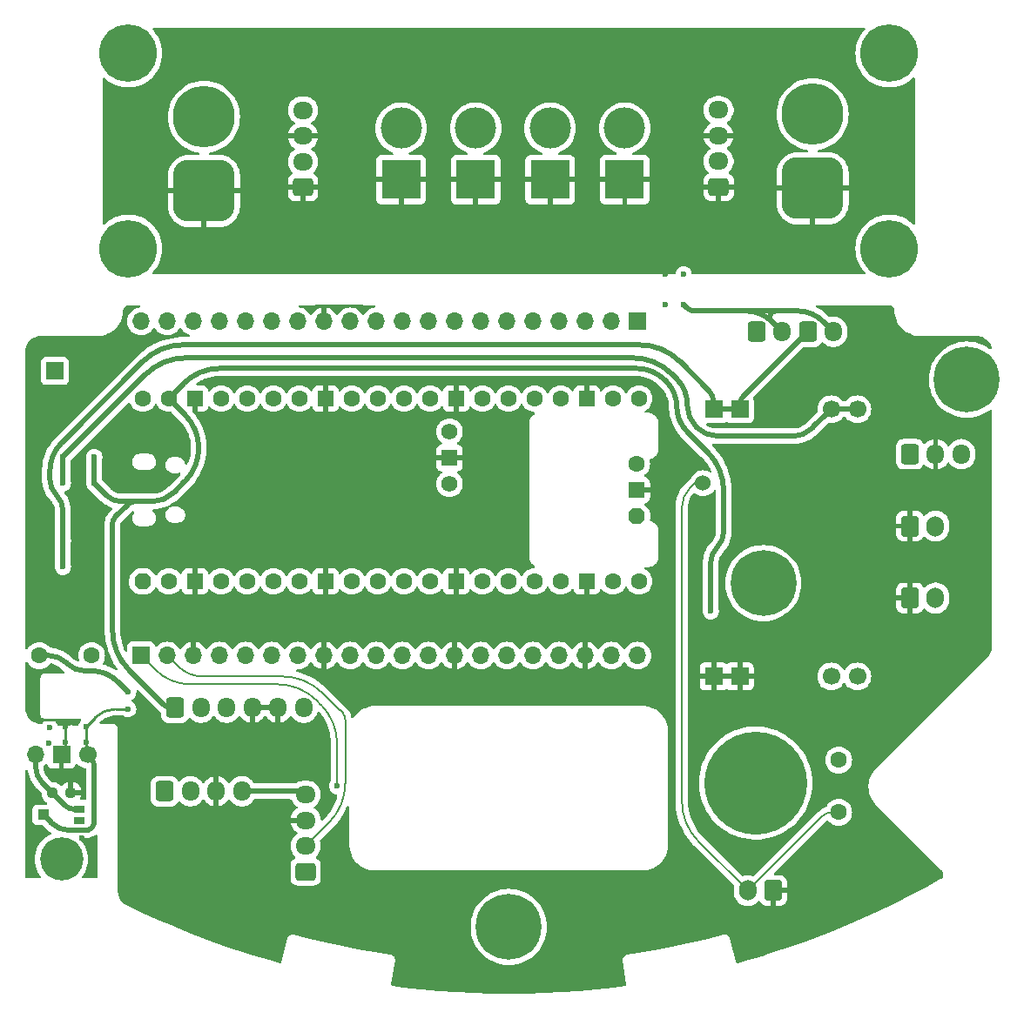
<source format=gbr>
%TF.GenerationSoftware,KiCad,Pcbnew,8.0.1*%
%TF.CreationDate,2024-04-30T15:38:52+08:00*%
%TF.ProjectId,prototype,70726f74-6f74-4797-9065-2e6b69636164,rev?*%
%TF.SameCoordinates,Original*%
%TF.FileFunction,Copper,L2,Bot*%
%TF.FilePolarity,Positive*%
%FSLAX46Y46*%
G04 Gerber Fmt 4.6, Leading zero omitted, Abs format (unit mm)*
G04 Created by KiCad (PCBNEW 8.0.1) date 2024-04-30 15:38:52*
%MOMM*%
%LPD*%
G01*
G04 APERTURE LIST*
G04 Aperture macros list*
%AMRoundRect*
0 Rectangle with rounded corners*
0 $1 Rounding radius*
0 $2 $3 $4 $5 $6 $7 $8 $9 X,Y pos of 4 corners*
0 Add a 4 corners polygon primitive as box body*
4,1,4,$2,$3,$4,$5,$6,$7,$8,$9,$2,$3,0*
0 Add four circle primitives for the rounded corners*
1,1,$1+$1,$2,$3*
1,1,$1+$1,$4,$5*
1,1,$1+$1,$6,$7*
1,1,$1+$1,$8,$9*
0 Add four rect primitives between the rounded corners*
20,1,$1+$1,$2,$3,$4,$5,0*
20,1,$1+$1,$4,$5,$6,$7,0*
20,1,$1+$1,$6,$7,$8,$9,0*
20,1,$1+$1,$8,$9,$2,$3,0*%
%AMFreePoly0*
4,1,26,0.335306,0.780194,0.389950,0.741421,0.741421,0.389950,0.788777,0.314585,0.800000,0.248529,0.800000,-0.248529,0.780194,-0.335306,0.741421,-0.389950,0.389950,-0.741421,0.314585,-0.788777,0.248529,-0.800000,0.000000,-0.800000,-0.248529,-0.800000,-0.335306,-0.780194,-0.389950,-0.741421,-0.741421,-0.389950,-0.788777,-0.314585,-0.800000,-0.248529,-0.800000,0.248529,-0.780194,0.335306,
-0.741421,0.389950,-0.389950,0.741421,-0.314585,0.788777,-0.248529,0.800000,0.248529,0.800000,0.335306,0.780194,0.335306,0.780194,$1*%
G04 Aperture macros list end*
%TA.AperFunction,ComponentPad*%
%ADD10FreePoly0,90.000000*%
%TD*%
%TA.AperFunction,ComponentPad*%
%ADD11C,1.600000*%
%TD*%
%TA.AperFunction,ComponentPad*%
%ADD12RoundRect,0.200000X0.600000X-0.600000X0.600000X0.600000X-0.600000X0.600000X-0.600000X-0.600000X0*%
%TD*%
%TA.AperFunction,ComponentPad*%
%ADD13C,1.574800*%
%TD*%
%TA.AperFunction,ComponentPad*%
%ADD14R,1.574800X1.574800*%
%TD*%
%TA.AperFunction,ComponentPad*%
%ADD15R,1.700000X1.700000*%
%TD*%
%TA.AperFunction,ComponentPad*%
%ADD16C,1.700000*%
%TD*%
%TA.AperFunction,ComponentPad*%
%ADD17C,1.524000*%
%TD*%
%TA.AperFunction,ComponentPad*%
%ADD18O,1.700000X1.950000*%
%TD*%
%TA.AperFunction,ComponentPad*%
%ADD19RoundRect,0.250000X-0.600000X-0.725000X0.600000X-0.725000X0.600000X0.725000X-0.600000X0.725000X0*%
%TD*%
%TA.AperFunction,ComponentPad*%
%ADD20RoundRect,0.250000X0.725000X-0.600000X0.725000X0.600000X-0.725000X0.600000X-0.725000X-0.600000X0*%
%TD*%
%TA.AperFunction,ComponentPad*%
%ADD21O,1.950000X1.700000*%
%TD*%
%TA.AperFunction,ComponentPad*%
%ADD22C,6.400000*%
%TD*%
%TA.AperFunction,ComponentPad*%
%ADD23R,3.800000X3.800000*%
%TD*%
%TA.AperFunction,ComponentPad*%
%ADD24C,4.000000*%
%TD*%
%TA.AperFunction,ComponentPad*%
%ADD25RoundRect,0.250000X-0.600000X-0.750000X0.600000X-0.750000X0.600000X0.750000X-0.600000X0.750000X0*%
%TD*%
%TA.AperFunction,ComponentPad*%
%ADD26O,1.700000X2.000000*%
%TD*%
%TA.AperFunction,ComponentPad*%
%ADD27O,1.700000X1.700000*%
%TD*%
%TA.AperFunction,ComponentPad*%
%ADD28RoundRect,1.500000X1.500000X-1.500000X1.500000X1.500000X-1.500000X1.500000X-1.500000X-1.500000X0*%
%TD*%
%TA.AperFunction,ComponentPad*%
%ADD29C,6.000000*%
%TD*%
%TA.AperFunction,ComponentPad*%
%ADD30C,4.200000*%
%TD*%
%TA.AperFunction,ComponentPad*%
%ADD31C,5.600000*%
%TD*%
%TA.AperFunction,ComponentPad*%
%ADD32RoundRect,0.250000X0.600000X0.750000X-0.600000X0.750000X-0.600000X-0.750000X0.600000X-0.750000X0*%
%TD*%
%TA.AperFunction,ComponentPad*%
%ADD33C,10.000000*%
%TD*%
%TA.AperFunction,SMDPad,CuDef*%
%ADD34RoundRect,0.237500X-0.250000X-0.237500X0.250000X-0.237500X0.250000X0.237500X-0.250000X0.237500X0*%
%TD*%
%TA.AperFunction,SMDPad,CuDef*%
%ADD35R,1.100000X1.000000*%
%TD*%
%TA.AperFunction,SMDPad,CuDef*%
%ADD36R,1.100000X0.800000*%
%TD*%
%TA.AperFunction,ViaPad*%
%ADD37C,0.600000*%
%TD*%
%TA.AperFunction,Conductor*%
%ADD38C,0.508000*%
%TD*%
%TA.AperFunction,Conductor*%
%ADD39C,0.200000*%
%TD*%
%TA.AperFunction,Conductor*%
%ADD40C,0.254000*%
%TD*%
G04 APERTURE END LIST*
D10*
%TO.P,U1,1,GPIO0*%
%TO.N,TX0*%
X64404000Y-94373000D03*
D11*
%TO.P,U1,2,GPIO1*%
%TO.N,RX0*%
X66944000Y-94373000D03*
D12*
%TO.P,U1,3,GND*%
%TO.N,GND*%
X69484000Y-94373000D03*
D11*
%TO.P,U1,4,GPIO2*%
%TO.N,I2C1_SDA*%
X72024000Y-94373000D03*
%TO.P,U1,5,GPIO3*%
%TO.N,I2C1_SCL*%
X74564000Y-94373000D03*
%TO.P,U1,6,GPIO4*%
%TO.N,I2C0_SDA*%
X77104000Y-94373000D03*
%TO.P,U1,7,GPIO5*%
%TO.N,I2C0_SCL*%
X79644000Y-94373000D03*
D12*
%TO.P,U1,8,GND*%
%TO.N,GND*%
X82184000Y-94373000D03*
D11*
%TO.P,U1,9,GPIO6*%
%TO.N,Net-(J3-Pin_9)*%
X84724000Y-94373000D03*
%TO.P,U1,10,GPIO7*%
%TO.N,Net-(J3-Pin_10)*%
X87264000Y-94373000D03*
%TO.P,U1,11,GPIO8*%
%TO.N,TX1*%
X89804000Y-94373000D03*
%TO.P,U1,12,GPIO9*%
%TO.N,RX1*%
X92344000Y-94373000D03*
D12*
%TO.P,U1,13,GND*%
%TO.N,GND*%
X94884000Y-94373000D03*
D11*
%TO.P,U1,14,GPIO10*%
%TO.N,Net-(J3-Pin_14)*%
X97424000Y-94373000D03*
%TO.P,U1,15,GPIO11*%
%TO.N,Net-(J3-Pin_15)*%
X99964000Y-94373000D03*
%TO.P,U1,16,GPIO12*%
%TO.N,Net-(J3-Pin_16)*%
X102504000Y-94373000D03*
%TO.P,U1,17,GPIO13*%
%TO.N,Net-(J3-Pin_17)*%
X105044000Y-94373000D03*
D12*
%TO.P,U1,18,GND*%
%TO.N,GND*%
X107584000Y-94373000D03*
D11*
%TO.P,U1,19,GPIO14*%
%TO.N,Net-(J3-Pin_19)*%
X110124000Y-94373000D03*
%TO.P,U1,20,GPIO15*%
%TO.N,Net-(J3-Pin_20)*%
X112664000Y-94373000D03*
%TO.P,U1,21,GPIO16*%
%TO.N,Net-(J4-Pin_1)*%
X112664000Y-76593000D03*
%TO.P,U1,22,GPIO17*%
%TO.N,Net-(J4-Pin_2)*%
X110124000Y-76593000D03*
D12*
%TO.P,U1,23,GND*%
%TO.N,GND*%
X107584000Y-76593000D03*
D11*
%TO.P,U1,24,GPIO18*%
%TO.N,Net-(J4-Pin_4)*%
X105044000Y-76593000D03*
%TO.P,U1,25,GPIO19*%
%TO.N,Net-(J4-Pin_5)*%
X102504000Y-76593000D03*
%TO.P,U1,26,GPIO20*%
%TO.N,Net-(J4-Pin_6)*%
X99964000Y-76593000D03*
%TO.P,U1,27,GPIO21*%
%TO.N,Net-(J4-Pin_7)*%
X97424000Y-76593000D03*
D12*
%TO.P,U1,28,GND*%
%TO.N,GND*%
X94884000Y-76593000D03*
D11*
%TO.P,U1,29,GPIO22*%
%TO.N,Net-(J4-Pin_9)*%
X92344000Y-76593000D03*
%TO.P,U1,30,RUN*%
%TO.N,Net-(J4-Pin_10)*%
X89804000Y-76593000D03*
%TO.P,U1,31,GPIO26_ADC0*%
%TO.N,Net-(J4-Pin_11)*%
X87264000Y-76593000D03*
%TO.P,U1,32,GPIO27_ADC1*%
%TO.N,Net-(J4-Pin_12)*%
X84724000Y-76593000D03*
D12*
%TO.P,U1,33,AGND*%
%TO.N,GND*%
X82184000Y-76593000D03*
D11*
%TO.P,U1,34,GPIO28_ADC2*%
%TO.N,TEMT1*%
X79644000Y-76593000D03*
%TO.P,U1,35,ADC_VREF*%
%TO.N,Net-(J4-Pin_15)*%
X77104000Y-76593000D03*
%TO.P,U1,36,3V3*%
%TO.N,V_TEMT*%
X74564000Y-76593000D03*
%TO.P,U1,37,3V3_EN*%
%TO.N,Net-(J4-Pin_17)*%
X72024000Y-76593000D03*
D12*
%TO.P,U1,38,GND*%
%TO.N,GND*%
X69484000Y-76593000D03*
D11*
%TO.P,U1,39,VSYS*%
%TO.N,VUSB*%
X66944000Y-76593000D03*
%TO.P,U1,40,VBUS*%
%TO.N,Net-(J4-Pin_20)*%
X64404000Y-76593000D03*
D10*
%TO.P,U1,41,SWCLK*%
%TO.N,Net-(J6-Pin_1)*%
X112434000Y-88023000D03*
D13*
X94234000Y-84898800D03*
D12*
%TO.P,U1,42,GND*%
%TO.N,GND*%
X112434000Y-85483000D03*
D14*
X94234000Y-82358800D03*
D11*
%TO.P,U1,43,SWDIO*%
%TO.N,Net-(J6-Pin_3)*%
X112434000Y-82943000D03*
D13*
X94234000Y-79818800D03*
%TD*%
D15*
%TO.P,U2,1,GND*%
%TO.N,GND*%
X119918000Y-103632000D03*
X122458000Y-103632000D03*
D16*
%TO.P,U2,2,VOUT*%
%TO.N,Net-(JP1-A)*%
X131348000Y-103632000D03*
X133888000Y-103632000D03*
%TO.P,U2,3,VIN*%
%TO.N,VREG_IN*%
X131348000Y-77632000D03*
X133888000Y-77632000D03*
D15*
%TO.P,U2,4,GND_IN*%
%TO.N,GND1*%
X119918000Y-77632000D03*
X122458000Y-77632000D03*
D17*
%TO.P,U2,5,EN*%
%TO.N,VREG_EN*%
X118872000Y-84836000D03*
%TD*%
D18*
%TO.P,J19,4,Pin_4*%
%TO.N,+12V*%
X131572000Y-70104000D03*
D19*
%TO.P,J19,3,Pin_3*%
%TO.N,GND1*%
X129072000Y-70104000D03*
D18*
%TO.P,J19,2,Pin_2*%
%TO.N,+12V*%
X126572000Y-70104000D03*
D19*
%TO.P,J19,1,Pin_1*%
%TO.N,GND1*%
X124072000Y-70104000D03*
%TD*%
D20*
%TO.P,J18,1,Pin_1*%
%TO.N,TX0*%
X80247000Y-122622000D03*
D21*
%TO.P,J18,2,Pin_2*%
%TO.N,RX0*%
X80247000Y-120122000D03*
%TO.P,J18,3,Pin_3*%
%TO.N,GND*%
X80247000Y-117622000D03*
%TO.P,J18,4,Pin_4*%
%TO.N,V_TEMT*%
X80247000Y-115122000D03*
%TD*%
D19*
%TO.P,L1,1,Pin_1*%
%TO.N,VUSB*%
X67564000Y-106680000D03*
D18*
%TO.P,L1,2,Pin_2*%
%TO.N,I2C1_SDA*%
X70064000Y-106680000D03*
%TO.P,L1,3,Pin_3*%
%TO.N,I2C1_SCL*%
X72564000Y-106680000D03*
%TO.P,L1,4,Pin_4*%
%TO.N,GND*%
X75064000Y-106680000D03*
%TO.P,L1,5,Pin_5*%
X77564000Y-106680000D03*
%TO.P,L1,6,Pin_6*%
%TO.N,unconnected-(L1-Pin_6-Pad6)*%
X80064000Y-106680000D03*
%TD*%
D19*
%TO.P,J17,1,Pin_1*%
%TO.N,I2C1_SDA*%
X66548000Y-114808000D03*
D18*
%TO.P,J17,2,Pin_2*%
%TO.N,I2C1_SCL*%
X69048000Y-114808000D03*
%TO.P,J17,3,Pin_3*%
%TO.N,GND*%
X71548000Y-114808000D03*
%TO.P,J17,4,Pin_4*%
%TO.N,V_TEMT*%
X74048000Y-114808000D03*
%TD*%
D19*
%TO.P,J6,1,Pin_1*%
%TO.N,Net-(J6-Pin_1)*%
X139000000Y-82000000D03*
D18*
%TO.P,J6,2,Pin_2*%
%TO.N,GND*%
X141500000Y-82000000D03*
%TO.P,J6,3,Pin_3*%
%TO.N,Net-(J6-Pin_3)*%
X144000000Y-82000000D03*
%TD*%
D22*
%TO.P,H2,1*%
%TO.N,N/C*%
X100000000Y-128000000D03*
%TD*%
D11*
%TO.P,R2,1*%
%TO.N,V_TEMT*%
X132080000Y-111760000D03*
%TO.P,R2,2*%
%TO.N,VREG_EN*%
X132080000Y-116840000D03*
%TD*%
D23*
%TO.P,J12,1,Pin_1*%
%TO.N,GND1*%
X104024000Y-55292000D03*
D24*
%TO.P,J12,2,Pin_2*%
%TO.N,+12V*%
X104024000Y-50292000D03*
%TD*%
D25*
%TO.P,J8,1,Pin_1*%
%TO.N,GND*%
X139000000Y-89000000D03*
D26*
%TO.P,J8,2,Pin_2*%
%TO.N,V_TEMT*%
X141500000Y-89000000D03*
%TD*%
D15*
%TO.P,J3,1,Pin_1*%
%TO.N,TX0*%
X64262000Y-101600000D03*
D27*
%TO.P,J3,2,Pin_2*%
%TO.N,RX0*%
X66802000Y-101600000D03*
%TO.P,J3,3,Pin_3*%
%TO.N,GND*%
X69342000Y-101600000D03*
%TO.P,J3,4,Pin_4*%
%TO.N,I2C1_SDA*%
X71882000Y-101600000D03*
%TO.P,J3,5,Pin_5*%
%TO.N,I2C1_SCL*%
X74422000Y-101600000D03*
%TO.P,J3,6,Pin_6*%
%TO.N,I2C0_SDA*%
X76962000Y-101600000D03*
%TO.P,J3,7,Pin_7*%
%TO.N,I2C0_SCL*%
X79502000Y-101600000D03*
%TO.P,J3,8,Pin_8*%
%TO.N,GND*%
X82042000Y-101600000D03*
%TO.P,J3,9,Pin_9*%
%TO.N,Net-(J3-Pin_9)*%
X84582000Y-101600000D03*
%TO.P,J3,10,Pin_10*%
%TO.N,Net-(J3-Pin_10)*%
X87122000Y-101600000D03*
%TO.P,J3,11,Pin_11*%
%TO.N,TX1*%
X89662000Y-101600000D03*
%TO.P,J3,12,Pin_12*%
%TO.N,RX1*%
X92202000Y-101600000D03*
%TO.P,J3,13,Pin_13*%
%TO.N,GND*%
X94742000Y-101600000D03*
%TO.P,J3,14,Pin_14*%
%TO.N,Net-(J3-Pin_14)*%
X97282000Y-101600000D03*
%TO.P,J3,15,Pin_15*%
%TO.N,Net-(J3-Pin_15)*%
X99822000Y-101600000D03*
%TO.P,J3,16,Pin_16*%
%TO.N,Net-(J3-Pin_16)*%
X102362000Y-101600000D03*
%TO.P,J3,17,Pin_17*%
%TO.N,Net-(J3-Pin_17)*%
X104902000Y-101600000D03*
%TO.P,J3,18,Pin_18*%
%TO.N,GND*%
X107442000Y-101600000D03*
%TO.P,J3,19,Pin_19*%
%TO.N,Net-(J3-Pin_19)*%
X109982000Y-101600000D03*
%TO.P,J3,20,Pin_20*%
%TO.N,Net-(J3-Pin_20)*%
X112522000Y-101600000D03*
%TD*%
D22*
%TO.P,H3,1*%
%TO.N,N/C*%
X124748737Y-94547727D03*
%TD*%
D15*
%TO.P,J7,1,Pin_1*%
%TO.N,Net-(J7-Pin_1)*%
X55880000Y-73914000D03*
%TD*%
D20*
%TO.P,J14,1,Pin_1*%
%TO.N,GND1*%
X79993000Y-56054000D03*
D21*
%TO.P,J14,2,Pin_2*%
%TO.N,+12V*%
X79993000Y-53554000D03*
%TO.P,J14,3,Pin_3*%
%TO.N,GND1*%
X79993000Y-51054000D03*
%TO.P,J14,4,Pin_4*%
%TO.N,+12V*%
X79993000Y-48554000D03*
%TD*%
D28*
%TO.P,J2,1,Pin_1*%
%TO.N,GND1*%
X70358000Y-56388000D03*
D29*
%TO.P,J2,2,Pin_2*%
%TO.N,+12V*%
X70358000Y-49188000D03*
%TD*%
D30*
%TO.P,H1,1*%
%TO.N,N/C*%
X56500000Y-121412000D03*
%TD*%
D23*
%TO.P,J10,1,Pin_1*%
%TO.N,GND1*%
X89524000Y-55292000D03*
D24*
%TO.P,J10,2,Pin_2*%
%TO.N,+12V*%
X89524000Y-50292000D03*
%TD*%
D11*
%TO.P,R3,1*%
%TO.N,V_TEMT*%
X54356000Y-101600000D03*
%TO.P,R3,2*%
%TO.N,V_LED*%
X59436000Y-101600000D03*
%TD*%
D22*
%TO.P,H4,1*%
%TO.N,N/C*%
X144547727Y-74748737D03*
%TD*%
D31*
%TO.P,H6,1*%
%TO.N,N/C*%
X63000000Y-62000000D03*
%TD*%
D28*
%TO.P,J1,1,Pin_1*%
%TO.N,GND1*%
X129540000Y-56134000D03*
D29*
%TO.P,J1,2,Pin_2*%
%TO.N,+12V*%
X129540000Y-48934000D03*
%TD*%
D32*
%TO.P,J16,1,Pin_1*%
%TO.N,GND*%
X125730000Y-124460000D03*
D26*
%TO.P,J16,2,Pin_2*%
%TO.N,VREG_EN*%
X123230000Y-124460000D03*
%TD*%
D25*
%TO.P,J9,1,Pin_1*%
%TO.N,GND*%
X139000000Y-96000000D03*
D26*
%TO.P,J9,2,Pin_2*%
%TO.N,V_TEMT*%
X141500000Y-96000000D03*
%TD*%
D31*
%TO.P,H5,1*%
%TO.N,N/C*%
X63000000Y-43000000D03*
%TD*%
D33*
%TO.P,H9,1*%
%TO.N,N/C*%
X124000000Y-114000000D03*
%TD*%
D15*
%TO.P,J4,1,Pin_1*%
%TO.N,Net-(J4-Pin_1)*%
X112522000Y-69088000D03*
D27*
%TO.P,J4,2,Pin_2*%
%TO.N,Net-(J4-Pin_2)*%
X109982000Y-69088000D03*
%TO.P,J4,3,Pin_3*%
%TO.N,GND*%
X107442000Y-69088000D03*
%TO.P,J4,4,Pin_4*%
%TO.N,Net-(J4-Pin_4)*%
X104902000Y-69088000D03*
%TO.P,J4,5,Pin_5*%
%TO.N,Net-(J4-Pin_5)*%
X102362000Y-69088000D03*
%TO.P,J4,6,Pin_6*%
%TO.N,Net-(J4-Pin_6)*%
X99822000Y-69088000D03*
%TO.P,J4,7,Pin_7*%
%TO.N,Net-(J4-Pin_7)*%
X97282000Y-69088000D03*
%TO.P,J4,8,Pin_8*%
%TO.N,GND*%
X94742000Y-69088000D03*
%TO.P,J4,9,Pin_9*%
%TO.N,Net-(J4-Pin_9)*%
X92202000Y-69088000D03*
%TO.P,J4,10,Pin_10*%
%TO.N,Net-(J4-Pin_10)*%
X89662000Y-69088000D03*
%TO.P,J4,11,Pin_11*%
%TO.N,Net-(J4-Pin_11)*%
X87122000Y-69088000D03*
%TO.P,J4,12,Pin_12*%
%TO.N,Net-(J4-Pin_12)*%
X84582000Y-69088000D03*
%TO.P,J4,13,Pin_13*%
%TO.N,GND*%
X82042000Y-69088000D03*
%TO.P,J4,14,Pin_14*%
%TO.N,TEMT1*%
X79502000Y-69088000D03*
%TO.P,J4,15,Pin_15*%
%TO.N,Net-(J4-Pin_15)*%
X76962000Y-69088000D03*
%TO.P,J4,16,Pin_16*%
%TO.N,V_TEMT*%
X74422000Y-69088000D03*
%TO.P,J4,17,Pin_17*%
%TO.N,Net-(J4-Pin_17)*%
X71882000Y-69088000D03*
%TO.P,J4,18,Pin_18*%
%TO.N,GND*%
X69342000Y-69088000D03*
%TO.P,J4,19,Pin_19*%
%TO.N,VUSB*%
X66802000Y-69088000D03*
%TO.P,J4,20,Pin_20*%
%TO.N,Net-(J4-Pin_20)*%
X64262000Y-69088000D03*
%TD*%
D31*
%TO.P,H7,1*%
%TO.N,N/C*%
X137000000Y-43000000D03*
%TD*%
%TO.P,H8,1*%
%TO.N,N/C*%
X137000000Y-62000000D03*
%TD*%
D34*
%TO.P,R4,2*%
%TO.N,GND*%
X57412500Y-114935000D03*
%TO.P,R4,1*%
%TO.N,TEMT1*%
X55587500Y-114935000D03*
%TD*%
D23*
%TO.P,J13,1,Pin_1*%
%TO.N,GND1*%
X111274000Y-55292000D03*
D24*
%TO.P,J13,2,Pin_2*%
%TO.N,+12V*%
X111274000Y-50292000D03*
%TD*%
D16*
%TO.P,J5,1,Pin_1*%
%TO.N,V_TEMT*%
X59040000Y-111252000D03*
D15*
%TO.P,J5,2,Pin_2*%
%TO.N,GND*%
X56500000Y-111252000D03*
D27*
%TO.P,J5,3,Pin_3*%
%TO.N,TEMT1*%
X53960000Y-111252000D03*
%TD*%
D20*
%TO.P,J15,1,Pin_1*%
%TO.N,GND1*%
X120396000Y-56014000D03*
D21*
%TO.P,J15,2,Pin_2*%
%TO.N,+12V*%
X120396000Y-53514000D03*
%TO.P,J15,3,Pin_3*%
%TO.N,GND1*%
X120396000Y-51014000D03*
%TO.P,J15,4,Pin_4*%
%TO.N,+12V*%
X120396000Y-48514000D03*
%TD*%
D35*
%TO.P,R1,2*%
%TO.N,V_TEMT*%
X54725000Y-117094000D03*
D36*
%TO.P,R1,1*%
%TO.N,TEMT1*%
X58275000Y-116544000D03*
%TO.P,R1,*%
%TO.N,*%
X58275000Y-117644000D03*
%TD*%
D23*
%TO.P,J11,1,Pin_1*%
%TO.N,GND1*%
X96774000Y-55292000D03*
D24*
%TO.P,J11,2,Pin_2*%
%TO.N,+12V*%
X96774000Y-50292000D03*
%TD*%
D37*
%TO.N,GND*%
X59944000Y-75692000D03*
%TO.N,TX0*%
X83312000Y-114300000D03*
%TO.N,GND*%
X59690000Y-90424000D03*
X59690000Y-92964000D03*
%TO.N,GND1*%
X56642000Y-92964000D03*
X56642000Y-90424000D03*
%TO.N,VREG_IN*%
X56642000Y-84836000D03*
X56642000Y-82296000D03*
%TO.N,VUSB*%
X59690000Y-84836000D03*
X59690000Y-82296000D03*
X119634000Y-97282000D03*
%TO.N,GND*%
X70729000Y-124886000D03*
X54500000Y-119380000D03*
X53975000Y-105537000D03*
X56850000Y-108550000D03*
X58500000Y-119380000D03*
X56850000Y-110050000D03*
X58674000Y-99568000D03*
%TO.N,+12V*%
X117000000Y-64500000D03*
X117000000Y-67450000D03*
%TO.N,GND1*%
X115250000Y-67450000D03*
X115250000Y-64500000D03*
%TO.N,TEMT1*%
X55250000Y-110100000D03*
X55351116Y-108585000D03*
%TO.N,V_TEMT*%
X62992000Y-106807000D03*
X58950000Y-108550000D03*
X62992000Y-105156000D03*
X58950000Y-110050000D03*
%TD*%
D38*
%TO.N,VREG_IN*%
X129493500Y-79486500D02*
G75*
G02*
X127616448Y-80264020I-1877100J1877100D01*
G01*
X117348000Y-77228764D02*
G75*
G03*
X118236989Y-79375011I3035200J-36D01*
G01*
X116365381Y-74724117D02*
G75*
G02*
X117348013Y-77096368I-2372281J-2372283D01*
G01*
X68547963Y-72644000D02*
G75*
G03*
X64700236Y-74237821I37J-5441500D01*
G01*
X118237000Y-79375000D02*
G75*
G03*
X120383235Y-80263985I2146200J2146200D01*
G01*
X115816631Y-74175369D02*
G75*
G03*
X112119582Y-72644008I-3697031J-3697031D01*
G01*
X130809500Y-78170500D02*
X129732500Y-79247500D01*
%TO.N,VUSB*%
X68501900Y-78150900D02*
G75*
G02*
X69849999Y-81405500I-3254600J-3254600D01*
G01*
X66473035Y-106395035D02*
G75*
G03*
X67161000Y-106680008I687965J687935D01*
G01*
X67446025Y-85715974D02*
G75*
G02*
X65278000Y-86613985I-2168025J2168074D01*
G01*
X115325078Y-74939080D02*
G75*
G02*
X116332011Y-77370000I-2430878J-2430920D01*
G01*
X115188999Y-74803001D02*
G75*
G03*
X112429553Y-73660020I-2759399J-2759399D01*
G01*
X60839382Y-85985382D02*
G75*
G03*
X62357000Y-86614010I1517618J1517582D01*
G01*
X120269000Y-91059000D02*
G75*
G03*
X119634011Y-92592025I1533000J-1533000D01*
G01*
X116332000Y-77370000D02*
G75*
G03*
X117338928Y-79800912I3437800J0D01*
G01*
X61737407Y-88122592D02*
G75*
G03*
X61467995Y-88773000I650393J-650408D01*
G01*
X119310206Y-81772208D02*
G75*
G02*
X120904010Y-85619963I-3847806J-3847792D01*
G01*
X71904852Y-73660000D02*
G75*
G03*
X68396964Y-75112964I-52J-4960900D01*
G01*
X66944000Y-76579500D02*
G75*
G03*
X66953543Y-76602547I32600J0D01*
G01*
X62976592Y-86883407D02*
G75*
G03*
X62865000Y-86613975I-111592J111607D01*
G01*
X63627000Y-86614000D02*
G75*
G03*
X62976596Y-86883411I0J-919800D01*
G01*
X66953545Y-76556454D02*
G75*
G03*
X66944002Y-76579500I23055J-23046D01*
G01*
X63627000Y-86614000D02*
X63627000Y-86614000D01*
X61468000Y-99136036D02*
G75*
G03*
X63061790Y-102983794I5441550J-4D01*
G01*
X69850000Y-81405500D02*
G75*
G02*
X68501901Y-84660100I-4602700J0D01*
G01*
X120904000Y-89525974D02*
G75*
G02*
X120269008Y-91059008I-2168000J-26D01*
G01*
X61468000Y-88773000D02*
X61468000Y-89535000D01*
X62865000Y-86614000D02*
X63627000Y-86614000D01*
X63627000Y-86614000D02*
X64389000Y-86614000D01*
X64389000Y-86614000D02*
X63627000Y-86614000D01*
D39*
%TO.N,TX0*%
X81349791Y-105987793D02*
G75*
G03*
X77502036Y-104393990I-3847791J-3847807D01*
G01*
X81718206Y-106356208D02*
G75*
G02*
X83312010Y-110203963I-3847806J-3847792D01*
G01*
X65659000Y-102997000D02*
G75*
G03*
X69031656Y-104394018I3372700J3372700D01*
G01*
%TO.N,RX0*%
X84100998Y-114014038D02*
G75*
G02*
X82507196Y-117861785I-5441598J38D01*
G01*
X67818000Y-102616000D02*
G75*
G03*
X70270840Y-103631983I2452800J2452800D01*
G01*
X81857791Y-105225793D02*
G75*
G03*
X78010036Y-103631990I-3847791J-3847807D01*
G01*
X83556454Y-106924454D02*
G75*
G03*
X83579499Y-106933997I23046J23054D01*
G01*
X83602543Y-106943545D02*
G75*
G03*
X83579499Y-106934004I-23043J-23055D01*
G01*
X83846998Y-107188000D02*
G75*
G02*
X84100994Y-107801210I-613198J-613200D01*
G01*
%TO.N,VREG_EN*%
X131465000Y-116840000D02*
G75*
G03*
X130415138Y-117274879I0J-1484700D01*
G01*
X116840000Y-115816036D02*
G75*
G03*
X118433800Y-119663784I5441600J36D01*
G01*
X117587001Y-85316001D02*
G75*
G03*
X116840008Y-87119417I1803399J-1803399D01*
G01*
D38*
%TO.N,V_TEMT*%
X55491000Y-117860000D02*
G75*
G03*
X57340287Y-118626005I1849300J1849300D01*
G01*
X56934519Y-102273519D02*
G75*
G03*
X55308500Y-101599989I-1626019J-1625981D01*
G01*
X57008001Y-102346999D02*
G75*
G03*
X58811417Y-103093992I1803399J1803399D01*
G01*
D40*
X58970722Y-108429277D02*
G75*
G03*
X58941415Y-108500000I70678J-70723D01*
G01*
X61760837Y-106807000D02*
G75*
G03*
X59767197Y-107632769I-37J-2819400D01*
G01*
X58941428Y-111083727D02*
G75*
G03*
X58990728Y-111202700I168272J27D01*
G01*
X58941428Y-108535366D02*
G75*
G03*
X58945689Y-108545739I14672J-34D01*
G01*
X58941428Y-110035366D02*
G75*
G03*
X58945689Y-110045739I14672J-34D01*
G01*
D38*
X61960999Y-104125001D02*
G75*
G03*
X59471945Y-103093982I-2489099J-2489099D01*
G01*
X59364999Y-111577001D02*
G75*
G02*
X59689991Y-112361619I-784599J-784599D01*
G01*
D40*
X58945714Y-108554286D02*
G75*
G03*
X58941434Y-108564633I10286J-10314D01*
G01*
D38*
X80089999Y-114965001D02*
G75*
G03*
X79710968Y-114808014I-378999J-378999D01*
G01*
X59690000Y-117745132D02*
G75*
G02*
X59431990Y-118367990I-880900J32D01*
G01*
X59432000Y-118368000D02*
G75*
G02*
X58809132Y-118626013I-622900J622900D01*
G01*
D40*
X58945714Y-110054286D02*
G75*
G03*
X58941434Y-110064633I10286J-10314D01*
G01*
X58990714Y-111202714D02*
X59089286Y-111301286D01*
D38*
%TO.N,TEMT1*%
X53960000Y-112279750D02*
G75*
G03*
X54686705Y-114034251I2481200J-50D01*
G01*
X56815192Y-116162692D02*
G75*
G03*
X57735750Y-116544025I920608J920592D01*
G01*
%TO.N,GND1*%
X56007000Y-85979000D02*
G75*
G02*
X56641989Y-87512025I-1533000J-1533000D01*
G01*
X119437874Y-75793874D02*
G75*
G02*
X119917985Y-76953000I-1159174J-1159126D01*
G01*
X122458000Y-77175000D02*
G75*
G02*
X122001000Y-77632000I-457000J0D01*
G01*
X122781147Y-76394852D02*
G75*
G03*
X122458001Y-77175000I780153J-780148D01*
G01*
X56539434Y-80874567D02*
G75*
G03*
X55372010Y-83693000I2818466J-2818433D01*
G01*
X68293963Y-71374000D02*
G75*
G03*
X64446236Y-72967821I37J-5441500D01*
G01*
X116611791Y-72967793D02*
G75*
G03*
X112764036Y-71373990I-3847791J-3847807D01*
G01*
X55372000Y-84445974D02*
G75*
G03*
X56006992Y-85979008I2168000J-26D01*
G01*
%TO.N,+12V*%
X130556000Y-69088000D02*
G75*
G03*
X128103159Y-68072017I-2452800J-2452800D01*
G01*
X117311000Y-67761000D02*
G75*
G03*
X118061820Y-68071991I750800J750800D01*
G01*
X125556000Y-69088000D02*
G75*
G03*
X123103159Y-68072017I-2452800J-2452800D01*
G01*
X125976840Y-68072000D02*
G75*
G03*
X125555930Y-69088070I-40J-595200D01*
G01*
X123103159Y-68072000D02*
X125976840Y-68072000D01*
D40*
%TO.N,GND*%
X56850558Y-108550558D02*
G75*
G02*
X56851109Y-108551905I-1358J-1342D01*
G01*
X56512500Y-108212500D02*
G75*
G03*
X55697702Y-107874999I-814800J-814800D01*
G01*
X56851116Y-110048094D02*
G75*
G02*
X56850563Y-110049447I-1916J-6D01*
G01*
X56851116Y-110652607D02*
G75*
G02*
X56675559Y-111076443I-599416J7D01*
G01*
X56850558Y-110050558D02*
G75*
G02*
X56851109Y-110051905I-1358J-1342D01*
G01*
X56675558Y-111076442D02*
X56675558Y-111076442D01*
X54255000Y-107595000D02*
G75*
G03*
X54930979Y-107875008I676000J676000D01*
G01*
X56851116Y-108548094D02*
G75*
G02*
X56850563Y-108549447I-1916J-6D01*
G01*
X53975000Y-106919020D02*
G75*
G03*
X54255006Y-107594994I956000J20D01*
G01*
D38*
%TO.N,VUSB*%
X61468000Y-89535000D02*
X61468000Y-99136036D01*
X62357000Y-86614000D02*
X62865000Y-86614000D01*
X61737407Y-88122592D02*
X62976592Y-86883407D01*
X65278000Y-86614000D02*
X64389000Y-86614000D01*
X60839382Y-85985382D02*
X59690000Y-84836000D01*
X63627000Y-86614000D02*
X62230000Y-86614000D01*
X67446025Y-85715974D02*
X68501900Y-84660099D01*
X68501900Y-78150900D02*
X66953545Y-76602545D01*
X67161000Y-106680000D02*
X67564000Y-106680000D01*
X66473035Y-106395035D02*
X63061792Y-102983792D01*
%TO.N,V_TEMT*%
X79710968Y-114808000D02*
X74048000Y-114808000D01*
X80090000Y-114965000D02*
X80247000Y-115122000D01*
D39*
%TO.N,TX0*%
X83312000Y-114300000D02*
X83312000Y-110203963D01*
X77502036Y-104394000D02*
X69031656Y-104394000D01*
X81349792Y-105987792D02*
X81718207Y-106356207D01*
X65659000Y-102997000D02*
X64262000Y-101600000D01*
D38*
%TO.N,GND1*%
X122001000Y-77632000D02*
X119918000Y-77632000D01*
X122781147Y-76394852D02*
X129072000Y-70104000D01*
X56642000Y-87512025D02*
X56642000Y-90424000D01*
X119437874Y-75793874D02*
X116611792Y-72967792D01*
X55372000Y-83693000D02*
X55372000Y-84445974D01*
X68293963Y-71374000D02*
X112764036Y-71374000D01*
X56539433Y-80874566D02*
X64446207Y-72967792D01*
X119918000Y-76953000D02*
X119918000Y-77632000D01*
%TO.N,VREG_IN*%
X129493500Y-79486500D02*
X129732500Y-79247500D01*
X130809500Y-78170500D02*
X131348000Y-77632000D01*
X131348000Y-77632000D02*
X133888000Y-77632000D01*
X64700207Y-74237792D02*
X56642000Y-82296000D01*
X116365381Y-74724117D02*
X115816632Y-74175368D01*
X117348000Y-77228764D02*
X117348000Y-77096368D01*
X68547963Y-72644000D02*
X112119582Y-72644000D01*
X127616448Y-80264000D02*
X120383235Y-80264000D01*
%TO.N,VUSB*%
X119634000Y-92592025D02*
X119634000Y-97282000D01*
X117338920Y-79800920D02*
X119310207Y-81772207D01*
X112429553Y-73660000D02*
X71904852Y-73660000D01*
X68396999Y-75112999D02*
X66953545Y-76556454D01*
X120904000Y-85619963D02*
X120904000Y-89525974D01*
X115325079Y-74939079D02*
X115189000Y-74803000D01*
%TO.N,VREG_IN*%
X56642000Y-82296000D02*
X56642000Y-84836000D01*
%TO.N,GND1*%
X56642000Y-90424000D02*
X56642000Y-92964000D01*
%TO.N,VUSB*%
X59690000Y-82296000D02*
X59690000Y-84836000D01*
D39*
%TO.N,RX0*%
X84100998Y-114014038D02*
X84100998Y-107801210D01*
X83602543Y-106943545D02*
X83846998Y-107188000D01*
X81857792Y-105225792D02*
X83556454Y-106924454D01*
X70270840Y-103632000D02*
X78010036Y-103632000D01*
X67818000Y-102616000D02*
X66802000Y-101600000D01*
X82507205Y-117861794D02*
X80247000Y-120122000D01*
%TO.N,VREG_EN*%
X116840000Y-115816036D02*
X116840000Y-87119417D01*
D38*
%TO.N,+12V*%
X128103159Y-68072000D02*
X125976840Y-68072000D01*
X130556000Y-69088000D02*
X131572000Y-70104000D01*
X117311000Y-67761000D02*
X117000000Y-67450000D01*
X118061820Y-68072000D02*
X123103159Y-68072000D01*
X125556000Y-69088000D02*
X126572000Y-70104000D01*
D40*
%TO.N,GND*%
X56850000Y-110050000D02*
X56850558Y-110050558D01*
X56675558Y-111076442D02*
X57027000Y-110725000D01*
X56850558Y-108550558D02*
X56850000Y-108550000D01*
X56512500Y-108212500D02*
X56850000Y-108550000D01*
X56851116Y-108548094D02*
X56851116Y-108224884D01*
X53975000Y-105537000D02*
X53975000Y-106919020D01*
X56851116Y-110652607D02*
X56851116Y-110051905D01*
X56850000Y-110050000D02*
X56850558Y-110049442D01*
X56851116Y-108551905D02*
X56851116Y-110048094D01*
X55697702Y-107875000D02*
X54930979Y-107875000D01*
X56850000Y-108550000D02*
X56850558Y-108549442D01*
D38*
%TO.N,TEMT1*%
X53960000Y-112279750D02*
X53960000Y-111252000D01*
X57735750Y-116544000D02*
X58275000Y-116544000D01*
X55587500Y-114935000D02*
X56815192Y-116162692D01*
X54686728Y-114034228D02*
X55587500Y-114935000D01*
D40*
%TO.N,V_TEMT*%
X58941428Y-111083727D02*
X58941428Y-110064633D01*
D38*
X55308500Y-101600000D02*
X54356000Y-101600000D01*
X55491000Y-117860000D02*
X54725000Y-117094000D01*
X62992000Y-105156000D02*
X61961000Y-104125000D01*
X57340287Y-118626000D02*
X58809132Y-118626000D01*
D40*
X58945714Y-110045714D02*
X58950000Y-110050000D01*
X61760837Y-106807000D02*
X62992000Y-106807000D01*
X58941428Y-110035366D02*
X58941428Y-108564633D01*
X58945714Y-108545714D02*
X58950000Y-108550000D01*
X58950000Y-108550000D02*
X58945714Y-108554286D01*
D38*
X56934519Y-102273519D02*
X57008000Y-102347000D01*
D40*
X58950000Y-110050000D02*
X58945714Y-110054286D01*
D38*
X59089286Y-111301286D02*
X59365000Y-111577000D01*
D40*
X58970722Y-108429277D02*
X59767214Y-107632786D01*
D38*
X58811417Y-103094000D02*
X59471945Y-103094000D01*
X59690000Y-112361619D02*
X59690000Y-117745132D01*
D40*
X58941428Y-108500000D02*
X58941428Y-108535366D01*
D39*
%TO.N,VREG_EN*%
X130415129Y-117274870D02*
X123230000Y-124460000D01*
X123230000Y-124460000D02*
X118433792Y-119663792D01*
X131465000Y-116840000D02*
X132080000Y-116840000D01*
X117587000Y-85316000D02*
X118334000Y-84569000D01*
%TD*%
%TA.AperFunction,Conductor*%
%TO.N,GND*%
G36*
X53205702Y-112732971D02*
G01*
X53243476Y-112791749D01*
X53246117Y-112802495D01*
X53298704Y-113066896D01*
X53298707Y-113066907D01*
X53390983Y-113371119D01*
X53512643Y-113664848D01*
X53662502Y-113945223D01*
X53662511Y-113945239D01*
X53839128Y-114209573D01*
X53839135Y-114209582D01*
X54040810Y-114455331D01*
X54095859Y-114510381D01*
X54095886Y-114510411D01*
X54563181Y-114977706D01*
X54596666Y-115039029D01*
X54599500Y-115065386D01*
X54599500Y-115221668D01*
X54599501Y-115221687D01*
X54609825Y-115322752D01*
X54646109Y-115432249D01*
X54664092Y-115486516D01*
X54754660Y-115633350D01*
X54876650Y-115755340D01*
X55023484Y-115845908D01*
X55041249Y-115851794D01*
X55098693Y-115891567D01*
X55125516Y-115956083D01*
X55113201Y-116024858D01*
X55065658Y-116076058D01*
X55002244Y-116093500D01*
X54127129Y-116093500D01*
X54127123Y-116093501D01*
X54067516Y-116099908D01*
X53932671Y-116150202D01*
X53932664Y-116150206D01*
X53817455Y-116236452D01*
X53817452Y-116236455D01*
X53731206Y-116351664D01*
X53731202Y-116351671D01*
X53680908Y-116486517D01*
X53674501Y-116546116D01*
X53674500Y-116546135D01*
X53674500Y-117641870D01*
X53674501Y-117641876D01*
X53680908Y-117701483D01*
X53731202Y-117836328D01*
X53731206Y-117836335D01*
X53817452Y-117951544D01*
X53817455Y-117951547D01*
X53932664Y-118037793D01*
X53932671Y-118037797D01*
X53977618Y-118054561D01*
X54067517Y-118088091D01*
X54127127Y-118094500D01*
X54607112Y-118094499D01*
X54674151Y-118114183D01*
X54694793Y-118130818D01*
X55014083Y-118450108D01*
X55014171Y-118450188D01*
X55074551Y-118510568D01*
X55330489Y-118720611D01*
X55412880Y-118775663D01*
X55471717Y-118814977D01*
X55516522Y-118868589D01*
X55525229Y-118937914D01*
X55495075Y-119000942D01*
X55453718Y-119031154D01*
X55289291Y-119105157D01*
X55289281Y-119105162D01*
X55020039Y-119267924D01*
X54772394Y-119461942D01*
X54549942Y-119684394D01*
X54355924Y-119932039D01*
X54193162Y-120201281D01*
X54193161Y-120201283D01*
X54064043Y-120488172D01*
X54064039Y-120488183D01*
X53970453Y-120788513D01*
X53913741Y-121097976D01*
X53894747Y-121412000D01*
X53913741Y-121726023D01*
X53913741Y-121726028D01*
X53913742Y-121726029D01*
X53970451Y-122035478D01*
X53970452Y-122035482D01*
X53970453Y-122035486D01*
X54064039Y-122335816D01*
X54064043Y-122335827D01*
X54064044Y-122335830D01*
X54064046Y-122335835D01*
X54193163Y-122622721D01*
X54355919Y-122891952D01*
X54355924Y-122891958D01*
X54355925Y-122891960D01*
X54477107Y-123046638D01*
X54502956Y-123111550D01*
X54489607Y-123180133D01*
X54441299Y-123230612D01*
X54379496Y-123247111D01*
X53124499Y-123247111D01*
X53057460Y-123227426D01*
X53011705Y-123174622D01*
X53000499Y-123123111D01*
X53000499Y-112826684D01*
X53020184Y-112759645D01*
X53072988Y-112713890D01*
X53142146Y-112703946D01*
X53205702Y-112732971D01*
G37*
%TD.AperFunction*%
%TA.AperFunction,Conductor*%
G36*
X59933625Y-119034983D02*
G01*
X59983616Y-119083796D01*
X59999499Y-119144515D01*
X59999499Y-123123111D01*
X59979814Y-123190150D01*
X59927010Y-123235905D01*
X59875499Y-123247111D01*
X58620504Y-123247111D01*
X58553465Y-123227426D01*
X58507710Y-123174622D01*
X58497766Y-123105464D01*
X58522893Y-123046638D01*
X58572146Y-122983769D01*
X58644081Y-122891952D01*
X58806837Y-122622721D01*
X58935954Y-122335835D01*
X59029549Y-122035478D01*
X59086258Y-121726029D01*
X59105253Y-121412000D01*
X59086258Y-121097971D01*
X59029549Y-120788522D01*
X58935954Y-120488165D01*
X58806837Y-120201279D01*
X58644081Y-119932048D01*
X58644078Y-119932044D01*
X58644075Y-119932039D01*
X58450057Y-119684394D01*
X58357844Y-119592181D01*
X58324359Y-119530858D01*
X58329343Y-119461166D01*
X58371215Y-119405233D01*
X58436679Y-119380816D01*
X58445525Y-119380500D01*
X58723284Y-119380500D01*
X58723340Y-119380502D01*
X58729852Y-119380501D01*
X58729858Y-119380503D01*
X58757782Y-119380501D01*
X58757826Y-119380514D01*
X58809159Y-119380512D01*
X58809159Y-119380513D01*
X58916345Y-119380509D01*
X59128882Y-119352522D01*
X59335947Y-119297033D01*
X59533999Y-119214993D01*
X59719649Y-119107806D01*
X59800014Y-119046138D01*
X59865180Y-119020945D01*
X59933625Y-119034983D01*
G37*
%TD.AperFunction*%
%TA.AperFunction,Conductor*%
G36*
X56750000Y-112602000D02*
G01*
X57397828Y-112602000D01*
X57397844Y-112601999D01*
X57457372Y-112595598D01*
X57457379Y-112595596D01*
X57592086Y-112545354D01*
X57592093Y-112545350D01*
X57707187Y-112459190D01*
X57707190Y-112459187D01*
X57793350Y-112344093D01*
X57793354Y-112344086D01*
X57842422Y-112212529D01*
X57884293Y-112156595D01*
X57949757Y-112132178D01*
X58018030Y-112147030D01*
X58046285Y-112168181D01*
X58168599Y-112290495D01*
X58222489Y-112328229D01*
X58362165Y-112426032D01*
X58362167Y-112426033D01*
X58362170Y-112426035D01*
X58576337Y-112525903D01*
X58804592Y-112587063D01*
X58822307Y-112588612D01*
X58887373Y-112614062D01*
X58928353Y-112670651D01*
X58935500Y-112712140D01*
X58935500Y-115519500D01*
X58915815Y-115586539D01*
X58863011Y-115632294D01*
X58811500Y-115643500D01*
X58455083Y-115643500D01*
X58388044Y-115623815D01*
X58342289Y-115571011D01*
X58332345Y-115501853D01*
X58337377Y-115480496D01*
X58389680Y-115322652D01*
X58399999Y-115221654D01*
X58400000Y-115221641D01*
X58400000Y-115185000D01*
X57286500Y-115185000D01*
X57219461Y-115165315D01*
X57173706Y-115112511D01*
X57162500Y-115061000D01*
X57162500Y-113960000D01*
X57662500Y-113960000D01*
X57662500Y-114685000D01*
X58399999Y-114685000D01*
X58399999Y-114648360D01*
X58399998Y-114648345D01*
X58389680Y-114547347D01*
X58335453Y-114383699D01*
X58335448Y-114383688D01*
X58244947Y-114236965D01*
X58244944Y-114236961D01*
X58123038Y-114115055D01*
X58123034Y-114115052D01*
X57976311Y-114024551D01*
X57976300Y-114024546D01*
X57812652Y-113970319D01*
X57711654Y-113960000D01*
X57662500Y-113960000D01*
X57162500Y-113960000D01*
X57162499Y-113959999D01*
X57113361Y-113960000D01*
X57113343Y-113960001D01*
X57012347Y-113970319D01*
X56848699Y-114024546D01*
X56848688Y-114024551D01*
X56701965Y-114115052D01*
X56588034Y-114228983D01*
X56526711Y-114262467D01*
X56457019Y-114257483D01*
X56412672Y-114228982D01*
X56298351Y-114114661D01*
X56298350Y-114114660D01*
X56207129Y-114058395D01*
X56151518Y-114024093D01*
X56151513Y-114024091D01*
X56150069Y-114023612D01*
X55987753Y-113969826D01*
X55987751Y-113969825D01*
X55886684Y-113959500D01*
X55886677Y-113959500D01*
X55730387Y-113959500D01*
X55663348Y-113939815D01*
X55642706Y-113923181D01*
X55223122Y-113503597D01*
X55217574Y-113497673D01*
X55076686Y-113337016D01*
X55066812Y-113324148D01*
X54950366Y-113149869D01*
X54942256Y-113135822D01*
X54849551Y-112947826D01*
X54843346Y-112932846D01*
X54784555Y-112759645D01*
X54775971Y-112734356D01*
X54771775Y-112718693D01*
X54748566Y-112602000D01*
X54730885Y-112513106D01*
X54728771Y-112497043D01*
X54724896Y-112437910D01*
X54740155Y-112369730D01*
X54777508Y-112328230D01*
X54831401Y-112290495D01*
X54953717Y-112168178D01*
X55015036Y-112134696D01*
X55084728Y-112139680D01*
X55140662Y-112181551D01*
X55157577Y-112212528D01*
X55206646Y-112344088D01*
X55206649Y-112344093D01*
X55292809Y-112459187D01*
X55292812Y-112459190D01*
X55407906Y-112545350D01*
X55407913Y-112545354D01*
X55542620Y-112595596D01*
X55542627Y-112595598D01*
X55602155Y-112601999D01*
X55602172Y-112602000D01*
X56250000Y-112602000D01*
X56250000Y-111685012D01*
X56307007Y-111717925D01*
X56434174Y-111752000D01*
X56565826Y-111752000D01*
X56692993Y-111717925D01*
X56750000Y-111685012D01*
X56750000Y-112602000D01*
G37*
%TD.AperFunction*%
%TD*%
%TA.AperFunction,Conductor*%
%TO.N,GND1*%
G36*
X134595178Y-40520185D02*
G01*
X134640933Y-40572989D01*
X134650877Y-40642147D01*
X134621852Y-40705703D01*
X134613423Y-40714513D01*
X134606099Y-40721450D01*
X134600328Y-40726917D01*
X134600324Y-40726922D01*
X134368641Y-40999680D01*
X134368634Y-40999690D01*
X134167790Y-41295913D01*
X134167784Y-41295922D01*
X134000151Y-41612111D01*
X134000142Y-41612129D01*
X133867674Y-41944600D01*
X133867672Y-41944607D01*
X133771932Y-42289434D01*
X133771926Y-42289460D01*
X133714029Y-42642614D01*
X133714028Y-42642631D01*
X133694652Y-42999997D01*
X133694652Y-43000002D01*
X133714028Y-43357368D01*
X133714029Y-43357385D01*
X133771926Y-43710539D01*
X133771932Y-43710565D01*
X133867672Y-44055392D01*
X133867674Y-44055399D01*
X134000142Y-44387870D01*
X134000151Y-44387888D01*
X134167784Y-44704077D01*
X134167790Y-44704086D01*
X134368634Y-45000309D01*
X134368641Y-45000319D01*
X134500499Y-45155554D01*
X134600332Y-45273086D01*
X134860163Y-45519211D01*
X135145081Y-45735800D01*
X135451747Y-45920315D01*
X135451749Y-45920316D01*
X135451751Y-45920317D01*
X135451755Y-45920319D01*
X135776552Y-46070585D01*
X135776565Y-46070591D01*
X136115726Y-46184868D01*
X136465254Y-46261805D01*
X136821052Y-46300500D01*
X136821058Y-46300500D01*
X137178942Y-46300500D01*
X137178948Y-46300500D01*
X137534746Y-46261805D01*
X137884274Y-46184868D01*
X138223435Y-46070591D01*
X138548253Y-45920315D01*
X138854919Y-45735800D01*
X139139837Y-45519211D01*
X139290227Y-45376753D01*
X139352432Y-45344943D01*
X139421964Y-45351812D01*
X139476743Y-45395183D01*
X139499378Y-45461284D01*
X139499500Y-45466778D01*
X139499500Y-59533221D01*
X139479815Y-59600260D01*
X139427011Y-59646015D01*
X139357853Y-59655959D01*
X139294297Y-59626934D01*
X139290247Y-59623265D01*
X139139837Y-59480789D01*
X139139829Y-59480783D01*
X139139827Y-59480781D01*
X139037981Y-59403360D01*
X138854919Y-59264200D01*
X138548253Y-59079685D01*
X138548252Y-59079684D01*
X138548248Y-59079682D01*
X138548244Y-59079680D01*
X138223447Y-58929414D01*
X138223441Y-58929411D01*
X138223435Y-58929409D01*
X138053854Y-58872270D01*
X137884273Y-58815131D01*
X137534744Y-58738194D01*
X137178949Y-58699500D01*
X137178948Y-58699500D01*
X136821052Y-58699500D01*
X136821050Y-58699500D01*
X136465255Y-58738194D01*
X136115726Y-58815131D01*
X135859970Y-58901306D01*
X135776565Y-58929409D01*
X135776563Y-58929410D01*
X135776552Y-58929414D01*
X135451755Y-59079680D01*
X135451751Y-59079682D01*
X135335963Y-59149350D01*
X135145081Y-59264200D01*
X135056768Y-59331333D01*
X134860172Y-59480781D01*
X134860163Y-59480789D01*
X134600331Y-59726914D01*
X134368641Y-59999680D01*
X134368634Y-59999690D01*
X134167790Y-60295913D01*
X134167784Y-60295922D01*
X134000151Y-60612111D01*
X134000142Y-60612129D01*
X133867674Y-60944600D01*
X133867672Y-60944607D01*
X133771932Y-61289434D01*
X133771926Y-61289460D01*
X133714029Y-61642614D01*
X133714028Y-61642631D01*
X133694652Y-61999997D01*
X133694652Y-62000002D01*
X133714028Y-62357368D01*
X133714029Y-62357385D01*
X133771926Y-62710539D01*
X133771932Y-62710565D01*
X133867672Y-63055392D01*
X133867674Y-63055399D01*
X134000142Y-63387870D01*
X134000151Y-63387888D01*
X134167784Y-63704077D01*
X134167787Y-63704082D01*
X134167789Y-63704085D01*
X134366890Y-63997738D01*
X134368634Y-64000309D01*
X134368641Y-64000319D01*
X134600324Y-64273077D01*
X134600328Y-64273082D01*
X134600331Y-64273084D01*
X134600332Y-64273086D01*
X134613414Y-64285478D01*
X134648547Y-64345869D01*
X134645452Y-64415670D01*
X134605111Y-64472718D01*
X134540332Y-64498899D01*
X134528139Y-64499500D01*
X119065892Y-64499500D01*
X118867028Y-64499500D01*
X118735244Y-64499500D01*
X118696610Y-64509852D01*
X118689433Y-64511775D01*
X118657340Y-64516000D01*
X117918181Y-64516000D01*
X117851142Y-64496315D01*
X117805387Y-64443511D01*
X117794961Y-64405883D01*
X117785369Y-64320750D01*
X117785368Y-64320745D01*
X117725788Y-64150476D01*
X117686381Y-64087760D01*
X117629816Y-63997738D01*
X117502262Y-63870184D01*
X117349523Y-63774211D01*
X117179254Y-63714631D01*
X117179249Y-63714630D01*
X117000004Y-63694435D01*
X116999996Y-63694435D01*
X116820750Y-63714630D01*
X116820745Y-63714631D01*
X116650476Y-63774211D01*
X116497737Y-63870184D01*
X116370184Y-63997737D01*
X116274211Y-64150476D01*
X116214631Y-64320745D01*
X116214630Y-64320750D01*
X116205039Y-64405883D01*
X116177973Y-64470297D01*
X116120378Y-64509852D01*
X116081819Y-64516000D01*
X113944932Y-64516000D01*
X113912839Y-64511775D01*
X113867028Y-64499500D01*
X108867028Y-64499500D01*
X91065892Y-64499500D01*
X86065892Y-64499500D01*
X85934108Y-64499500D01*
X85895474Y-64509852D01*
X85888297Y-64511775D01*
X85856204Y-64516000D01*
X81143796Y-64516000D01*
X81111703Y-64511775D01*
X81065892Y-64499500D01*
X81065891Y-64499500D01*
X65471861Y-64499500D01*
X65404822Y-64479815D01*
X65359067Y-64427011D01*
X65349123Y-64357853D01*
X65378148Y-64294297D01*
X65386576Y-64285486D01*
X65399668Y-64273086D01*
X65631365Y-64000311D01*
X65832211Y-63704085D01*
X65999853Y-63387880D01*
X66132324Y-63055403D01*
X66228071Y-62710552D01*
X66285972Y-62357371D01*
X66305348Y-62000000D01*
X66285972Y-61642629D01*
X66228071Y-61289448D01*
X66132324Y-60944597D01*
X65999853Y-60612120D01*
X65832211Y-60295915D01*
X65631365Y-59999689D01*
X65631361Y-59999684D01*
X65631358Y-59999680D01*
X65399668Y-59726914D01*
X65383826Y-59711908D01*
X65139837Y-59480789D01*
X65139830Y-59480783D01*
X65139827Y-59480781D01*
X65037981Y-59403360D01*
X64854919Y-59264200D01*
X64548253Y-59079685D01*
X64548252Y-59079684D01*
X64548248Y-59079682D01*
X64548244Y-59079680D01*
X64223447Y-58929414D01*
X64223441Y-58929411D01*
X64223435Y-58929409D01*
X64053854Y-58872270D01*
X63884273Y-58815131D01*
X63534744Y-58738194D01*
X63178949Y-58699500D01*
X63178948Y-58699500D01*
X62821052Y-58699500D01*
X62821050Y-58699500D01*
X62465255Y-58738194D01*
X62115726Y-58815131D01*
X61859970Y-58901306D01*
X61776565Y-58929409D01*
X61776563Y-58929410D01*
X61776552Y-58929414D01*
X61451755Y-59079680D01*
X61451751Y-59079682D01*
X61335963Y-59149350D01*
X61145081Y-59264200D01*
X61056768Y-59331333D01*
X60860172Y-59480781D01*
X60860165Y-59480786D01*
X60860163Y-59480789D01*
X60709772Y-59623246D01*
X60647567Y-59655057D01*
X60578036Y-59648187D01*
X60523257Y-59604816D01*
X60500622Y-59538714D01*
X60500500Y-59533221D01*
X60500500Y-49188000D01*
X66852696Y-49188000D01*
X66871898Y-49554405D01*
X66922081Y-49871246D01*
X66929295Y-49916794D01*
X66956200Y-50017206D01*
X67024260Y-50271206D01*
X67155746Y-50613739D01*
X67322320Y-50940656D01*
X67522147Y-51248364D01*
X67568542Y-51305657D01*
X67753051Y-51533506D01*
X68012494Y-51792949D01*
X68012498Y-51792952D01*
X68297635Y-52023852D01*
X68574073Y-52203372D01*
X68605348Y-52223682D01*
X68932264Y-52390255D01*
X69274801Y-52521742D01*
X69629206Y-52616705D01*
X69785926Y-52641527D01*
X69849061Y-52671456D01*
X69885992Y-52730768D01*
X69884994Y-52800630D01*
X69846384Y-52858863D01*
X69782421Y-52886977D01*
X69766528Y-52888000D01*
X68786563Y-52888000D01*
X68572637Y-52903300D01*
X68293104Y-52964109D01*
X68025041Y-53064091D01*
X67773961Y-53201191D01*
X67773960Y-53201192D01*
X67544934Y-53372639D01*
X67544922Y-53372649D01*
X67342649Y-53574922D01*
X67342639Y-53574934D01*
X67171192Y-53803960D01*
X67171191Y-53803961D01*
X67034091Y-54055041D01*
X66934109Y-54323104D01*
X66873300Y-54602637D01*
X66858000Y-54816563D01*
X66858000Y-56138000D01*
X68121498Y-56138000D01*
X68108000Y-56240527D01*
X68108000Y-56535473D01*
X68121498Y-56638000D01*
X66858000Y-56638000D01*
X66858000Y-57959436D01*
X66873300Y-58173362D01*
X66934109Y-58452895D01*
X67034091Y-58720958D01*
X67171191Y-58972038D01*
X67171192Y-58972039D01*
X67342639Y-59201065D01*
X67342649Y-59201077D01*
X67544922Y-59403350D01*
X67544934Y-59403360D01*
X67773960Y-59574807D01*
X67773961Y-59574808D01*
X68025042Y-59711908D01*
X68025041Y-59711908D01*
X68293104Y-59811890D01*
X68572637Y-59872699D01*
X68786563Y-59887999D01*
X68786566Y-59888000D01*
X70108000Y-59888000D01*
X70108000Y-58624502D01*
X70210527Y-58638000D01*
X70505473Y-58638000D01*
X70608000Y-58624502D01*
X70608000Y-59888000D01*
X71929434Y-59888000D01*
X71929436Y-59887999D01*
X72143362Y-59872699D01*
X72422895Y-59811890D01*
X72690958Y-59711908D01*
X72942038Y-59574808D01*
X72942039Y-59574807D01*
X73171065Y-59403360D01*
X73171077Y-59403350D01*
X73373350Y-59201077D01*
X73373360Y-59201065D01*
X73544807Y-58972039D01*
X73544808Y-58972038D01*
X73681908Y-58720958D01*
X73781890Y-58452895D01*
X73842699Y-58173362D01*
X73857999Y-57959436D01*
X73858000Y-57959434D01*
X73858000Y-56638000D01*
X72594502Y-56638000D01*
X72608000Y-56535473D01*
X72608000Y-56240527D01*
X72594502Y-56138000D01*
X73858000Y-56138000D01*
X73858000Y-54816566D01*
X73857999Y-54816563D01*
X73842699Y-54602637D01*
X73781890Y-54323104D01*
X73681908Y-54055041D01*
X73544808Y-53803961D01*
X73544807Y-53803960D01*
X73437254Y-53660286D01*
X78517500Y-53660286D01*
X78544418Y-53830243D01*
X78550754Y-53870243D01*
X78615368Y-54069104D01*
X78616444Y-54072414D01*
X78712951Y-54261820D01*
X78837890Y-54433786D01*
X78977068Y-54572964D01*
X79010553Y-54634287D01*
X79005569Y-54703979D01*
X78963697Y-54759912D01*
X78954484Y-54766183D01*
X78799659Y-54861680D01*
X78799655Y-54861683D01*
X78675684Y-54985654D01*
X78583643Y-55134875D01*
X78583641Y-55134880D01*
X78528494Y-55301302D01*
X78528493Y-55301309D01*
X78518000Y-55404013D01*
X78518000Y-55804000D01*
X79588854Y-55804000D01*
X79550370Y-55870657D01*
X79518000Y-55991465D01*
X79518000Y-56116535D01*
X79550370Y-56237343D01*
X79588854Y-56304000D01*
X78518001Y-56304000D01*
X78518001Y-56703986D01*
X78528494Y-56806697D01*
X78583641Y-56973119D01*
X78583643Y-56973124D01*
X78675684Y-57122345D01*
X78799654Y-57246315D01*
X78948875Y-57338356D01*
X78948880Y-57338358D01*
X79115302Y-57393505D01*
X79115309Y-57393506D01*
X79218019Y-57403999D01*
X79742999Y-57403999D01*
X79743000Y-57403998D01*
X79743000Y-56458145D01*
X79809657Y-56496630D01*
X79930465Y-56529000D01*
X80055535Y-56529000D01*
X80176343Y-56496630D01*
X80243000Y-56458145D01*
X80243000Y-57403999D01*
X80767972Y-57403999D01*
X80767986Y-57403998D01*
X80870697Y-57393505D01*
X81037119Y-57338358D01*
X81037124Y-57338356D01*
X81186345Y-57246315D01*
X81310315Y-57122345D01*
X81402356Y-56973124D01*
X81402358Y-56973119D01*
X81457505Y-56806697D01*
X81457506Y-56806690D01*
X81467999Y-56703986D01*
X81468000Y-56703973D01*
X81468000Y-56304000D01*
X80397146Y-56304000D01*
X80435630Y-56237343D01*
X80468000Y-56116535D01*
X80468000Y-55991465D01*
X80435630Y-55870657D01*
X80397146Y-55804000D01*
X81467999Y-55804000D01*
X81467999Y-55404028D01*
X81467998Y-55404013D01*
X81457505Y-55301302D01*
X81402358Y-55134880D01*
X81402356Y-55134875D01*
X81310315Y-54985654D01*
X81186345Y-54861684D01*
X81031515Y-54766184D01*
X80984791Y-54714236D01*
X80973568Y-54645273D01*
X81001412Y-54581191D01*
X81008909Y-54572986D01*
X81148104Y-54433792D01*
X81177166Y-54393792D01*
X81273048Y-54261820D01*
X81273047Y-54261820D01*
X81273051Y-54261816D01*
X81369557Y-54072412D01*
X81435246Y-53870243D01*
X81468500Y-53660287D01*
X81468500Y-53447713D01*
X81435246Y-53237757D01*
X81369557Y-53035588D01*
X81273051Y-52846184D01*
X81273049Y-52846181D01*
X81273048Y-52846179D01*
X81148109Y-52674213D01*
X80997790Y-52523894D01*
X80997785Y-52523890D01*
X80832781Y-52404008D01*
X80790115Y-52348678D01*
X80784136Y-52279065D01*
X80816741Y-52217270D01*
X80832781Y-52203371D01*
X80997466Y-52083721D01*
X81147723Y-51933464D01*
X81147727Y-51933459D01*
X81272620Y-51761557D01*
X81369095Y-51572217D01*
X81434757Y-51370129D01*
X81434757Y-51370126D01*
X81445231Y-51304000D01*
X80397146Y-51304000D01*
X80435630Y-51237343D01*
X80468000Y-51116535D01*
X80468000Y-50991465D01*
X80435630Y-50870657D01*
X80397146Y-50804000D01*
X81445231Y-50804000D01*
X81434757Y-50737873D01*
X81434757Y-50737870D01*
X81369095Y-50535782D01*
X81272620Y-50346442D01*
X81233070Y-50292005D01*
X87018556Y-50292005D01*
X87038310Y-50606004D01*
X87038311Y-50606011D01*
X87097270Y-50915083D01*
X87194497Y-51214316D01*
X87194499Y-51214321D01*
X87328461Y-51499003D01*
X87328464Y-51499009D01*
X87497051Y-51764661D01*
X87497054Y-51764665D01*
X87697606Y-52007090D01*
X87697608Y-52007092D01*
X87697610Y-52007094D01*
X87715456Y-52023852D01*
X87926968Y-52222476D01*
X87926978Y-52222484D01*
X88181504Y-52407408D01*
X88181509Y-52407410D01*
X88181516Y-52407416D01*
X88457234Y-52558994D01*
X88457239Y-52558996D01*
X88457241Y-52558997D01*
X88457242Y-52558998D01*
X88693927Y-52652708D01*
X88749013Y-52695689D01*
X88772116Y-52761628D01*
X88755903Y-52829591D01*
X88705519Y-52877998D01*
X88648280Y-52892000D01*
X87576155Y-52892000D01*
X87516627Y-52898401D01*
X87516620Y-52898403D01*
X87381913Y-52948645D01*
X87381906Y-52948649D01*
X87266812Y-53034809D01*
X87266809Y-53034812D01*
X87180649Y-53149906D01*
X87180645Y-53149913D01*
X87130403Y-53284620D01*
X87130401Y-53284627D01*
X87124000Y-53344155D01*
X87124000Y-55042000D01*
X88196769Y-55042000D01*
X88174000Y-55185753D01*
X88174000Y-55398247D01*
X88196769Y-55542000D01*
X87124000Y-55542000D01*
X87124000Y-57239844D01*
X87130401Y-57299372D01*
X87130403Y-57299379D01*
X87180645Y-57434086D01*
X87180649Y-57434093D01*
X87266809Y-57549187D01*
X87266812Y-57549190D01*
X87381906Y-57635350D01*
X87381913Y-57635354D01*
X87516620Y-57685596D01*
X87516627Y-57685598D01*
X87576155Y-57691999D01*
X87576172Y-57692000D01*
X89274000Y-57692000D01*
X89274000Y-56619231D01*
X89417753Y-56642000D01*
X89630247Y-56642000D01*
X89774000Y-56619231D01*
X89774000Y-57692000D01*
X91471828Y-57692000D01*
X91471844Y-57691999D01*
X91531372Y-57685598D01*
X91531379Y-57685596D01*
X91666086Y-57635354D01*
X91666093Y-57635350D01*
X91781187Y-57549190D01*
X91781190Y-57549187D01*
X91867350Y-57434093D01*
X91867354Y-57434086D01*
X91917596Y-57299379D01*
X91917598Y-57299372D01*
X91923999Y-57239844D01*
X91924000Y-57239827D01*
X91924000Y-55542000D01*
X90851231Y-55542000D01*
X90874000Y-55398247D01*
X90874000Y-55185753D01*
X90851231Y-55042000D01*
X91924000Y-55042000D01*
X91924000Y-53344172D01*
X91923999Y-53344155D01*
X91917598Y-53284627D01*
X91917596Y-53284620D01*
X91867354Y-53149913D01*
X91867350Y-53149906D01*
X91781190Y-53034812D01*
X91781187Y-53034809D01*
X91666093Y-52948649D01*
X91666086Y-52948645D01*
X91531379Y-52898403D01*
X91531372Y-52898401D01*
X91471844Y-52892000D01*
X90399720Y-52892000D01*
X90332681Y-52872315D01*
X90286926Y-52819511D01*
X90276982Y-52750353D01*
X90306007Y-52686797D01*
X90354073Y-52652708D01*
X90590757Y-52558998D01*
X90590758Y-52558997D01*
X90590756Y-52558997D01*
X90590766Y-52558994D01*
X90866484Y-52407416D01*
X91121030Y-52222478D01*
X91350390Y-52007094D01*
X91550947Y-51764663D01*
X91719537Y-51499007D01*
X91853503Y-51214315D01*
X91950731Y-50915079D01*
X92009688Y-50606015D01*
X92011868Y-50571370D01*
X92029444Y-50292005D01*
X94268556Y-50292005D01*
X94288310Y-50606004D01*
X94288311Y-50606011D01*
X94347270Y-50915083D01*
X94444497Y-51214316D01*
X94444499Y-51214321D01*
X94578461Y-51499003D01*
X94578464Y-51499009D01*
X94747051Y-51764661D01*
X94747054Y-51764665D01*
X94947606Y-52007090D01*
X94947608Y-52007092D01*
X94947610Y-52007094D01*
X94965456Y-52023852D01*
X95176968Y-52222476D01*
X95176978Y-52222484D01*
X95431504Y-52407408D01*
X95431509Y-52407410D01*
X95431516Y-52407416D01*
X95707234Y-52558994D01*
X95707239Y-52558996D01*
X95707241Y-52558997D01*
X95707242Y-52558998D01*
X95943927Y-52652708D01*
X95999013Y-52695689D01*
X96022116Y-52761628D01*
X96005903Y-52829591D01*
X95955519Y-52877998D01*
X95898280Y-52892000D01*
X94826155Y-52892000D01*
X94766627Y-52898401D01*
X94766620Y-52898403D01*
X94631913Y-52948645D01*
X94631906Y-52948649D01*
X94516812Y-53034809D01*
X94516809Y-53034812D01*
X94430649Y-53149906D01*
X94430645Y-53149913D01*
X94380403Y-53284620D01*
X94380401Y-53284627D01*
X94374000Y-53344155D01*
X94374000Y-55042000D01*
X95446769Y-55042000D01*
X95424000Y-55185753D01*
X95424000Y-55398247D01*
X95446769Y-55542000D01*
X94374000Y-55542000D01*
X94374000Y-57239844D01*
X94380401Y-57299372D01*
X94380403Y-57299379D01*
X94430645Y-57434086D01*
X94430649Y-57434093D01*
X94516809Y-57549187D01*
X94516812Y-57549190D01*
X94631906Y-57635350D01*
X94631913Y-57635354D01*
X94766620Y-57685596D01*
X94766627Y-57685598D01*
X94826155Y-57691999D01*
X94826172Y-57692000D01*
X96524000Y-57692000D01*
X96524000Y-56619231D01*
X96667753Y-56642000D01*
X96880247Y-56642000D01*
X97024000Y-56619231D01*
X97024000Y-57692000D01*
X98721828Y-57692000D01*
X98721844Y-57691999D01*
X98781372Y-57685598D01*
X98781379Y-57685596D01*
X98916086Y-57635354D01*
X98916093Y-57635350D01*
X99031187Y-57549190D01*
X99031190Y-57549187D01*
X99117350Y-57434093D01*
X99117354Y-57434086D01*
X99167596Y-57299379D01*
X99167598Y-57299372D01*
X99173999Y-57239844D01*
X99174000Y-57239827D01*
X99174000Y-55542000D01*
X98101231Y-55542000D01*
X98124000Y-55398247D01*
X98124000Y-55185753D01*
X98101231Y-55042000D01*
X99174000Y-55042000D01*
X99174000Y-53344172D01*
X99173999Y-53344155D01*
X99167598Y-53284627D01*
X99167596Y-53284620D01*
X99117354Y-53149913D01*
X99117350Y-53149906D01*
X99031190Y-53034812D01*
X99031187Y-53034809D01*
X98916093Y-52948649D01*
X98916086Y-52948645D01*
X98781379Y-52898403D01*
X98781372Y-52898401D01*
X98721844Y-52892000D01*
X97649720Y-52892000D01*
X97582681Y-52872315D01*
X97536926Y-52819511D01*
X97526982Y-52750353D01*
X97556007Y-52686797D01*
X97604073Y-52652708D01*
X97840757Y-52558998D01*
X97840758Y-52558997D01*
X97840756Y-52558997D01*
X97840766Y-52558994D01*
X98116484Y-52407416D01*
X98371030Y-52222478D01*
X98600390Y-52007094D01*
X98800947Y-51764663D01*
X98969537Y-51499007D01*
X99103503Y-51214315D01*
X99200731Y-50915079D01*
X99259688Y-50606015D01*
X99261868Y-50571370D01*
X99279444Y-50292005D01*
X101518556Y-50292005D01*
X101538310Y-50606004D01*
X101538311Y-50606011D01*
X101597270Y-50915083D01*
X101694497Y-51214316D01*
X101694499Y-51214321D01*
X101828461Y-51499003D01*
X101828464Y-51499009D01*
X101997051Y-51764661D01*
X101997054Y-51764665D01*
X102197606Y-52007090D01*
X102197608Y-52007092D01*
X102197610Y-52007094D01*
X102215456Y-52023852D01*
X102426968Y-52222476D01*
X102426978Y-52222484D01*
X102681504Y-52407408D01*
X102681509Y-52407410D01*
X102681516Y-52407416D01*
X102957234Y-52558994D01*
X102957239Y-52558996D01*
X102957241Y-52558997D01*
X102957242Y-52558998D01*
X103193927Y-52652708D01*
X103249013Y-52695689D01*
X103272116Y-52761628D01*
X103255903Y-52829591D01*
X103205519Y-52877998D01*
X103148280Y-52892000D01*
X102076155Y-52892000D01*
X102016627Y-52898401D01*
X102016620Y-52898403D01*
X101881913Y-52948645D01*
X101881906Y-52948649D01*
X101766812Y-53034809D01*
X101766809Y-53034812D01*
X101680649Y-53149906D01*
X101680645Y-53149913D01*
X101630403Y-53284620D01*
X101630401Y-53284627D01*
X101624000Y-53344155D01*
X101624000Y-55042000D01*
X102696769Y-55042000D01*
X102674000Y-55185753D01*
X102674000Y-55398247D01*
X102696769Y-55542000D01*
X101624000Y-55542000D01*
X101624000Y-57239844D01*
X101630401Y-57299372D01*
X101630403Y-57299379D01*
X101680645Y-57434086D01*
X101680649Y-57434093D01*
X101766809Y-57549187D01*
X101766812Y-57549190D01*
X101881906Y-57635350D01*
X101881913Y-57635354D01*
X102016620Y-57685596D01*
X102016627Y-57685598D01*
X102076155Y-57691999D01*
X102076172Y-57692000D01*
X103774000Y-57692000D01*
X103774000Y-56619231D01*
X103917753Y-56642000D01*
X104130247Y-56642000D01*
X104274000Y-56619231D01*
X104274000Y-57692000D01*
X105971828Y-57692000D01*
X105971844Y-57691999D01*
X106031372Y-57685598D01*
X106031379Y-57685596D01*
X106166086Y-57635354D01*
X106166093Y-57635350D01*
X106281187Y-57549190D01*
X106281190Y-57549187D01*
X106367350Y-57434093D01*
X106367354Y-57434086D01*
X106417596Y-57299379D01*
X106417598Y-57299372D01*
X106423999Y-57239844D01*
X106424000Y-57239827D01*
X106424000Y-55542000D01*
X105351231Y-55542000D01*
X105374000Y-55398247D01*
X105374000Y-55185753D01*
X105351231Y-55042000D01*
X106424000Y-55042000D01*
X106424000Y-53344172D01*
X106423999Y-53344155D01*
X106417598Y-53284627D01*
X106417596Y-53284620D01*
X106367354Y-53149913D01*
X106367350Y-53149906D01*
X106281190Y-53034812D01*
X106281187Y-53034809D01*
X106166093Y-52948649D01*
X106166086Y-52948645D01*
X106031379Y-52898403D01*
X106031372Y-52898401D01*
X105971844Y-52892000D01*
X104899720Y-52892000D01*
X104832681Y-52872315D01*
X104786926Y-52819511D01*
X104776982Y-52750353D01*
X104806007Y-52686797D01*
X104854073Y-52652708D01*
X105090757Y-52558998D01*
X105090758Y-52558997D01*
X105090756Y-52558997D01*
X105090766Y-52558994D01*
X105366484Y-52407416D01*
X105621030Y-52222478D01*
X105850390Y-52007094D01*
X106050947Y-51764663D01*
X106219537Y-51499007D01*
X106353503Y-51214315D01*
X106450731Y-50915079D01*
X106509688Y-50606015D01*
X106511868Y-50571370D01*
X106529444Y-50292005D01*
X108768556Y-50292005D01*
X108788310Y-50606004D01*
X108788311Y-50606011D01*
X108847270Y-50915083D01*
X108944497Y-51214316D01*
X108944499Y-51214321D01*
X109078461Y-51499003D01*
X109078464Y-51499009D01*
X109247051Y-51764661D01*
X109247054Y-51764665D01*
X109447606Y-52007090D01*
X109447608Y-52007092D01*
X109447610Y-52007094D01*
X109465456Y-52023852D01*
X109676968Y-52222476D01*
X109676978Y-52222484D01*
X109931504Y-52407408D01*
X109931509Y-52407410D01*
X109931516Y-52407416D01*
X110207234Y-52558994D01*
X110207239Y-52558996D01*
X110207241Y-52558997D01*
X110207242Y-52558998D01*
X110443927Y-52652708D01*
X110499013Y-52695689D01*
X110522116Y-52761628D01*
X110505903Y-52829591D01*
X110455519Y-52877998D01*
X110398280Y-52892000D01*
X109326155Y-52892000D01*
X109266627Y-52898401D01*
X109266620Y-52898403D01*
X109131913Y-52948645D01*
X109131906Y-52948649D01*
X109016812Y-53034809D01*
X109016809Y-53034812D01*
X108930649Y-53149906D01*
X108930645Y-53149913D01*
X108880403Y-53284620D01*
X108880401Y-53284627D01*
X108874000Y-53344155D01*
X108874000Y-55042000D01*
X109946769Y-55042000D01*
X109924000Y-55185753D01*
X109924000Y-55398247D01*
X109946769Y-55542000D01*
X108874000Y-55542000D01*
X108874000Y-57239844D01*
X108880401Y-57299372D01*
X108880403Y-57299379D01*
X108930645Y-57434086D01*
X108930649Y-57434093D01*
X109016809Y-57549187D01*
X109016812Y-57549190D01*
X109131906Y-57635350D01*
X109131913Y-57635354D01*
X109266620Y-57685596D01*
X109266627Y-57685598D01*
X109326155Y-57691999D01*
X109326172Y-57692000D01*
X111024000Y-57692000D01*
X111024000Y-56619231D01*
X111167753Y-56642000D01*
X111380247Y-56642000D01*
X111524000Y-56619231D01*
X111524000Y-57692000D01*
X113221828Y-57692000D01*
X113221844Y-57691999D01*
X113281372Y-57685598D01*
X113281379Y-57685596D01*
X113416086Y-57635354D01*
X113416093Y-57635350D01*
X113531187Y-57549190D01*
X113531190Y-57549187D01*
X113617350Y-57434093D01*
X113617354Y-57434086D01*
X113667596Y-57299379D01*
X113667598Y-57299372D01*
X113673999Y-57239844D01*
X113674000Y-57239827D01*
X113674000Y-55542000D01*
X112601231Y-55542000D01*
X112624000Y-55398247D01*
X112624000Y-55185753D01*
X112601231Y-55042000D01*
X113674000Y-55042000D01*
X113674000Y-53620287D01*
X118920500Y-53620287D01*
X118953754Y-53830243D01*
X119000867Y-53975242D01*
X119019444Y-54032414D01*
X119115951Y-54221820D01*
X119240890Y-54393786D01*
X119380068Y-54532964D01*
X119413553Y-54594287D01*
X119408569Y-54663979D01*
X119366697Y-54719912D01*
X119357484Y-54726183D01*
X119202659Y-54821680D01*
X119202655Y-54821683D01*
X119078684Y-54945654D01*
X118986643Y-55094875D01*
X118986641Y-55094880D01*
X118931494Y-55261302D01*
X118931493Y-55261309D01*
X118921000Y-55364013D01*
X118921000Y-55764000D01*
X119991854Y-55764000D01*
X119953370Y-55830657D01*
X119921000Y-55951465D01*
X119921000Y-56076535D01*
X119953370Y-56197343D01*
X119991854Y-56264000D01*
X118921001Y-56264000D01*
X118921001Y-56663986D01*
X118931494Y-56766697D01*
X118986641Y-56933119D01*
X118986643Y-56933124D01*
X119078684Y-57082345D01*
X119202654Y-57206315D01*
X119351875Y-57298356D01*
X119351880Y-57298358D01*
X119518302Y-57353505D01*
X119518309Y-57353506D01*
X119621019Y-57363999D01*
X120145999Y-57363999D01*
X120146000Y-57363998D01*
X120146000Y-56418145D01*
X120212657Y-56456630D01*
X120333465Y-56489000D01*
X120458535Y-56489000D01*
X120579343Y-56456630D01*
X120646000Y-56418145D01*
X120646000Y-57363999D01*
X121170972Y-57363999D01*
X121170986Y-57363998D01*
X121273697Y-57353505D01*
X121440119Y-57298358D01*
X121440124Y-57298356D01*
X121589345Y-57206315D01*
X121713315Y-57082345D01*
X121805356Y-56933124D01*
X121805358Y-56933119D01*
X121860505Y-56766697D01*
X121860506Y-56766690D01*
X121870999Y-56663986D01*
X121871000Y-56663973D01*
X121871000Y-56264000D01*
X120800146Y-56264000D01*
X120838630Y-56197343D01*
X120871000Y-56076535D01*
X120871000Y-55951465D01*
X120838630Y-55830657D01*
X120800146Y-55764000D01*
X121870999Y-55764000D01*
X121870999Y-55364028D01*
X121870998Y-55364013D01*
X121860505Y-55261302D01*
X121805358Y-55094880D01*
X121805356Y-55094875D01*
X121713315Y-54945654D01*
X121589345Y-54821684D01*
X121434515Y-54726184D01*
X121387791Y-54674236D01*
X121376568Y-54605273D01*
X121404412Y-54541191D01*
X121411909Y-54532986D01*
X121551104Y-54393792D01*
X121602462Y-54323104D01*
X121646987Y-54261820D01*
X121676051Y-54221816D01*
X121772557Y-54032412D01*
X121838246Y-53830243D01*
X121871500Y-53620287D01*
X121871500Y-53407713D01*
X121838246Y-53197757D01*
X121772557Y-52995588D01*
X121676051Y-52806184D01*
X121676049Y-52806181D01*
X121676048Y-52806179D01*
X121551109Y-52634213D01*
X121400790Y-52483894D01*
X121400785Y-52483890D01*
X121235781Y-52364008D01*
X121193115Y-52308678D01*
X121187136Y-52239065D01*
X121219741Y-52177270D01*
X121235781Y-52163371D01*
X121400466Y-52043721D01*
X121550723Y-51893464D01*
X121550727Y-51893459D01*
X121675620Y-51721557D01*
X121772095Y-51532217D01*
X121837757Y-51330129D01*
X121837757Y-51330126D01*
X121848231Y-51264000D01*
X120800146Y-51264000D01*
X120838630Y-51197343D01*
X120871000Y-51076535D01*
X120871000Y-50951465D01*
X120838630Y-50830657D01*
X120800146Y-50764000D01*
X121848231Y-50764000D01*
X121837757Y-50697873D01*
X121837757Y-50697870D01*
X121772095Y-50495782D01*
X121675620Y-50306442D01*
X121550727Y-50134540D01*
X121550723Y-50134535D01*
X121400464Y-49984276D01*
X121400459Y-49984272D01*
X121235781Y-49864627D01*
X121193115Y-49809297D01*
X121187136Y-49739684D01*
X121219741Y-49677889D01*
X121235776Y-49663994D01*
X121400792Y-49544104D01*
X121551104Y-49393792D01*
X121551106Y-49393788D01*
X121551109Y-49393786D01*
X121676048Y-49221820D01*
X121676047Y-49221820D01*
X121676051Y-49221816D01*
X121772557Y-49032412D01*
X121804533Y-48934000D01*
X126034696Y-48934000D01*
X126053898Y-49300405D01*
X126111294Y-49662788D01*
X126111295Y-49662794D01*
X126195751Y-49977988D01*
X126206260Y-50017206D01*
X126337746Y-50359739D01*
X126504320Y-50686656D01*
X126704147Y-50994364D01*
X126868517Y-51197343D01*
X126935051Y-51279506D01*
X127194494Y-51538949D01*
X127194498Y-51538952D01*
X127479635Y-51769852D01*
X127669974Y-51893459D01*
X127787348Y-51969682D01*
X128114264Y-52136255D01*
X128376074Y-52236754D01*
X128442996Y-52262443D01*
X128456801Y-52267742D01*
X128811206Y-52362705D01*
X128967926Y-52387527D01*
X129031061Y-52417456D01*
X129067992Y-52476768D01*
X129066994Y-52546630D01*
X129028384Y-52604863D01*
X128964421Y-52632977D01*
X128948528Y-52634000D01*
X127968563Y-52634000D01*
X127754637Y-52649300D01*
X127475104Y-52710109D01*
X127207041Y-52810091D01*
X126955961Y-52947191D01*
X126955960Y-52947192D01*
X126726934Y-53118639D01*
X126726922Y-53118649D01*
X126524649Y-53320922D01*
X126524639Y-53320934D01*
X126353192Y-53549960D01*
X126353191Y-53549961D01*
X126216091Y-53801041D01*
X126116109Y-54069104D01*
X126055300Y-54348637D01*
X126040000Y-54562563D01*
X126040000Y-55884000D01*
X127303498Y-55884000D01*
X127290000Y-55986527D01*
X127290000Y-56281473D01*
X127303498Y-56384000D01*
X126040000Y-56384000D01*
X126040000Y-57705436D01*
X126055300Y-57919362D01*
X126116109Y-58198895D01*
X126216091Y-58466958D01*
X126353191Y-58718038D01*
X126353192Y-58718039D01*
X126524639Y-58947065D01*
X126524649Y-58947077D01*
X126726922Y-59149350D01*
X126726934Y-59149360D01*
X126955960Y-59320807D01*
X126955961Y-59320808D01*
X127207042Y-59457908D01*
X127207041Y-59457908D01*
X127475104Y-59557890D01*
X127754637Y-59618699D01*
X127968563Y-59633999D01*
X127968566Y-59634000D01*
X129290000Y-59634000D01*
X129290000Y-58370502D01*
X129392527Y-58384000D01*
X129687473Y-58384000D01*
X129790000Y-58370502D01*
X129790000Y-59634000D01*
X131111434Y-59634000D01*
X131111436Y-59633999D01*
X131325362Y-59618699D01*
X131604895Y-59557890D01*
X131872958Y-59457908D01*
X132124038Y-59320808D01*
X132124039Y-59320807D01*
X132353065Y-59149360D01*
X132353077Y-59149350D01*
X132555350Y-58947077D01*
X132555360Y-58947065D01*
X132726807Y-58718039D01*
X132726808Y-58718038D01*
X132863908Y-58466958D01*
X132963890Y-58198895D01*
X133024699Y-57919362D01*
X133039999Y-57705436D01*
X133040000Y-57705434D01*
X133040000Y-56384000D01*
X131776502Y-56384000D01*
X131790000Y-56281473D01*
X131790000Y-55986527D01*
X131776502Y-55884000D01*
X133040000Y-55884000D01*
X133040000Y-54562566D01*
X133039999Y-54562563D01*
X133024699Y-54348637D01*
X132963890Y-54069104D01*
X132863908Y-53801041D01*
X132726808Y-53549961D01*
X132726807Y-53549960D01*
X132555360Y-53320934D01*
X132555350Y-53320922D01*
X132353077Y-53118649D01*
X132353065Y-53118639D01*
X132124039Y-52947192D01*
X132124038Y-52947191D01*
X131872957Y-52810091D01*
X131872958Y-52810091D01*
X131604895Y-52710109D01*
X131325362Y-52649300D01*
X131111436Y-52634000D01*
X130131472Y-52634000D01*
X130064433Y-52614315D01*
X130018678Y-52561511D01*
X130008734Y-52492353D01*
X130037759Y-52428797D01*
X130096537Y-52391023D01*
X130112074Y-52387527D01*
X130268794Y-52362705D01*
X130623199Y-52267742D01*
X130965736Y-52136255D01*
X131292652Y-51969682D01*
X131600366Y-51769851D01*
X131885506Y-51538949D01*
X132144949Y-51279506D01*
X132375851Y-50994366D01*
X132575682Y-50686652D01*
X132742255Y-50359736D01*
X132873742Y-50017199D01*
X132968705Y-49662794D01*
X133026102Y-49300404D01*
X133045304Y-48934000D01*
X133026102Y-48567596D01*
X132968705Y-48205206D01*
X132873742Y-47850801D01*
X132742255Y-47508264D01*
X132575682Y-47181348D01*
X132575679Y-47181343D01*
X132375852Y-46873635D01*
X132144952Y-46588498D01*
X132144949Y-46588494D01*
X131885506Y-46329051D01*
X131600366Y-46098149D01*
X131600364Y-46098147D01*
X131292656Y-45898320D01*
X130965739Y-45731746D01*
X130623206Y-45600260D01*
X130623199Y-45600258D01*
X130268794Y-45505295D01*
X130268790Y-45505294D01*
X130268789Y-45505294D01*
X129906405Y-45447898D01*
X129540001Y-45428696D01*
X129539999Y-45428696D01*
X129173594Y-45447898D01*
X128811211Y-45505294D01*
X128811209Y-45505294D01*
X128456793Y-45600260D01*
X128114260Y-45731746D01*
X127787343Y-45898320D01*
X127479635Y-46098147D01*
X127194498Y-46329047D01*
X127194490Y-46329054D01*
X126935054Y-46588490D01*
X126935047Y-46588498D01*
X126704147Y-46873635D01*
X126504320Y-47181343D01*
X126337746Y-47508260D01*
X126206260Y-47850793D01*
X126111294Y-48205209D01*
X126111294Y-48205211D01*
X126053898Y-48567594D01*
X126034696Y-48933999D01*
X126034696Y-48934000D01*
X121804533Y-48934000D01*
X121838246Y-48830243D01*
X121871500Y-48620287D01*
X121871500Y-48407713D01*
X121838246Y-48197757D01*
X121772557Y-47995588D01*
X121676051Y-47806184D01*
X121676049Y-47806181D01*
X121676048Y-47806179D01*
X121551109Y-47634213D01*
X121400786Y-47483890D01*
X121228820Y-47358951D01*
X121039414Y-47262444D01*
X121039413Y-47262443D01*
X121039412Y-47262443D01*
X120837243Y-47196754D01*
X120837241Y-47196753D01*
X120837240Y-47196753D01*
X120675957Y-47171208D01*
X120627287Y-47163500D01*
X120164713Y-47163500D01*
X120116042Y-47171208D01*
X119954760Y-47196753D01*
X119752585Y-47262444D01*
X119563179Y-47358951D01*
X119391213Y-47483890D01*
X119240890Y-47634213D01*
X119115951Y-47806179D01*
X119019444Y-47995585D01*
X118953753Y-48197760D01*
X118920500Y-48407713D01*
X118920500Y-48620286D01*
X118953753Y-48830239D01*
X119019444Y-49032414D01*
X119115951Y-49221820D01*
X119240890Y-49393786D01*
X119391209Y-49544105D01*
X119391214Y-49544109D01*
X119556218Y-49663991D01*
X119598884Y-49719320D01*
X119604863Y-49788934D01*
X119572258Y-49850729D01*
X119556218Y-49864627D01*
X119391540Y-49984272D01*
X119391535Y-49984276D01*
X119241276Y-50134535D01*
X119241272Y-50134540D01*
X119116379Y-50306442D01*
X119019904Y-50495782D01*
X118954242Y-50697870D01*
X118954242Y-50697873D01*
X118943769Y-50764000D01*
X119991854Y-50764000D01*
X119953370Y-50830657D01*
X119921000Y-50951465D01*
X119921000Y-51076535D01*
X119953370Y-51197343D01*
X119991854Y-51264000D01*
X118943769Y-51264000D01*
X118954242Y-51330126D01*
X118954242Y-51330129D01*
X119019904Y-51532217D01*
X119116379Y-51721557D01*
X119241272Y-51893459D01*
X119241276Y-51893464D01*
X119391535Y-52043723D01*
X119391540Y-52043727D01*
X119556218Y-52163372D01*
X119598884Y-52218701D01*
X119604863Y-52288315D01*
X119572258Y-52350110D01*
X119556218Y-52364008D01*
X119391214Y-52483890D01*
X119391209Y-52483894D01*
X119240890Y-52634213D01*
X119115951Y-52806179D01*
X119019444Y-52995585D01*
X118953753Y-53197760D01*
X118930567Y-53344155D01*
X118920500Y-53407713D01*
X118920500Y-53620287D01*
X113674000Y-53620287D01*
X113674000Y-53344172D01*
X113673999Y-53344155D01*
X113667598Y-53284627D01*
X113667596Y-53284620D01*
X113617354Y-53149913D01*
X113617350Y-53149906D01*
X113531190Y-53034812D01*
X113531187Y-53034809D01*
X113416093Y-52948649D01*
X113416086Y-52948645D01*
X113281379Y-52898403D01*
X113281372Y-52898401D01*
X113221844Y-52892000D01*
X112149720Y-52892000D01*
X112082681Y-52872315D01*
X112036926Y-52819511D01*
X112026982Y-52750353D01*
X112056007Y-52686797D01*
X112104073Y-52652708D01*
X112340757Y-52558998D01*
X112340758Y-52558997D01*
X112340756Y-52558997D01*
X112340766Y-52558994D01*
X112616484Y-52407416D01*
X112871030Y-52222478D01*
X113100390Y-52007094D01*
X113300947Y-51764663D01*
X113469537Y-51499007D01*
X113603503Y-51214315D01*
X113700731Y-50915079D01*
X113759688Y-50606015D01*
X113761868Y-50571370D01*
X113779444Y-50292005D01*
X113779444Y-50291994D01*
X113759689Y-49977995D01*
X113759688Y-49977988D01*
X113759688Y-49977985D01*
X113700731Y-49668921D01*
X113603503Y-49369685D01*
X113469537Y-49084993D01*
X113333253Y-48870243D01*
X113300948Y-48819338D01*
X113300945Y-48819334D01*
X113100393Y-48576909D01*
X113100391Y-48576907D01*
X112871031Y-48361523D01*
X112871021Y-48361515D01*
X112616495Y-48176591D01*
X112616488Y-48176586D01*
X112616484Y-48176584D01*
X112340766Y-48025006D01*
X112340763Y-48025004D01*
X112340758Y-48025002D01*
X112340757Y-48025001D01*
X112048228Y-47909181D01*
X112048225Y-47909180D01*
X111743476Y-47830934D01*
X111743463Y-47830932D01*
X111431329Y-47791500D01*
X111431318Y-47791500D01*
X111116682Y-47791500D01*
X111116670Y-47791500D01*
X110804536Y-47830932D01*
X110804523Y-47830934D01*
X110499774Y-47909180D01*
X110499771Y-47909181D01*
X110207242Y-48025001D01*
X110207241Y-48025002D01*
X109931516Y-48176584D01*
X109931504Y-48176591D01*
X109676978Y-48361515D01*
X109676968Y-48361523D01*
X109447608Y-48576907D01*
X109447606Y-48576909D01*
X109247054Y-48819334D01*
X109247051Y-48819338D01*
X109078464Y-49084990D01*
X109078461Y-49084996D01*
X108944499Y-49369678D01*
X108944497Y-49369683D01*
X108847270Y-49668916D01*
X108788311Y-49977988D01*
X108788310Y-49977995D01*
X108768556Y-50291994D01*
X108768556Y-50292005D01*
X106529444Y-50292005D01*
X106529444Y-50291994D01*
X106509689Y-49977995D01*
X106509688Y-49977988D01*
X106509688Y-49977985D01*
X106450731Y-49668921D01*
X106353503Y-49369685D01*
X106219537Y-49084993D01*
X106083253Y-48870243D01*
X106050948Y-48819338D01*
X106050945Y-48819334D01*
X105850393Y-48576909D01*
X105850391Y-48576907D01*
X105621031Y-48361523D01*
X105621021Y-48361515D01*
X105366495Y-48176591D01*
X105366488Y-48176586D01*
X105366484Y-48176584D01*
X105090766Y-48025006D01*
X105090763Y-48025004D01*
X105090758Y-48025002D01*
X105090757Y-48025001D01*
X104798228Y-47909181D01*
X104798225Y-47909180D01*
X104493476Y-47830934D01*
X104493463Y-47830932D01*
X104181329Y-47791500D01*
X104181318Y-47791500D01*
X103866682Y-47791500D01*
X103866670Y-47791500D01*
X103554536Y-47830932D01*
X103554523Y-47830934D01*
X103249774Y-47909180D01*
X103249771Y-47909181D01*
X102957242Y-48025001D01*
X102957241Y-48025002D01*
X102681516Y-48176584D01*
X102681504Y-48176591D01*
X102426978Y-48361515D01*
X102426968Y-48361523D01*
X102197608Y-48576907D01*
X102197606Y-48576909D01*
X101997054Y-48819334D01*
X101997051Y-48819338D01*
X101828464Y-49084990D01*
X101828461Y-49084996D01*
X101694499Y-49369678D01*
X101694497Y-49369683D01*
X101597270Y-49668916D01*
X101538311Y-49977988D01*
X101538310Y-49977995D01*
X101518556Y-50291994D01*
X101518556Y-50292005D01*
X99279444Y-50292005D01*
X99279444Y-50291994D01*
X99259689Y-49977995D01*
X99259688Y-49977988D01*
X99259688Y-49977985D01*
X99200731Y-49668921D01*
X99103503Y-49369685D01*
X98969537Y-49084993D01*
X98833253Y-48870243D01*
X98800948Y-48819338D01*
X98800945Y-48819334D01*
X98600393Y-48576909D01*
X98600391Y-48576907D01*
X98371031Y-48361523D01*
X98371021Y-48361515D01*
X98116495Y-48176591D01*
X98116488Y-48176586D01*
X98116484Y-48176584D01*
X97840766Y-48025006D01*
X97840763Y-48025004D01*
X97840758Y-48025002D01*
X97840757Y-48025001D01*
X97548228Y-47909181D01*
X97548225Y-47909180D01*
X97243476Y-47830934D01*
X97243463Y-47830932D01*
X96931329Y-47791500D01*
X96931318Y-47791500D01*
X96616682Y-47791500D01*
X96616670Y-47791500D01*
X96304536Y-47830932D01*
X96304523Y-47830934D01*
X95999774Y-47909180D01*
X95999771Y-47909181D01*
X95707242Y-48025001D01*
X95707241Y-48025002D01*
X95431516Y-48176584D01*
X95431504Y-48176591D01*
X95176978Y-48361515D01*
X95176968Y-48361523D01*
X94947608Y-48576907D01*
X94947606Y-48576909D01*
X94747054Y-48819334D01*
X94747051Y-48819338D01*
X94578464Y-49084990D01*
X94578461Y-49084996D01*
X94444499Y-49369678D01*
X94444497Y-49369683D01*
X94347270Y-49668916D01*
X94288311Y-49977988D01*
X94288310Y-49977995D01*
X94268556Y-50291994D01*
X94268556Y-50292005D01*
X92029444Y-50292005D01*
X92029444Y-50291994D01*
X92009689Y-49977995D01*
X92009688Y-49977988D01*
X92009688Y-49977985D01*
X91950731Y-49668921D01*
X91853503Y-49369685D01*
X91719537Y-49084993D01*
X91583253Y-48870243D01*
X91550948Y-48819338D01*
X91550945Y-48819334D01*
X91350393Y-48576909D01*
X91350391Y-48576907D01*
X91121031Y-48361523D01*
X91121021Y-48361515D01*
X90866495Y-48176591D01*
X90866488Y-48176586D01*
X90866484Y-48176584D01*
X90590766Y-48025006D01*
X90590763Y-48025004D01*
X90590758Y-48025002D01*
X90590757Y-48025001D01*
X90298228Y-47909181D01*
X90298225Y-47909180D01*
X89993476Y-47830934D01*
X89993463Y-47830932D01*
X89681329Y-47791500D01*
X89681318Y-47791500D01*
X89366682Y-47791500D01*
X89366670Y-47791500D01*
X89054536Y-47830932D01*
X89054523Y-47830934D01*
X88749774Y-47909180D01*
X88749771Y-47909181D01*
X88457242Y-48025001D01*
X88457241Y-48025002D01*
X88181516Y-48176584D01*
X88181504Y-48176591D01*
X87926978Y-48361515D01*
X87926968Y-48361523D01*
X87697608Y-48576907D01*
X87697606Y-48576909D01*
X87497054Y-48819334D01*
X87497051Y-48819338D01*
X87328464Y-49084990D01*
X87328461Y-49084996D01*
X87194499Y-49369678D01*
X87194497Y-49369683D01*
X87097270Y-49668916D01*
X87038311Y-49977988D01*
X87038310Y-49977995D01*
X87018556Y-50291994D01*
X87018556Y-50292005D01*
X81233070Y-50292005D01*
X81147727Y-50174540D01*
X81147723Y-50174535D01*
X80997464Y-50024276D01*
X80997459Y-50024272D01*
X80832781Y-49904627D01*
X80790115Y-49849297D01*
X80784136Y-49779684D01*
X80816741Y-49717889D01*
X80832776Y-49703994D01*
X80997792Y-49584104D01*
X81148104Y-49433792D01*
X81148106Y-49433788D01*
X81148109Y-49433786D01*
X81273048Y-49261820D01*
X81273047Y-49261820D01*
X81273051Y-49261816D01*
X81369557Y-49072412D01*
X81435246Y-48870243D01*
X81468500Y-48660287D01*
X81468500Y-48447713D01*
X81435246Y-48237757D01*
X81369557Y-48035588D01*
X81273051Y-47846184D01*
X81273049Y-47846181D01*
X81273048Y-47846179D01*
X81148109Y-47674213D01*
X80997786Y-47523890D01*
X80825820Y-47398951D01*
X80636414Y-47302444D01*
X80636413Y-47302443D01*
X80636412Y-47302443D01*
X80434243Y-47236754D01*
X80434241Y-47236753D01*
X80434240Y-47236753D01*
X80272957Y-47211208D01*
X80224287Y-47203500D01*
X79761713Y-47203500D01*
X79713042Y-47211208D01*
X79551760Y-47236753D01*
X79349585Y-47302444D01*
X79160179Y-47398951D01*
X78988213Y-47523890D01*
X78837890Y-47674213D01*
X78712951Y-47846179D01*
X78616444Y-48035585D01*
X78550753Y-48237760D01*
X78517500Y-48447713D01*
X78517500Y-48660286D01*
X78550753Y-48870239D01*
X78616444Y-49072414D01*
X78712951Y-49261820D01*
X78837890Y-49433786D01*
X78988209Y-49584105D01*
X78988214Y-49584109D01*
X79153218Y-49703991D01*
X79195884Y-49759320D01*
X79201863Y-49828934D01*
X79169258Y-49890729D01*
X79153218Y-49904627D01*
X78988540Y-50024272D01*
X78988535Y-50024276D01*
X78838276Y-50174535D01*
X78838272Y-50174540D01*
X78713379Y-50346442D01*
X78616904Y-50535782D01*
X78551242Y-50737870D01*
X78551242Y-50737873D01*
X78540769Y-50804000D01*
X79588854Y-50804000D01*
X79550370Y-50870657D01*
X79518000Y-50991465D01*
X79518000Y-51116535D01*
X79550370Y-51237343D01*
X79588854Y-51304000D01*
X78540769Y-51304000D01*
X78551242Y-51370126D01*
X78551242Y-51370129D01*
X78616904Y-51572217D01*
X78713379Y-51761557D01*
X78838272Y-51933459D01*
X78838276Y-51933464D01*
X78988535Y-52083723D01*
X78988540Y-52083727D01*
X79153218Y-52203372D01*
X79195884Y-52258701D01*
X79201863Y-52328315D01*
X79169258Y-52390110D01*
X79153218Y-52404008D01*
X78988214Y-52523890D01*
X78988209Y-52523894D01*
X78837890Y-52674213D01*
X78712951Y-52846179D01*
X78616444Y-53035585D01*
X78550753Y-53237760D01*
X78517500Y-53447713D01*
X78517500Y-53660286D01*
X73437254Y-53660286D01*
X73373360Y-53574934D01*
X73373350Y-53574922D01*
X73171077Y-53372649D01*
X73171065Y-53372639D01*
X72942039Y-53201192D01*
X72942038Y-53201191D01*
X72690957Y-53064091D01*
X72690958Y-53064091D01*
X72422895Y-52964109D01*
X72143362Y-52903300D01*
X71929436Y-52888000D01*
X70949472Y-52888000D01*
X70882433Y-52868315D01*
X70836678Y-52815511D01*
X70826734Y-52746353D01*
X70855759Y-52682797D01*
X70914537Y-52645023D01*
X70930074Y-52641527D01*
X71086794Y-52616705D01*
X71441199Y-52521742D01*
X71783736Y-52390255D01*
X72110652Y-52223682D01*
X72418366Y-52023851D01*
X72703506Y-51792949D01*
X72962949Y-51533506D01*
X73193851Y-51248366D01*
X73393682Y-50940652D01*
X73560255Y-50613736D01*
X73691742Y-50271199D01*
X73786705Y-49916794D01*
X73844102Y-49554404D01*
X73863304Y-49188000D01*
X73844102Y-48821596D01*
X73786705Y-48459206D01*
X73691742Y-48104801D01*
X73560255Y-47762264D01*
X73393682Y-47435348D01*
X73370046Y-47398951D01*
X73193852Y-47127635D01*
X73091557Y-47001311D01*
X72962949Y-46842494D01*
X72703506Y-46583051D01*
X72418366Y-46352149D01*
X72418364Y-46352147D01*
X72110656Y-46152320D01*
X71783739Y-45985746D01*
X71441206Y-45854260D01*
X71441199Y-45854258D01*
X71086794Y-45759295D01*
X71086790Y-45759294D01*
X71086789Y-45759294D01*
X70724405Y-45701898D01*
X70358001Y-45682696D01*
X70357999Y-45682696D01*
X69991594Y-45701898D01*
X69629211Y-45759294D01*
X69629209Y-45759294D01*
X69274793Y-45854260D01*
X68932260Y-45985746D01*
X68605343Y-46152320D01*
X68297635Y-46352147D01*
X68012498Y-46583047D01*
X68012490Y-46583054D01*
X67753054Y-46842490D01*
X67753047Y-46842498D01*
X67522147Y-47127635D01*
X67322320Y-47435343D01*
X67155746Y-47762260D01*
X67024260Y-48104793D01*
X66929294Y-48459209D01*
X66929294Y-48459211D01*
X66871898Y-48821594D01*
X66852696Y-49187999D01*
X66852696Y-49188000D01*
X60500500Y-49188000D01*
X60500500Y-45466778D01*
X60520185Y-45399739D01*
X60572989Y-45353984D01*
X60642147Y-45344040D01*
X60705703Y-45373065D01*
X60709752Y-45376734D01*
X60860163Y-45519211D01*
X61145081Y-45735800D01*
X61451747Y-45920315D01*
X61451749Y-45920316D01*
X61451751Y-45920317D01*
X61451755Y-45920319D01*
X61776552Y-46070585D01*
X61776565Y-46070591D01*
X62115726Y-46184868D01*
X62465254Y-46261805D01*
X62821052Y-46300500D01*
X62821058Y-46300500D01*
X63178942Y-46300500D01*
X63178948Y-46300500D01*
X63534746Y-46261805D01*
X63884274Y-46184868D01*
X64223435Y-46070591D01*
X64548253Y-45920315D01*
X64854919Y-45735800D01*
X65139837Y-45519211D01*
X65399668Y-45273086D01*
X65631365Y-45000311D01*
X65832211Y-44704085D01*
X65999853Y-44387880D01*
X66132324Y-44055403D01*
X66228071Y-43710552D01*
X66285972Y-43357371D01*
X66305348Y-43000000D01*
X66285972Y-42642629D01*
X66228071Y-42289448D01*
X66195931Y-42173690D01*
X66132327Y-41944607D01*
X66132325Y-41944600D01*
X65999857Y-41612129D01*
X65999848Y-41612111D01*
X65832215Y-41295922D01*
X65832213Y-41295919D01*
X65832211Y-41295915D01*
X65631365Y-40999689D01*
X65631361Y-40999684D01*
X65631358Y-40999680D01*
X65399675Y-40726922D01*
X65399671Y-40726917D01*
X65399668Y-40726914D01*
X65386585Y-40714521D01*
X65351453Y-40654131D01*
X65354548Y-40584330D01*
X65394889Y-40527282D01*
X65459668Y-40501101D01*
X65471861Y-40500500D01*
X134528139Y-40500500D01*
X134595178Y-40520185D01*
G37*
%TD.AperFunction*%
%TD*%
%TA.AperFunction,Conductor*%
%TO.N,GND*%
G36*
X121982755Y-103435147D02*
G01*
X121948000Y-103564857D01*
X121948000Y-103699143D01*
X121982755Y-103828853D01*
X122013440Y-103882000D01*
X120362560Y-103882000D01*
X120393245Y-103828853D01*
X120428000Y-103699143D01*
X120428000Y-103564857D01*
X120393245Y-103435147D01*
X120362560Y-103382000D01*
X122013440Y-103382000D01*
X121982755Y-103435147D01*
G37*
%TD.AperFunction*%
%TA.AperFunction,Conductor*%
G36*
X137006922Y-67501280D02*
G01*
X137097266Y-67511459D01*
X137124331Y-67517636D01*
X137203540Y-67545352D01*
X137228553Y-67557398D01*
X137299606Y-67602043D01*
X137321313Y-67619355D01*
X137380644Y-67678686D01*
X137397957Y-67700395D01*
X137442600Y-67771444D01*
X137454648Y-67796462D01*
X137482362Y-67875666D01*
X137488540Y-67902735D01*
X137498720Y-67993076D01*
X137499500Y-68006961D01*
X137499500Y-68151254D01*
X137509714Y-68235369D01*
X137535963Y-68451551D01*
X137569595Y-68588000D01*
X137608358Y-68745272D01*
X137715628Y-69028117D01*
X137856206Y-69295964D01*
X137856212Y-69295973D01*
X138028047Y-69544921D01*
X138028052Y-69544927D01*
X138228646Y-69771351D01*
X138228648Y-69771353D01*
X138455072Y-69971947D01*
X138455078Y-69971952D01*
X138704026Y-70143787D01*
X138704035Y-70143793D01*
X138971882Y-70284371D01*
X139254727Y-70391641D01*
X139254731Y-70391642D01*
X139254734Y-70391643D01*
X139548449Y-70464037D01*
X139799661Y-70494539D01*
X139848746Y-70500500D01*
X139848748Y-70500500D01*
X139934108Y-70500500D01*
X145434108Y-70500500D01*
X145495572Y-70500500D01*
X145504418Y-70500816D01*
X145704561Y-70515130D01*
X145722063Y-70517647D01*
X145913797Y-70559355D01*
X145930755Y-70564334D01*
X146078661Y-70619501D01*
X146114609Y-70632909D01*
X146130701Y-70640259D01*
X146302904Y-70734288D01*
X146317784Y-70743849D01*
X146403672Y-70808145D01*
X146474867Y-70861441D01*
X146488237Y-70873027D01*
X146626972Y-71011762D01*
X146638558Y-71025132D01*
X146730786Y-71148334D01*
X146756146Y-71182210D01*
X146765711Y-71197095D01*
X146859740Y-71369298D01*
X146867090Y-71385390D01*
X146935662Y-71569236D01*
X146940644Y-71586202D01*
X146952213Y-71639385D01*
X146955059Y-71652468D01*
X146950073Y-71722160D01*
X146908201Y-71778093D01*
X146842736Y-71802509D01*
X146774464Y-71787656D01*
X146755856Y-71775191D01*
X146725809Y-71750859D01*
X146400520Y-71539614D01*
X146054924Y-71363524D01*
X145692821Y-71224525D01*
X145692814Y-71224523D01*
X145318160Y-71124135D01*
X145318156Y-71124134D01*
X145318155Y-71124134D01*
X144935066Y-71063459D01*
X144547728Y-71043159D01*
X144547726Y-71043159D01*
X144160387Y-71063459D01*
X143777299Y-71124134D01*
X143777297Y-71124134D01*
X143402632Y-71224525D01*
X143040529Y-71363524D01*
X142694933Y-71539614D01*
X142369644Y-71750859D01*
X142068215Y-71994952D01*
X142068207Y-71994959D01*
X141793949Y-72269217D01*
X141793942Y-72269225D01*
X141549849Y-72570654D01*
X141338604Y-72895943D01*
X141162514Y-73241539D01*
X141023515Y-73603642D01*
X140923124Y-73978307D01*
X140923124Y-73978309D01*
X140862449Y-74361397D01*
X140842149Y-74748736D01*
X140842149Y-74748737D01*
X140862449Y-75136076D01*
X140904737Y-75403073D01*
X140923125Y-75519170D01*
X141014308Y-75859472D01*
X141023515Y-75893831D01*
X141162514Y-76255934D01*
X141338604Y-76601530D01*
X141549849Y-76926819D01*
X141671069Y-77076513D01*
X141793946Y-77228253D01*
X142068211Y-77502518D01*
X142180005Y-77593047D01*
X142369644Y-77746614D01*
X142662967Y-77937100D01*
X142694938Y-77957862D01*
X143040533Y-78133951D01*
X143402640Y-78272951D01*
X143777294Y-78373339D01*
X144160389Y-78434015D01*
X144526303Y-78453192D01*
X144547726Y-78454315D01*
X144547727Y-78454315D01*
X144547728Y-78454315D01*
X144568028Y-78453251D01*
X144935065Y-78434015D01*
X145318160Y-78373339D01*
X145692814Y-78272951D01*
X146054921Y-78133951D01*
X146400516Y-77957862D01*
X146725811Y-77746613D01*
X146797467Y-77688586D01*
X146861951Y-77661696D01*
X146930740Y-77673938D01*
X146981991Y-77721426D01*
X146999500Y-77784954D01*
X146999500Y-100662458D01*
X146999237Y-100670531D01*
X146987314Y-100853280D01*
X146985216Y-100869288D01*
X146950440Y-101044953D01*
X146946281Y-101060552D01*
X146888972Y-101230225D01*
X146882820Y-101245153D01*
X146803957Y-101405931D01*
X146795919Y-101419932D01*
X146696832Y-101569107D01*
X146687042Y-101581946D01*
X146567209Y-101719511D01*
X146561390Y-101725744D01*
X135716579Y-112570555D01*
X135716166Y-112570966D01*
X135609451Y-112676682D01*
X135421219Y-112914715D01*
X135263159Y-113173747D01*
X135175652Y-113366241D01*
X135137577Y-113449996D01*
X135046318Y-113739397D01*
X135046317Y-113739401D01*
X134990718Y-114037710D01*
X134990718Y-114037713D01*
X134990718Y-114037715D01*
X134978159Y-114236650D01*
X134971598Y-114340568D01*
X134971598Y-114340581D01*
X134989233Y-114643489D01*
X134989234Y-114643496D01*
X134989234Y-114643501D01*
X134989235Y-114643502D01*
X134990326Y-114649522D01*
X135043372Y-114942091D01*
X135133213Y-115231938D01*
X135211780Y-115407035D01*
X135257439Y-115508792D01*
X135414230Y-115768598D01*
X135596784Y-116001792D01*
X135601287Y-116007543D01*
X135656454Y-116062733D01*
X135656614Y-116062914D01*
X142073908Y-122480207D01*
X142114742Y-122521041D01*
X142125454Y-122533258D01*
X142190041Y-122617469D01*
X142206241Y-122645558D01*
X142243650Y-122736046D01*
X142252015Y-122767376D01*
X142264685Y-122864470D01*
X142264640Y-122896897D01*
X142251704Y-122993952D01*
X142243254Y-123025259D01*
X142205599Y-123115639D01*
X142189322Y-123143684D01*
X142129517Y-123221219D01*
X142106525Y-123244085D01*
X142022700Y-123308011D01*
X142008079Y-123317609D01*
X140536288Y-124141569D01*
X140534104Y-124142764D01*
X139039400Y-124940565D01*
X139037191Y-124941715D01*
X137526871Y-125709291D01*
X137524640Y-125710397D01*
X135999191Y-126447504D01*
X135996939Y-126448565D01*
X134456937Y-127154922D01*
X134454663Y-127155937D01*
X132900845Y-127831206D01*
X132898552Y-127832175D01*
X131331488Y-128476111D01*
X131329176Y-128477034D01*
X129749500Y-129089374D01*
X129747169Y-129090251D01*
X128155507Y-129670755D01*
X128153159Y-129671585D01*
X126550147Y-130220017D01*
X126547784Y-130220799D01*
X124934112Y-130736926D01*
X124931733Y-130737661D01*
X123307950Y-131221306D01*
X123305556Y-131221992D01*
X122274496Y-131506684D01*
X122204636Y-131505553D01*
X122146477Y-131466831D01*
X122121640Y-131418959D01*
X122112686Y-131385212D01*
X121497118Y-129065303D01*
X121431504Y-128951014D01*
X121338546Y-128857603D01*
X121338545Y-128857602D01*
X121310053Y-128841060D01*
X121281561Y-128824518D01*
X121265736Y-128815330D01*
X121224577Y-128791432D01*
X121185769Y-128780933D01*
X121146961Y-128770433D01*
X121122164Y-128763724D01*
X121097369Y-128757015D01*
X121053440Y-128756908D01*
X120965584Y-128756694D01*
X120965583Y-128756694D01*
X120965582Y-128756694D01*
X120965576Y-128756695D01*
X120902564Y-128773414D01*
X120901390Y-128773720D01*
X119353636Y-129168194D01*
X119351272Y-129168771D01*
X117796878Y-129532616D01*
X117794504Y-129533148D01*
X116233125Y-129866461D01*
X116230741Y-129866945D01*
X114663230Y-130169543D01*
X114660837Y-130169981D01*
X113087602Y-130441784D01*
X113085201Y-130442174D01*
X111505868Y-130683223D01*
X111504666Y-130683401D01*
X111440584Y-130692539D01*
X111319373Y-130744279D01*
X111215693Y-130825622D01*
X111215693Y-130825623D01*
X111136597Y-130931029D01*
X111136596Y-130931031D01*
X111087477Y-131053315D01*
X111087476Y-131053318D01*
X111071681Y-131184150D01*
X111071681Y-131184153D01*
X111415453Y-133594825D01*
X111405430Y-133663972D01*
X111359614Y-133716724D01*
X111308958Y-133735260D01*
X110235481Y-133877278D01*
X110232990Y-133877582D01*
X108536165Y-134067216D01*
X108533669Y-134067469D01*
X106833404Y-134222726D01*
X106830903Y-134222929D01*
X105127799Y-134343754D01*
X105125294Y-134343906D01*
X103420150Y-134430242D01*
X103417643Y-134430344D01*
X101711052Y-134482161D01*
X101708544Y-134482212D01*
X100001254Y-134499487D01*
X99998744Y-134499487D01*
X98291454Y-134482212D01*
X98288946Y-134482161D01*
X96582355Y-134430344D01*
X96579848Y-134430242D01*
X94874704Y-134343906D01*
X94872199Y-134343754D01*
X93169095Y-134222929D01*
X93166594Y-134222726D01*
X91466328Y-134067469D01*
X91463832Y-134067216D01*
X89767008Y-133877582D01*
X89764517Y-133877278D01*
X88691039Y-133735260D01*
X88627160Y-133706953D01*
X88588726Y-133648604D01*
X88584544Y-133594829D01*
X88928320Y-131184151D01*
X88912524Y-131053316D01*
X88863404Y-130931029D01*
X88863402Y-130931027D01*
X88863401Y-130931024D01*
X88840880Y-130901011D01*
X88840880Y-130901012D01*
X88784308Y-130825621D01*
X88738731Y-130789864D01*
X88738726Y-130789861D01*
X88738724Y-130789859D01*
X88680625Y-130744276D01*
X88559421Y-130692539D01*
X88559420Y-130692538D01*
X88559416Y-130692537D01*
X88494733Y-130683313D01*
X88493531Y-130683135D01*
X86914799Y-130442177D01*
X86912398Y-130441787D01*
X85339163Y-130169983D01*
X85336770Y-130169545D01*
X83769259Y-129866948D01*
X83766875Y-129866464D01*
X82205496Y-129533151D01*
X82203122Y-129532619D01*
X80648727Y-129168774D01*
X80646363Y-129168197D01*
X79098922Y-128773805D01*
X79097746Y-128773499D01*
X79034419Y-128756696D01*
X79034418Y-128756696D01*
X79034417Y-128756696D01*
X79034097Y-128756696D01*
X78905194Y-128757009D01*
X78902631Y-128757016D01*
X78809842Y-128782121D01*
X78809842Y-128782122D01*
X78800530Y-128784641D01*
X78775424Y-128791434D01*
X78775422Y-128791435D01*
X78664040Y-128856104D01*
X78664039Y-128856105D01*
X78661454Y-128857605D01*
X78568497Y-128951015D01*
X78502885Y-129065301D01*
X78502883Y-129065305D01*
X78327965Y-129724524D01*
X77878317Y-131419116D01*
X77842097Y-131478865D01*
X77779324Y-131509547D01*
X77725490Y-131506849D01*
X76733642Y-131233243D01*
X76731305Y-131232574D01*
X75146282Y-130761723D01*
X75143960Y-130761008D01*
X73568527Y-130259208D01*
X73566219Y-130258448D01*
X72000906Y-129725869D01*
X71998613Y-129725064D01*
X70444005Y-129161902D01*
X70441729Y-129161052D01*
X68898499Y-128567551D01*
X68896240Y-128566657D01*
X67504821Y-128000000D01*
X96294422Y-128000000D01*
X96314722Y-128387338D01*
X96375398Y-128770433D01*
X96454407Y-129065301D01*
X96475788Y-129145094D01*
X96614787Y-129507197D01*
X96790877Y-129852793D01*
X97002122Y-130178082D01*
X97067517Y-130258838D01*
X97246219Y-130479516D01*
X97520484Y-130753781D01*
X97688375Y-130889737D01*
X97821917Y-130997877D01*
X98108754Y-131184151D01*
X98147211Y-131209125D01*
X98492806Y-131385214D01*
X98854913Y-131524214D01*
X99229567Y-131624602D01*
X99612662Y-131685278D01*
X99978576Y-131704455D01*
X99999999Y-131705578D01*
X100000000Y-131705578D01*
X100000001Y-131705578D01*
X100020301Y-131704514D01*
X100387338Y-131685278D01*
X100770433Y-131624602D01*
X101145087Y-131524214D01*
X101507194Y-131385214D01*
X101852789Y-131209125D01*
X102178084Y-130997876D01*
X102479516Y-130753781D01*
X102753781Y-130479516D01*
X102997876Y-130178084D01*
X103209125Y-129852789D01*
X103385214Y-129507194D01*
X103524214Y-129145087D01*
X103624602Y-128770433D01*
X103685278Y-128387338D01*
X103705578Y-128000000D01*
X103685278Y-127612662D01*
X103624602Y-127229567D01*
X103524214Y-126854913D01*
X103385214Y-126492806D01*
X103209125Y-126147211D01*
X103105909Y-125988272D01*
X102997877Y-125821917D01*
X102850647Y-125640104D01*
X102753781Y-125520484D01*
X102479516Y-125246219D01*
X102178084Y-125002124D01*
X102178082Y-125002122D01*
X101852793Y-124790877D01*
X101507197Y-124614787D01*
X101145094Y-124475788D01*
X101145087Y-124475786D01*
X100770433Y-124375398D01*
X100770429Y-124375397D01*
X100770428Y-124375397D01*
X100387339Y-124314722D01*
X100000001Y-124294422D01*
X99999999Y-124294422D01*
X99612660Y-124314722D01*
X99229572Y-124375397D01*
X99229570Y-124375397D01*
X98854905Y-124475788D01*
X98492802Y-124614787D01*
X98147206Y-124790877D01*
X97821917Y-125002122D01*
X97520488Y-125246215D01*
X97520480Y-125246222D01*
X97246222Y-125520480D01*
X97246215Y-125520488D01*
X97002122Y-125821917D01*
X96790877Y-126147206D01*
X96614787Y-126492802D01*
X96475788Y-126854905D01*
X96375397Y-127229570D01*
X96375397Y-127229572D01*
X96314722Y-127612660D01*
X96301498Y-127864983D01*
X96294422Y-128000000D01*
X67504821Y-128000000D01*
X67364893Y-127943014D01*
X67362651Y-127942075D01*
X65843851Y-127288558D01*
X65841629Y-127287576D01*
X64335902Y-126604411D01*
X64333699Y-126603385D01*
X62845044Y-125892468D01*
X62836345Y-125887882D01*
X62667750Y-125790261D01*
X62653475Y-125780613D01*
X62502979Y-125662865D01*
X62490180Y-125651330D01*
X62357461Y-125513861D01*
X62346384Y-125500665D01*
X62233998Y-125346124D01*
X62224858Y-125331519D01*
X62134985Y-125162905D01*
X62127956Y-125147174D01*
X62062319Y-124967720D01*
X62057539Y-124951168D01*
X62055508Y-124941715D01*
X62017408Y-124764342D01*
X62014969Y-124747286D01*
X62000825Y-124552612D01*
X62000499Y-124543626D01*
X62000499Y-108681721D01*
X62000499Y-108681719D01*
X61966391Y-108554425D01*
X61900499Y-108440297D01*
X61807313Y-108347111D01*
X61706543Y-108288931D01*
X61693186Y-108281219D01*
X61616509Y-108260674D01*
X61565891Y-108247111D01*
X61565890Y-108247111D01*
X60344852Y-108247111D01*
X60277813Y-108227426D01*
X60232058Y-108174622D01*
X60222114Y-108105464D01*
X60251139Y-108041908D01*
X60262220Y-108030655D01*
X60389025Y-107917337D01*
X60399862Y-107908695D01*
X60589003Y-107774494D01*
X60600754Y-107767111D01*
X60803711Y-107654943D01*
X60816226Y-107648917D01*
X61030467Y-107560177D01*
X61043569Y-107555593D01*
X61266404Y-107491397D01*
X61279943Y-107488307D01*
X61508560Y-107449467D01*
X61522350Y-107447913D01*
X61757788Y-107434694D01*
X61764729Y-107434500D01*
X61837021Y-107434501D01*
X61837025Y-107434500D01*
X62450328Y-107434500D01*
X62516300Y-107453506D01*
X62613006Y-107514271D01*
X62642478Y-107532789D01*
X62757729Y-107573117D01*
X62812745Y-107592368D01*
X62812750Y-107592369D01*
X62991996Y-107612565D01*
X62992000Y-107612565D01*
X62992004Y-107612565D01*
X63171249Y-107592369D01*
X63171252Y-107592368D01*
X63171255Y-107592368D01*
X63341522Y-107532789D01*
X63494262Y-107436816D01*
X63621816Y-107309262D01*
X63717789Y-107156522D01*
X63777368Y-106986255D01*
X63777369Y-106986249D01*
X63797565Y-106807003D01*
X63797565Y-106806996D01*
X63777369Y-106627750D01*
X63777368Y-106627745D01*
X63759210Y-106575853D01*
X63717789Y-106457478D01*
X63712892Y-106449685D01*
X63674349Y-106388343D01*
X63621816Y-106304738D01*
X63494262Y-106177184D01*
X63349930Y-106086494D01*
X63303639Y-106034159D01*
X63292991Y-105965105D01*
X63321366Y-105901257D01*
X63349930Y-105876506D01*
X63382156Y-105856257D01*
X63494262Y-105785816D01*
X63621816Y-105658262D01*
X63717789Y-105505522D01*
X63777368Y-105335255D01*
X63777369Y-105335249D01*
X63797565Y-105156003D01*
X63797565Y-105155998D01*
X63794333Y-105127314D01*
X63790334Y-105091825D01*
X63802388Y-105023005D01*
X63849737Y-104971625D01*
X63917347Y-104954000D01*
X63983753Y-104975726D01*
X64001235Y-104990261D01*
X65996348Y-106985374D01*
X65996454Y-106985470D01*
X66019569Y-107008585D01*
X66019576Y-107008592D01*
X66019579Y-107008594D01*
X66019581Y-107008596D01*
X66164988Y-107120175D01*
X66206190Y-107176603D01*
X66213500Y-107218548D01*
X66213500Y-107455000D01*
X66213501Y-107455019D01*
X66224000Y-107557796D01*
X66224001Y-107557799D01*
X66279185Y-107724331D01*
X66279187Y-107724336D01*
X66305567Y-107767104D01*
X66371288Y-107873656D01*
X66495344Y-107997712D01*
X66644666Y-108089814D01*
X66811203Y-108144999D01*
X66913991Y-108155500D01*
X68214008Y-108155499D01*
X68316797Y-108144999D01*
X68483334Y-108089814D01*
X68632656Y-107997712D01*
X68756712Y-107873656D01*
X68848814Y-107724334D01*
X68848814Y-107724331D01*
X68852178Y-107718879D01*
X68904126Y-107672154D01*
X68973088Y-107660931D01*
X69037170Y-107688774D01*
X69045398Y-107696294D01*
X69184213Y-107835109D01*
X69356179Y-107960048D01*
X69356181Y-107960049D01*
X69356184Y-107960051D01*
X69545588Y-108056557D01*
X69747757Y-108122246D01*
X69957713Y-108155500D01*
X69957714Y-108155500D01*
X70170286Y-108155500D01*
X70170287Y-108155500D01*
X70380243Y-108122246D01*
X70582412Y-108056557D01*
X70771816Y-107960051D01*
X70826689Y-107920184D01*
X70943786Y-107835109D01*
X70943788Y-107835106D01*
X70943792Y-107835104D01*
X71094104Y-107684792D01*
X71213683Y-107520204D01*
X71269011Y-107477540D01*
X71338624Y-107471561D01*
X71400420Y-107504166D01*
X71414313Y-107520199D01*
X71516560Y-107660931D01*
X71533896Y-107684792D01*
X71684213Y-107835109D01*
X71856179Y-107960048D01*
X71856181Y-107960049D01*
X71856184Y-107960051D01*
X72045588Y-108056557D01*
X72247757Y-108122246D01*
X72457713Y-108155500D01*
X72457714Y-108155500D01*
X72670286Y-108155500D01*
X72670287Y-108155500D01*
X72880243Y-108122246D01*
X73082412Y-108056557D01*
X73271816Y-107960051D01*
X73326689Y-107920184D01*
X73443786Y-107835109D01*
X73443788Y-107835106D01*
X73443792Y-107835104D01*
X73594104Y-107684792D01*
X73713991Y-107519779D01*
X73769320Y-107477115D01*
X73838933Y-107471136D01*
X73900729Y-107503741D01*
X73914627Y-107519781D01*
X74034272Y-107684459D01*
X74034276Y-107684464D01*
X74184535Y-107834723D01*
X74184540Y-107834727D01*
X74356442Y-107959620D01*
X74545782Y-108056095D01*
X74747871Y-108121757D01*
X74814000Y-108132231D01*
X74814000Y-107084145D01*
X74880657Y-107122630D01*
X75001465Y-107155000D01*
X75126535Y-107155000D01*
X75247343Y-107122630D01*
X75314000Y-107084145D01*
X75314000Y-108132230D01*
X75380126Y-108121757D01*
X75380129Y-108121757D01*
X75582217Y-108056095D01*
X75771557Y-107959620D01*
X75943459Y-107834727D01*
X75943464Y-107834723D01*
X76093727Y-107684460D01*
X76213682Y-107519355D01*
X76269011Y-107476689D01*
X76338625Y-107470710D01*
X76400420Y-107503315D01*
X76414318Y-107519355D01*
X76534272Y-107684460D01*
X76684535Y-107834723D01*
X76684540Y-107834727D01*
X76856442Y-107959620D01*
X77045782Y-108056095D01*
X77247871Y-108121757D01*
X77314000Y-108132231D01*
X77314000Y-107084145D01*
X77380657Y-107122630D01*
X77501465Y-107155000D01*
X77626535Y-107155000D01*
X77747343Y-107122630D01*
X77814000Y-107084145D01*
X77814000Y-108132230D01*
X77880126Y-108121757D01*
X77880129Y-108121757D01*
X78082217Y-108056095D01*
X78271557Y-107959620D01*
X78443459Y-107834727D01*
X78443464Y-107834723D01*
X78593721Y-107684466D01*
X78713371Y-107519781D01*
X78768701Y-107477115D01*
X78838314Y-107471136D01*
X78900110Y-107503741D01*
X78914008Y-107519781D01*
X79033890Y-107684785D01*
X79033894Y-107684790D01*
X79184213Y-107835109D01*
X79356179Y-107960048D01*
X79356181Y-107960049D01*
X79356184Y-107960051D01*
X79545588Y-108056557D01*
X79747757Y-108122246D01*
X79957713Y-108155500D01*
X79957714Y-108155500D01*
X80170286Y-108155500D01*
X80170287Y-108155500D01*
X80380243Y-108122246D01*
X80582412Y-108056557D01*
X80771816Y-107960051D01*
X80826689Y-107920184D01*
X80943786Y-107835109D01*
X80943788Y-107835106D01*
X80943792Y-107835104D01*
X81094104Y-107684792D01*
X81094106Y-107684788D01*
X81094109Y-107684786D01*
X81219048Y-107512820D01*
X81219047Y-107512820D01*
X81219051Y-107512816D01*
X81315557Y-107323412D01*
X81373384Y-107145439D01*
X81412820Y-107087765D01*
X81477179Y-107060567D01*
X81546025Y-107072482D01*
X81588693Y-107106991D01*
X81783924Y-107354640D01*
X81789647Y-107362517D01*
X81837875Y-107434695D01*
X81989040Y-107660931D01*
X81995419Y-107670477D01*
X82000505Y-107678777D01*
X82003870Y-107684786D01*
X82181471Y-108001915D01*
X82185892Y-108010590D01*
X82340957Y-108346950D01*
X82344683Y-108355945D01*
X82472881Y-108703437D01*
X82475889Y-108712697D01*
X82576422Y-109069154D01*
X82578695Y-109078621D01*
X82650638Y-109440297D01*
X82650954Y-109441883D01*
X82652477Y-109451500D01*
X82696011Y-109819303D01*
X82696775Y-109829009D01*
X82711404Y-110201269D01*
X82711500Y-110206138D01*
X82711500Y-113717587D01*
X82691815Y-113784626D01*
X82684450Y-113794896D01*
X82682186Y-113797734D01*
X82586211Y-113950476D01*
X82526631Y-114120745D01*
X82526630Y-114120750D01*
X82506435Y-114299996D01*
X82506435Y-114300003D01*
X82526630Y-114479249D01*
X82526631Y-114479254D01*
X82586211Y-114649523D01*
X82646496Y-114745465D01*
X82682184Y-114802262D01*
X82809738Y-114929816D01*
X82829266Y-114942086D01*
X82943755Y-115014025D01*
X82962478Y-115025789D01*
X83072193Y-115064180D01*
X83132745Y-115085368D01*
X83132749Y-115085369D01*
X83212010Y-115094299D01*
X83230499Y-115096382D01*
X83294913Y-115123448D01*
X83334468Y-115181042D01*
X83336607Y-115250879D01*
X83335960Y-115253261D01*
X83264877Y-115505299D01*
X83261869Y-115514559D01*
X83133671Y-115862050D01*
X83129945Y-115871045D01*
X82974881Y-116207405D01*
X82970460Y-116216080D01*
X82789495Y-116539215D01*
X82784408Y-116547517D01*
X82578636Y-116855476D01*
X82572913Y-116863353D01*
X82343616Y-117154214D01*
X82337293Y-117161617D01*
X82083998Y-117435630D01*
X82080623Y-117439140D01*
X81932642Y-117587121D01*
X81871319Y-117620606D01*
X81801627Y-117615622D01*
X81745694Y-117573750D01*
X81722488Y-117518838D01*
X81688757Y-117305872D01*
X81688757Y-117305869D01*
X81623095Y-117103782D01*
X81526620Y-116914442D01*
X81401727Y-116742540D01*
X81401723Y-116742535D01*
X81251464Y-116592276D01*
X81251459Y-116592272D01*
X81086781Y-116472627D01*
X81044115Y-116417297D01*
X81038136Y-116347684D01*
X81070741Y-116285889D01*
X81086776Y-116271994D01*
X81251792Y-116152104D01*
X81402104Y-116001792D01*
X81402106Y-116001788D01*
X81402109Y-116001786D01*
X81527048Y-115829820D01*
X81527047Y-115829820D01*
X81527051Y-115829816D01*
X81623557Y-115640412D01*
X81689246Y-115438243D01*
X81722500Y-115228287D01*
X81722500Y-115015713D01*
X81689246Y-114805757D01*
X81623557Y-114603588D01*
X81527051Y-114414184D01*
X81527049Y-114414181D01*
X81527048Y-114414179D01*
X81402109Y-114242213D01*
X81251786Y-114091890D01*
X81079820Y-113966951D01*
X80890414Y-113870444D01*
X80890413Y-113870443D01*
X80890412Y-113870443D01*
X80688243Y-113804754D01*
X80688241Y-113804753D01*
X80688240Y-113804753D01*
X80521435Y-113778334D01*
X80478287Y-113771500D01*
X80015713Y-113771500D01*
X79972565Y-113778334D01*
X79805760Y-113804753D01*
X79603585Y-113870444D01*
X79414180Y-113966951D01*
X79327651Y-114029818D01*
X79261845Y-114053298D01*
X79254766Y-114053500D01*
X75318942Y-114053500D01*
X75251903Y-114033815D01*
X75208456Y-113985792D01*
X75203050Y-113975181D01*
X75078109Y-113803213D01*
X74927786Y-113652890D01*
X74755820Y-113527951D01*
X74566414Y-113431444D01*
X74566413Y-113431443D01*
X74566412Y-113431443D01*
X74364243Y-113365754D01*
X74364241Y-113365753D01*
X74364240Y-113365753D01*
X74202957Y-113340208D01*
X74154287Y-113332500D01*
X73941713Y-113332500D01*
X73893042Y-113340208D01*
X73731760Y-113365753D01*
X73529585Y-113431444D01*
X73340179Y-113527951D01*
X73168213Y-113652890D01*
X73017894Y-113803209D01*
X73017890Y-113803214D01*
X72898008Y-113968218D01*
X72842678Y-114010884D01*
X72773065Y-114016863D01*
X72711270Y-113984257D01*
X72697372Y-113968218D01*
X72577727Y-113803540D01*
X72577723Y-113803535D01*
X72427464Y-113653276D01*
X72427459Y-113653272D01*
X72255557Y-113528379D01*
X72066215Y-113431903D01*
X71864124Y-113366241D01*
X71798000Y-113355768D01*
X71798000Y-114403854D01*
X71731343Y-114365370D01*
X71610535Y-114333000D01*
X71485465Y-114333000D01*
X71364657Y-114365370D01*
X71298000Y-114403854D01*
X71298000Y-113355768D01*
X71297999Y-113355768D01*
X71231875Y-113366241D01*
X71029784Y-113431903D01*
X70840442Y-113528379D01*
X70668540Y-113653272D01*
X70668535Y-113653276D01*
X70518276Y-113803535D01*
X70518272Y-113803540D01*
X70398627Y-113968218D01*
X70343297Y-114010884D01*
X70273684Y-114016863D01*
X70211889Y-113984257D01*
X70197991Y-113968218D01*
X70078109Y-113803214D01*
X70078105Y-113803209D01*
X69927786Y-113652890D01*
X69755820Y-113527951D01*
X69566414Y-113431444D01*
X69566413Y-113431443D01*
X69566412Y-113431443D01*
X69364243Y-113365754D01*
X69364241Y-113365753D01*
X69364240Y-113365753D01*
X69202957Y-113340208D01*
X69154287Y-113332500D01*
X68941713Y-113332500D01*
X68893042Y-113340208D01*
X68731760Y-113365753D01*
X68529585Y-113431444D01*
X68340179Y-113527951D01*
X68168215Y-113652889D01*
X68029398Y-113791706D01*
X67968075Y-113825190D01*
X67898383Y-113820206D01*
X67842450Y-113778334D01*
X67836178Y-113769120D01*
X67740712Y-113614344D01*
X67616657Y-113490289D01*
X67616656Y-113490288D01*
X67467334Y-113398186D01*
X67300797Y-113343001D01*
X67300795Y-113343000D01*
X67198010Y-113332500D01*
X65897998Y-113332500D01*
X65897981Y-113332501D01*
X65795203Y-113343000D01*
X65795200Y-113343001D01*
X65628668Y-113398185D01*
X65628663Y-113398187D01*
X65479342Y-113490289D01*
X65355289Y-113614342D01*
X65263187Y-113763663D01*
X65263185Y-113763668D01*
X65250083Y-113803208D01*
X65208001Y-113930203D01*
X65208001Y-113930204D01*
X65208000Y-113930204D01*
X65197500Y-114032983D01*
X65197500Y-115583001D01*
X65197501Y-115583018D01*
X65208000Y-115685796D01*
X65208001Y-115685799D01*
X65263185Y-115852331D01*
X65263187Y-115852336D01*
X65274727Y-115871045D01*
X65355288Y-116001656D01*
X65479344Y-116125712D01*
X65628666Y-116217814D01*
X65795203Y-116272999D01*
X65897991Y-116283500D01*
X67198008Y-116283499D01*
X67300797Y-116272999D01*
X67467334Y-116217814D01*
X67616656Y-116125712D01*
X67740712Y-116001656D01*
X67832814Y-115852334D01*
X67832814Y-115852331D01*
X67836178Y-115846879D01*
X67888126Y-115800154D01*
X67957088Y-115788931D01*
X68021170Y-115816774D01*
X68029398Y-115824294D01*
X68168213Y-115963109D01*
X68340179Y-116088048D01*
X68340181Y-116088049D01*
X68340184Y-116088051D01*
X68529588Y-116184557D01*
X68731757Y-116250246D01*
X68941713Y-116283500D01*
X68941714Y-116283500D01*
X69154286Y-116283500D01*
X69154287Y-116283500D01*
X69364243Y-116250246D01*
X69566412Y-116184557D01*
X69755816Y-116088051D01*
X69790414Y-116062914D01*
X69927786Y-115963109D01*
X69927788Y-115963106D01*
X69927792Y-115963104D01*
X70078104Y-115812792D01*
X70197991Y-115647779D01*
X70253320Y-115605115D01*
X70322933Y-115599136D01*
X70384729Y-115631741D01*
X70398627Y-115647781D01*
X70518272Y-115812459D01*
X70518276Y-115812464D01*
X70668535Y-115962723D01*
X70668540Y-115962727D01*
X70840442Y-116087620D01*
X71029782Y-116184095D01*
X71231871Y-116249757D01*
X71298000Y-116260231D01*
X71298000Y-115212145D01*
X71364657Y-115250630D01*
X71485465Y-115283000D01*
X71610535Y-115283000D01*
X71731343Y-115250630D01*
X71798000Y-115212145D01*
X71798000Y-116260230D01*
X71864126Y-116249757D01*
X71864129Y-116249757D01*
X72066217Y-116184095D01*
X72255557Y-116087620D01*
X72427459Y-115962727D01*
X72427464Y-115962723D01*
X72577721Y-115812466D01*
X72697371Y-115647781D01*
X72752701Y-115605115D01*
X72822314Y-115599136D01*
X72884110Y-115631741D01*
X72898008Y-115647781D01*
X73017890Y-115812785D01*
X73017894Y-115812790D01*
X73168213Y-115963109D01*
X73340179Y-116088048D01*
X73340181Y-116088049D01*
X73340184Y-116088051D01*
X73529588Y-116184557D01*
X73731757Y-116250246D01*
X73941713Y-116283500D01*
X73941714Y-116283500D01*
X74154286Y-116283500D01*
X74154287Y-116283500D01*
X74364243Y-116250246D01*
X74566412Y-116184557D01*
X74755816Y-116088051D01*
X74790414Y-116062914D01*
X74927786Y-115963109D01*
X74927788Y-115963106D01*
X74927792Y-115963104D01*
X75078104Y-115812792D01*
X75078106Y-115812788D01*
X75078109Y-115812786D01*
X75203050Y-115640818D01*
X75208456Y-115630208D01*
X75256429Y-115579411D01*
X75318942Y-115562500D01*
X78755316Y-115562500D01*
X78822355Y-115582185D01*
X78868110Y-115634989D01*
X78869876Y-115639044D01*
X78870442Y-115640410D01*
X78966951Y-115829820D01*
X79091890Y-116001786D01*
X79242209Y-116152105D01*
X79242214Y-116152109D01*
X79407218Y-116271991D01*
X79449884Y-116327320D01*
X79455863Y-116396934D01*
X79423258Y-116458729D01*
X79407218Y-116472627D01*
X79242540Y-116592272D01*
X79242535Y-116592276D01*
X79092276Y-116742535D01*
X79092272Y-116742540D01*
X78967379Y-116914442D01*
X78870904Y-117103782D01*
X78805242Y-117305870D01*
X78805242Y-117305873D01*
X78794769Y-117372000D01*
X79842854Y-117372000D01*
X79804370Y-117438657D01*
X79772000Y-117559465D01*
X79772000Y-117684535D01*
X79804370Y-117805343D01*
X79842854Y-117872000D01*
X78794769Y-117872000D01*
X78805242Y-117938126D01*
X78805242Y-117938129D01*
X78870904Y-118140217D01*
X78967379Y-118329557D01*
X79092272Y-118501459D01*
X79092276Y-118501464D01*
X79242535Y-118651723D01*
X79242540Y-118651727D01*
X79407218Y-118771372D01*
X79449884Y-118826701D01*
X79455863Y-118896315D01*
X79423258Y-118958110D01*
X79407218Y-118972008D01*
X79242214Y-119091890D01*
X79242209Y-119091894D01*
X79091890Y-119242213D01*
X78966951Y-119414179D01*
X78870444Y-119603585D01*
X78804753Y-119805760D01*
X78771500Y-120015713D01*
X78771500Y-120228286D01*
X78804753Y-120438239D01*
X78870444Y-120640414D01*
X78966951Y-120829820D01*
X79091890Y-121001786D01*
X79230705Y-121140601D01*
X79264190Y-121201924D01*
X79259206Y-121271616D01*
X79217334Y-121327549D01*
X79208121Y-121333821D01*
X79053342Y-121429289D01*
X78929289Y-121553342D01*
X78837187Y-121702663D01*
X78837186Y-121702666D01*
X78782001Y-121869203D01*
X78782001Y-121869204D01*
X78782000Y-121869204D01*
X78771500Y-121971983D01*
X78771500Y-123272001D01*
X78771501Y-123272018D01*
X78782000Y-123374796D01*
X78782001Y-123374799D01*
X78787330Y-123390880D01*
X78837186Y-123541334D01*
X78929288Y-123690656D01*
X79053344Y-123814712D01*
X79202666Y-123906814D01*
X79369203Y-123961999D01*
X79471991Y-123972500D01*
X81022008Y-123972499D01*
X81124797Y-123961999D01*
X81291334Y-123906814D01*
X81440656Y-123814712D01*
X81564712Y-123690656D01*
X81656814Y-123541334D01*
X81711999Y-123374797D01*
X81722500Y-123272009D01*
X81722499Y-121971992D01*
X81722494Y-121971947D01*
X81711999Y-121869203D01*
X81711998Y-121869200D01*
X81656814Y-121702666D01*
X81564712Y-121553344D01*
X81440656Y-121429288D01*
X81291334Y-121337186D01*
X81291333Y-121337185D01*
X81285878Y-121333821D01*
X81239154Y-121281873D01*
X81227931Y-121212910D01*
X81255775Y-121148828D01*
X81263272Y-121140623D01*
X81402104Y-121001792D01*
X81527051Y-120829816D01*
X81623557Y-120640412D01*
X81689246Y-120438243D01*
X81722500Y-120228287D01*
X81722500Y-120015713D01*
X81689246Y-119805757D01*
X81644851Y-119669126D01*
X81642857Y-119599290D01*
X81675100Y-119543133D01*
X82987724Y-118230510D01*
X82987724Y-118230509D01*
X82993896Y-118224338D01*
X82994018Y-118224196D01*
X83084402Y-118133814D01*
X83367029Y-117807645D01*
X83367028Y-117807645D01*
X83367036Y-117807637D01*
X83625664Y-117462149D01*
X83625680Y-117462125D01*
X83719228Y-117316561D01*
X83858999Y-117099074D01*
X84065836Y-116720282D01*
X84245123Y-116327700D01*
X84259318Y-116289639D01*
X84301189Y-116233707D01*
X84366653Y-116209290D01*
X84434926Y-116224142D01*
X84484332Y-116273547D01*
X84499500Y-116332974D01*
X84499500Y-119934108D01*
X84499500Y-120000000D01*
X84499500Y-120151252D01*
X84535963Y-120451551D01*
X84544988Y-120488165D01*
X84608358Y-120745272D01*
X84715628Y-121028117D01*
X84856206Y-121295964D01*
X84856212Y-121295973D01*
X85028047Y-121544921D01*
X85028052Y-121544927D01*
X85228646Y-121771351D01*
X85228648Y-121771353D01*
X85455072Y-121971947D01*
X85455078Y-121971952D01*
X85704026Y-122143787D01*
X85704035Y-122143793D01*
X85971882Y-122284371D01*
X86254727Y-122391641D01*
X86254731Y-122391642D01*
X86254734Y-122391643D01*
X86548449Y-122464037D01*
X86799661Y-122494539D01*
X86848746Y-122500500D01*
X86848748Y-122500500D01*
X113151254Y-122500500D01*
X113196630Y-122494990D01*
X113451551Y-122464037D01*
X113745266Y-122391643D01*
X113745269Y-122391641D01*
X113745272Y-122391641D01*
X113892419Y-122335835D01*
X114028113Y-122284373D01*
X114295967Y-122143792D01*
X114544924Y-121971950D01*
X114771352Y-121771352D01*
X114971950Y-121544924D01*
X115143792Y-121295967D01*
X115284373Y-121028113D01*
X115391643Y-120745266D01*
X115464037Y-120451551D01*
X115500500Y-120151252D01*
X115500500Y-120000000D01*
X115500500Y-119934108D01*
X115500500Y-108934108D01*
X115500500Y-108848748D01*
X115464037Y-108548449D01*
X115391643Y-108254734D01*
X115391642Y-108254731D01*
X115391641Y-108254727D01*
X115284371Y-107971882D01*
X115143793Y-107704035D01*
X115143787Y-107704026D01*
X115133259Y-107688774D01*
X115080693Y-107612618D01*
X114971952Y-107455078D01*
X114971947Y-107455072D01*
X114771353Y-107228648D01*
X114771351Y-107228646D01*
X114544927Y-107028052D01*
X114544921Y-107028047D01*
X114295973Y-106856212D01*
X114295964Y-106856206D01*
X114028117Y-106715628D01*
X113745272Y-106608358D01*
X113629820Y-106579902D01*
X113451551Y-106535963D01*
X113271371Y-106514085D01*
X113151254Y-106499500D01*
X113151252Y-106499500D01*
X113065892Y-106499500D01*
X87065892Y-106499500D01*
X87000000Y-106499500D01*
X86848748Y-106499500D01*
X86848746Y-106499500D01*
X86698598Y-106517731D01*
X86548449Y-106535963D01*
X86429602Y-106565255D01*
X86254727Y-106608358D01*
X85971882Y-106715628D01*
X85704035Y-106856206D01*
X85704026Y-106856212D01*
X85455078Y-107028047D01*
X85455072Y-107028052D01*
X85228648Y-107228646D01*
X85228646Y-107228648D01*
X85028052Y-107455072D01*
X85028047Y-107455078D01*
X84909121Y-107627374D01*
X84854838Y-107671364D01*
X84785390Y-107679024D01*
X84722825Y-107647921D01*
X84687007Y-107587930D01*
X84684132Y-107573117D01*
X84676385Y-107514271D01*
X84676384Y-107514269D01*
X84676384Y-107514265D01*
X84626588Y-107328421D01*
X84626583Y-107328410D01*
X84626582Y-107328405D01*
X84552966Y-107150677D01*
X84552964Y-107150674D01*
X84552962Y-107150668D01*
X84552954Y-107150654D01*
X84456766Y-106984049D01*
X84456765Y-106984047D01*
X84339639Y-106831406D01*
X84339633Y-106831399D01*
X84334586Y-106826352D01*
X84084086Y-106575853D01*
X84083872Y-106575611D01*
X84078621Y-106570363D01*
X84078621Y-106570362D01*
X84063386Y-106555135D01*
X84063382Y-106555127D01*
X84013695Y-106505462D01*
X84013697Y-106505459D01*
X84013674Y-106505441D01*
X83971262Y-106463028D01*
X83971259Y-106463026D01*
X83961650Y-106457478D01*
X83931640Y-106440151D01*
X83924787Y-106435890D01*
X83911881Y-106427271D01*
X83893072Y-106411837D01*
X82308188Y-104826953D01*
X82308186Y-104826950D01*
X82264973Y-104783736D01*
X82264966Y-104783731D01*
X82220665Y-104739430D01*
X82220538Y-104739319D01*
X82129813Y-104648594D01*
X81877785Y-104430211D01*
X81803641Y-104365965D01*
X81458147Y-104107331D01*
X81458123Y-104107315D01*
X81095082Y-103874003D01*
X81095069Y-103873995D01*
X80716276Y-103667159D01*
X80323705Y-103487877D01*
X80323702Y-103487876D01*
X80323698Y-103487874D01*
X79919327Y-103337050D01*
X79505219Y-103215454D01*
X79416264Y-103196103D01*
X79354941Y-103162617D01*
X79321457Y-103101294D01*
X79326442Y-103031602D01*
X79368314Y-102975669D01*
X79433778Y-102951253D01*
X79453422Y-102951408D01*
X79502000Y-102955659D01*
X79737408Y-102935063D01*
X79965663Y-102873903D01*
X80179830Y-102774035D01*
X80373401Y-102638495D01*
X80540495Y-102471401D01*
X80670730Y-102285405D01*
X80725307Y-102241781D01*
X80794805Y-102234587D01*
X80857160Y-102266110D01*
X80873879Y-102285405D01*
X81003890Y-102471078D01*
X81170917Y-102638105D01*
X81364421Y-102773600D01*
X81578507Y-102873429D01*
X81578516Y-102873433D01*
X81792000Y-102930634D01*
X81792000Y-102033012D01*
X81849007Y-102065925D01*
X81976174Y-102100000D01*
X82107826Y-102100000D01*
X82234993Y-102065925D01*
X82292000Y-102033012D01*
X82292000Y-102930633D01*
X82505483Y-102873433D01*
X82505492Y-102873429D01*
X82719578Y-102773600D01*
X82913082Y-102638105D01*
X83080105Y-102471082D01*
X83210119Y-102285405D01*
X83264696Y-102241781D01*
X83334195Y-102234588D01*
X83396549Y-102266110D01*
X83413269Y-102285405D01*
X83543505Y-102471401D01*
X83710599Y-102638495D01*
X83807384Y-102706265D01*
X83904165Y-102774032D01*
X83904167Y-102774033D01*
X83904170Y-102774035D01*
X84118337Y-102873903D01*
X84346592Y-102935063D01*
X84526634Y-102950815D01*
X84581999Y-102955659D01*
X84582000Y-102955659D01*
X84582001Y-102955659D01*
X84621234Y-102952226D01*
X84817408Y-102935063D01*
X85045663Y-102873903D01*
X85259830Y-102774035D01*
X85453401Y-102638495D01*
X85620495Y-102471401D01*
X85750425Y-102285842D01*
X85805002Y-102242217D01*
X85874500Y-102235023D01*
X85936855Y-102266546D01*
X85953575Y-102285842D01*
X86083500Y-102471395D01*
X86083505Y-102471401D01*
X86250599Y-102638495D01*
X86347384Y-102706265D01*
X86444165Y-102774032D01*
X86444167Y-102774033D01*
X86444170Y-102774035D01*
X86658337Y-102873903D01*
X86886592Y-102935063D01*
X87066634Y-102950815D01*
X87121999Y-102955659D01*
X87122000Y-102955659D01*
X87122001Y-102955659D01*
X87161234Y-102952226D01*
X87357408Y-102935063D01*
X87585663Y-102873903D01*
X87799830Y-102774035D01*
X87993401Y-102638495D01*
X88160495Y-102471401D01*
X88290425Y-102285842D01*
X88345002Y-102242217D01*
X88414500Y-102235023D01*
X88476855Y-102266546D01*
X88493575Y-102285842D01*
X88623500Y-102471395D01*
X88623505Y-102471401D01*
X88790599Y-102638495D01*
X88887384Y-102706265D01*
X88984165Y-102774032D01*
X88984167Y-102774033D01*
X88984170Y-102774035D01*
X89198337Y-102873903D01*
X89426592Y-102935063D01*
X89606634Y-102950815D01*
X89661999Y-102955659D01*
X89662000Y-102955659D01*
X89662001Y-102955659D01*
X89701234Y-102952226D01*
X89897408Y-102935063D01*
X90125663Y-102873903D01*
X90339830Y-102774035D01*
X90533401Y-102638495D01*
X90700495Y-102471401D01*
X90830425Y-102285842D01*
X90885002Y-102242217D01*
X90954500Y-102235023D01*
X91016855Y-102266546D01*
X91033575Y-102285842D01*
X91163500Y-102471395D01*
X91163505Y-102471401D01*
X91330599Y-102638495D01*
X91427384Y-102706265D01*
X91524165Y-102774032D01*
X91524167Y-102774033D01*
X91524170Y-102774035D01*
X91738337Y-102873903D01*
X91966592Y-102935063D01*
X92146634Y-102950815D01*
X92201999Y-102955659D01*
X92202000Y-102955659D01*
X92202001Y-102955659D01*
X92241234Y-102952226D01*
X92437408Y-102935063D01*
X92665663Y-102873903D01*
X92879830Y-102774035D01*
X93073401Y-102638495D01*
X93240495Y-102471401D01*
X93370730Y-102285405D01*
X93425307Y-102241781D01*
X93494805Y-102234587D01*
X93557160Y-102266110D01*
X93573879Y-102285405D01*
X93703890Y-102471078D01*
X93870917Y-102638105D01*
X94064421Y-102773600D01*
X94278507Y-102873429D01*
X94278516Y-102873433D01*
X94492000Y-102930634D01*
X94492000Y-102033012D01*
X94549007Y-102065925D01*
X94676174Y-102100000D01*
X94807826Y-102100000D01*
X94934993Y-102065925D01*
X94992000Y-102033012D01*
X94992000Y-102930633D01*
X95205483Y-102873433D01*
X95205492Y-102873429D01*
X95419578Y-102773600D01*
X95613082Y-102638105D01*
X95780105Y-102471082D01*
X95910119Y-102285405D01*
X95964696Y-102241781D01*
X96034195Y-102234588D01*
X96096549Y-102266110D01*
X96113269Y-102285405D01*
X96243505Y-102471401D01*
X96410599Y-102638495D01*
X96507384Y-102706265D01*
X96604165Y-102774032D01*
X96604167Y-102774033D01*
X96604170Y-102774035D01*
X96818337Y-102873903D01*
X97046592Y-102935063D01*
X97226634Y-102950815D01*
X97281999Y-102955659D01*
X97282000Y-102955659D01*
X97282001Y-102955659D01*
X97321234Y-102952226D01*
X97517408Y-102935063D01*
X97745663Y-102873903D01*
X97959830Y-102774035D01*
X98153401Y-102638495D01*
X98320495Y-102471401D01*
X98450425Y-102285842D01*
X98505002Y-102242217D01*
X98574500Y-102235023D01*
X98636855Y-102266546D01*
X98653575Y-102285842D01*
X98783500Y-102471395D01*
X98783505Y-102471401D01*
X98950599Y-102638495D01*
X99047384Y-102706265D01*
X99144165Y-102774032D01*
X99144167Y-102774033D01*
X99144170Y-102774035D01*
X99358337Y-102873903D01*
X99586592Y-102935063D01*
X99766634Y-102950815D01*
X99821999Y-102955659D01*
X99822000Y-102955659D01*
X99822001Y-102955659D01*
X99861234Y-102952226D01*
X100057408Y-102935063D01*
X100285663Y-102873903D01*
X100499830Y-102774035D01*
X100693401Y-102638495D01*
X100860495Y-102471401D01*
X100990425Y-102285842D01*
X101045002Y-102242217D01*
X101114500Y-102235023D01*
X101176855Y-102266546D01*
X101193575Y-102285842D01*
X101323500Y-102471395D01*
X101323505Y-102471401D01*
X101490599Y-102638495D01*
X101587384Y-102706265D01*
X101684165Y-102774032D01*
X101684167Y-102774033D01*
X101684170Y-102774035D01*
X101898337Y-102873903D01*
X102126592Y-102935063D01*
X102306634Y-102950815D01*
X102361999Y-102955659D01*
X102362000Y-102955659D01*
X102362001Y-102955659D01*
X102401234Y-102952226D01*
X102597408Y-102935063D01*
X102825663Y-102873903D01*
X103039830Y-102774035D01*
X103233401Y-102638495D01*
X103400495Y-102471401D01*
X103530425Y-102285842D01*
X103585002Y-102242217D01*
X103654500Y-102235023D01*
X103716855Y-102266546D01*
X103733575Y-102285842D01*
X103863500Y-102471395D01*
X103863505Y-102471401D01*
X104030599Y-102638495D01*
X104127384Y-102706265D01*
X104224165Y-102774032D01*
X104224167Y-102774033D01*
X104224170Y-102774035D01*
X104438337Y-102873903D01*
X104666592Y-102935063D01*
X104846634Y-102950815D01*
X104901999Y-102955659D01*
X104902000Y-102955659D01*
X104902001Y-102955659D01*
X104941234Y-102952226D01*
X105137408Y-102935063D01*
X105365663Y-102873903D01*
X105579830Y-102774035D01*
X105773401Y-102638495D01*
X105940495Y-102471401D01*
X106070730Y-102285405D01*
X106125307Y-102241781D01*
X106194805Y-102234587D01*
X106257160Y-102266110D01*
X106273879Y-102285405D01*
X106403890Y-102471078D01*
X106570917Y-102638105D01*
X106764421Y-102773600D01*
X106978507Y-102873429D01*
X106978516Y-102873433D01*
X107192000Y-102930634D01*
X107192000Y-102033012D01*
X107249007Y-102065925D01*
X107376174Y-102100000D01*
X107507826Y-102100000D01*
X107634993Y-102065925D01*
X107692000Y-102033012D01*
X107692000Y-102930633D01*
X107905483Y-102873433D01*
X107905492Y-102873429D01*
X108119578Y-102773600D01*
X108313082Y-102638105D01*
X108480105Y-102471082D01*
X108610119Y-102285405D01*
X108664696Y-102241781D01*
X108734195Y-102234588D01*
X108796549Y-102266110D01*
X108813269Y-102285405D01*
X108943505Y-102471401D01*
X109110599Y-102638495D01*
X109207384Y-102706265D01*
X109304165Y-102774032D01*
X109304167Y-102774033D01*
X109304170Y-102774035D01*
X109518337Y-102873903D01*
X109746592Y-102935063D01*
X109926634Y-102950815D01*
X109981999Y-102955659D01*
X109982000Y-102955659D01*
X109982001Y-102955659D01*
X110021234Y-102952226D01*
X110217408Y-102935063D01*
X110445663Y-102873903D01*
X110659830Y-102774035D01*
X110853401Y-102638495D01*
X111020495Y-102471401D01*
X111150425Y-102285842D01*
X111205002Y-102242217D01*
X111274500Y-102235023D01*
X111336855Y-102266546D01*
X111353575Y-102285842D01*
X111483500Y-102471395D01*
X111483505Y-102471401D01*
X111650599Y-102638495D01*
X111747384Y-102706265D01*
X111844165Y-102774032D01*
X111844167Y-102774033D01*
X111844170Y-102774035D01*
X112058337Y-102873903D01*
X112286592Y-102935063D01*
X112466634Y-102950815D01*
X112521999Y-102955659D01*
X112522000Y-102955659D01*
X112522001Y-102955659D01*
X112561234Y-102952226D01*
X112757408Y-102935063D01*
X112985663Y-102873903D01*
X113199830Y-102774035D01*
X113393401Y-102638495D01*
X113560495Y-102471401D01*
X113696035Y-102277830D01*
X113795903Y-102063663D01*
X113857063Y-101835408D01*
X113877659Y-101600000D01*
X113857063Y-101364592D01*
X113795903Y-101136337D01*
X113696035Y-100922171D01*
X113690731Y-100914595D01*
X113560494Y-100728597D01*
X113393402Y-100561506D01*
X113393395Y-100561501D01*
X113199834Y-100425967D01*
X113199830Y-100425965D01*
X113199828Y-100425964D01*
X112985663Y-100326097D01*
X112985659Y-100326096D01*
X112985655Y-100326094D01*
X112757413Y-100264938D01*
X112757403Y-100264936D01*
X112522001Y-100244341D01*
X112521999Y-100244341D01*
X112286596Y-100264936D01*
X112286586Y-100264938D01*
X112058344Y-100326094D01*
X112058335Y-100326098D01*
X111844171Y-100425964D01*
X111844169Y-100425965D01*
X111650597Y-100561505D01*
X111483505Y-100728597D01*
X111353575Y-100914158D01*
X111298998Y-100957783D01*
X111229500Y-100964977D01*
X111167145Y-100933454D01*
X111150425Y-100914158D01*
X111020494Y-100728597D01*
X110853402Y-100561506D01*
X110853395Y-100561501D01*
X110659834Y-100425967D01*
X110659830Y-100425965D01*
X110659828Y-100425964D01*
X110445663Y-100326097D01*
X110445659Y-100326096D01*
X110445655Y-100326094D01*
X110217413Y-100264938D01*
X110217403Y-100264936D01*
X109982001Y-100244341D01*
X109981999Y-100244341D01*
X109746596Y-100264936D01*
X109746586Y-100264938D01*
X109518344Y-100326094D01*
X109518335Y-100326098D01*
X109304171Y-100425964D01*
X109304169Y-100425965D01*
X109110597Y-100561505D01*
X108943508Y-100728594D01*
X108813269Y-100914595D01*
X108758692Y-100958219D01*
X108689193Y-100965412D01*
X108626839Y-100933890D01*
X108610119Y-100914594D01*
X108480113Y-100728926D01*
X108480108Y-100728920D01*
X108313082Y-100561894D01*
X108119578Y-100426399D01*
X107905492Y-100326570D01*
X107905486Y-100326567D01*
X107692000Y-100269364D01*
X107692000Y-101166988D01*
X107634993Y-101134075D01*
X107507826Y-101100000D01*
X107376174Y-101100000D01*
X107249007Y-101134075D01*
X107192000Y-101166988D01*
X107192000Y-100269364D01*
X107191999Y-100269364D01*
X106978513Y-100326567D01*
X106978507Y-100326570D01*
X106764422Y-100426399D01*
X106764420Y-100426400D01*
X106570926Y-100561886D01*
X106570920Y-100561891D01*
X106403891Y-100728920D01*
X106403890Y-100728922D01*
X106273880Y-100914595D01*
X106219303Y-100958219D01*
X106149804Y-100965412D01*
X106087450Y-100933890D01*
X106070730Y-100914594D01*
X105940494Y-100728597D01*
X105773402Y-100561506D01*
X105773395Y-100561501D01*
X105579834Y-100425967D01*
X105579830Y-100425965D01*
X105579828Y-100425964D01*
X105365663Y-100326097D01*
X105365659Y-100326096D01*
X105365655Y-100326094D01*
X105137413Y-100264938D01*
X105137403Y-100264936D01*
X104902001Y-100244341D01*
X104901999Y-100244341D01*
X104666596Y-100264936D01*
X104666586Y-100264938D01*
X104438344Y-100326094D01*
X104438335Y-100326098D01*
X104224171Y-100425964D01*
X104224169Y-100425965D01*
X104030597Y-100561505D01*
X103863505Y-100728597D01*
X103733575Y-100914158D01*
X103678998Y-100957783D01*
X103609500Y-100964977D01*
X103547145Y-100933454D01*
X103530425Y-100914158D01*
X103400494Y-100728597D01*
X103233402Y-100561506D01*
X103233395Y-100561501D01*
X103039834Y-100425967D01*
X103039830Y-100425965D01*
X103039828Y-100425964D01*
X102825663Y-100326097D01*
X102825659Y-100326096D01*
X102825655Y-100326094D01*
X102597413Y-100264938D01*
X102597403Y-100264936D01*
X102362001Y-100244341D01*
X102361999Y-100244341D01*
X102126596Y-100264936D01*
X102126586Y-100264938D01*
X101898344Y-100326094D01*
X101898335Y-100326098D01*
X101684171Y-100425964D01*
X101684169Y-100425965D01*
X101490597Y-100561505D01*
X101323505Y-100728597D01*
X101193575Y-100914158D01*
X101138998Y-100957783D01*
X101069500Y-100964977D01*
X101007145Y-100933454D01*
X100990425Y-100914158D01*
X100860494Y-100728597D01*
X100693402Y-100561506D01*
X100693395Y-100561501D01*
X100499834Y-100425967D01*
X100499830Y-100425965D01*
X100499828Y-100425964D01*
X100285663Y-100326097D01*
X100285659Y-100326096D01*
X100285655Y-100326094D01*
X100057413Y-100264938D01*
X100057403Y-100264936D01*
X99822001Y-100244341D01*
X99821999Y-100244341D01*
X99586596Y-100264936D01*
X99586586Y-100264938D01*
X99358344Y-100326094D01*
X99358335Y-100326098D01*
X99144171Y-100425964D01*
X99144169Y-100425965D01*
X98950597Y-100561505D01*
X98783505Y-100728597D01*
X98653575Y-100914158D01*
X98598998Y-100957783D01*
X98529500Y-100964977D01*
X98467145Y-100933454D01*
X98450425Y-100914158D01*
X98320494Y-100728597D01*
X98153402Y-100561506D01*
X98153395Y-100561501D01*
X97959834Y-100425967D01*
X97959830Y-100425965D01*
X97959828Y-100425964D01*
X97745663Y-100326097D01*
X97745659Y-100326096D01*
X97745655Y-100326094D01*
X97517413Y-100264938D01*
X97517403Y-100264936D01*
X97282001Y-100244341D01*
X97281999Y-100244341D01*
X97046596Y-100264936D01*
X97046586Y-100264938D01*
X96818344Y-100326094D01*
X96818335Y-100326098D01*
X96604171Y-100425964D01*
X96604169Y-100425965D01*
X96410597Y-100561505D01*
X96243508Y-100728594D01*
X96113269Y-100914595D01*
X96058692Y-100958219D01*
X95989193Y-100965412D01*
X95926839Y-100933890D01*
X95910119Y-100914594D01*
X95780113Y-100728926D01*
X95780108Y-100728920D01*
X95613082Y-100561894D01*
X95419578Y-100426399D01*
X95205492Y-100326570D01*
X95205486Y-100326567D01*
X94992000Y-100269364D01*
X94992000Y-101166988D01*
X94934993Y-101134075D01*
X94807826Y-101100000D01*
X94676174Y-101100000D01*
X94549007Y-101134075D01*
X94492000Y-101166988D01*
X94492000Y-100269364D01*
X94491999Y-100269364D01*
X94278513Y-100326567D01*
X94278507Y-100326570D01*
X94064422Y-100426399D01*
X94064420Y-100426400D01*
X93870926Y-100561886D01*
X93870920Y-100561891D01*
X93703891Y-100728920D01*
X93703890Y-100728922D01*
X93573880Y-100914595D01*
X93519303Y-100958219D01*
X93449804Y-100965412D01*
X93387450Y-100933890D01*
X93370730Y-100914594D01*
X93240494Y-100728597D01*
X93073402Y-100561506D01*
X93073395Y-100561501D01*
X92879834Y-100425967D01*
X92879830Y-100425965D01*
X92879828Y-100425964D01*
X92665663Y-100326097D01*
X92665659Y-100326096D01*
X92665655Y-100326094D01*
X92437413Y-100264938D01*
X92437403Y-100264936D01*
X92202001Y-100244341D01*
X92201999Y-100244341D01*
X91966596Y-100264936D01*
X91966586Y-100264938D01*
X91738344Y-100326094D01*
X91738335Y-100326098D01*
X91524171Y-100425964D01*
X91524169Y-100425965D01*
X91330597Y-100561505D01*
X91163505Y-100728597D01*
X91033575Y-100914158D01*
X90978998Y-100957783D01*
X90909500Y-100964977D01*
X90847145Y-100933454D01*
X90830425Y-100914158D01*
X90700494Y-100728597D01*
X90533402Y-100561506D01*
X90533395Y-100561501D01*
X90339834Y-100425967D01*
X90339830Y-100425965D01*
X90339828Y-100425964D01*
X90125663Y-100326097D01*
X90125659Y-100326096D01*
X90125655Y-100326094D01*
X89897413Y-100264938D01*
X89897403Y-100264936D01*
X89662001Y-100244341D01*
X89661999Y-100244341D01*
X89426596Y-100264936D01*
X89426586Y-100264938D01*
X89198344Y-100326094D01*
X89198335Y-100326098D01*
X88984171Y-100425964D01*
X88984169Y-100425965D01*
X88790597Y-100561505D01*
X88623505Y-100728597D01*
X88493575Y-100914158D01*
X88438998Y-100957783D01*
X88369500Y-100964977D01*
X88307145Y-100933454D01*
X88290425Y-100914158D01*
X88160494Y-100728597D01*
X87993402Y-100561506D01*
X87993395Y-100561501D01*
X87799834Y-100425967D01*
X87799830Y-100425965D01*
X87799828Y-100425964D01*
X87585663Y-100326097D01*
X87585659Y-100326096D01*
X87585655Y-100326094D01*
X87357413Y-100264938D01*
X87357403Y-100264936D01*
X87122001Y-100244341D01*
X87121999Y-100244341D01*
X86886596Y-100264936D01*
X86886586Y-100264938D01*
X86658344Y-100326094D01*
X86658335Y-100326098D01*
X86444171Y-100425964D01*
X86444169Y-100425965D01*
X86250597Y-100561505D01*
X86083505Y-100728597D01*
X85953575Y-100914158D01*
X85898998Y-100957783D01*
X85829500Y-100964977D01*
X85767145Y-100933454D01*
X85750425Y-100914158D01*
X85620494Y-100728597D01*
X85453402Y-100561506D01*
X85453395Y-100561501D01*
X85259834Y-100425967D01*
X85259830Y-100425965D01*
X85259828Y-100425964D01*
X85045663Y-100326097D01*
X85045659Y-100326096D01*
X85045655Y-100326094D01*
X84817413Y-100264938D01*
X84817403Y-100264936D01*
X84582001Y-100244341D01*
X84581999Y-100244341D01*
X84346596Y-100264936D01*
X84346586Y-100264938D01*
X84118344Y-100326094D01*
X84118335Y-100326098D01*
X83904171Y-100425964D01*
X83904169Y-100425965D01*
X83710597Y-100561505D01*
X83543508Y-100728594D01*
X83413269Y-100914595D01*
X83358692Y-100958219D01*
X83289193Y-100965412D01*
X83226839Y-100933890D01*
X83210119Y-100914594D01*
X83080113Y-100728926D01*
X83080108Y-100728920D01*
X82913082Y-100561894D01*
X82719578Y-100426399D01*
X82505492Y-100326570D01*
X82505486Y-100326567D01*
X82292000Y-100269364D01*
X82292000Y-101166988D01*
X82234993Y-101134075D01*
X82107826Y-101100000D01*
X81976174Y-101100000D01*
X81849007Y-101134075D01*
X81792000Y-101166988D01*
X81792000Y-100269364D01*
X81791999Y-100269364D01*
X81578513Y-100326567D01*
X81578507Y-100326570D01*
X81364422Y-100426399D01*
X81364420Y-100426400D01*
X81170926Y-100561886D01*
X81170920Y-100561891D01*
X81003891Y-100728920D01*
X81003890Y-100728922D01*
X80873880Y-100914595D01*
X80819303Y-100958219D01*
X80749804Y-100965412D01*
X80687450Y-100933890D01*
X80670730Y-100914594D01*
X80540494Y-100728597D01*
X80373402Y-100561506D01*
X80373395Y-100561501D01*
X80179834Y-100425967D01*
X80179830Y-100425965D01*
X80179828Y-100425964D01*
X79965663Y-100326097D01*
X79965659Y-100326096D01*
X79965655Y-100326094D01*
X79737413Y-100264938D01*
X79737403Y-100264936D01*
X79502001Y-100244341D01*
X79501999Y-100244341D01*
X79266596Y-100264936D01*
X79266586Y-100264938D01*
X79038344Y-100326094D01*
X79038335Y-100326098D01*
X78824171Y-100425964D01*
X78824169Y-100425965D01*
X78630597Y-100561505D01*
X78463505Y-100728597D01*
X78333575Y-100914158D01*
X78278998Y-100957783D01*
X78209500Y-100964977D01*
X78147145Y-100933454D01*
X78130425Y-100914158D01*
X78000494Y-100728597D01*
X77833402Y-100561506D01*
X77833395Y-100561501D01*
X77639834Y-100425967D01*
X77639830Y-100425965D01*
X77639828Y-100425964D01*
X77425663Y-100326097D01*
X77425659Y-100326096D01*
X77425655Y-100326094D01*
X77197413Y-100264938D01*
X77197403Y-100264936D01*
X76962001Y-100244341D01*
X76961999Y-100244341D01*
X76726596Y-100264936D01*
X76726586Y-100264938D01*
X76498344Y-100326094D01*
X76498335Y-100326098D01*
X76284171Y-100425964D01*
X76284169Y-100425965D01*
X76090597Y-100561505D01*
X75923505Y-100728597D01*
X75793575Y-100914158D01*
X75738998Y-100957783D01*
X75669500Y-100964977D01*
X75607145Y-100933454D01*
X75590425Y-100914158D01*
X75460494Y-100728597D01*
X75293402Y-100561506D01*
X75293395Y-100561501D01*
X75099834Y-100425967D01*
X75099830Y-100425965D01*
X75099828Y-100425964D01*
X74885663Y-100326097D01*
X74885659Y-100326096D01*
X74885655Y-100326094D01*
X74657413Y-100264938D01*
X74657403Y-100264936D01*
X74422001Y-100244341D01*
X74421999Y-100244341D01*
X74186596Y-100264936D01*
X74186586Y-100264938D01*
X73958344Y-100326094D01*
X73958335Y-100326098D01*
X73744171Y-100425964D01*
X73744169Y-100425965D01*
X73550597Y-100561505D01*
X73383505Y-100728597D01*
X73253575Y-100914158D01*
X73198998Y-100957783D01*
X73129500Y-100964977D01*
X73067145Y-100933454D01*
X73050425Y-100914158D01*
X72920494Y-100728597D01*
X72753402Y-100561506D01*
X72753395Y-100561501D01*
X72559834Y-100425967D01*
X72559830Y-100425965D01*
X72559828Y-100425964D01*
X72345663Y-100326097D01*
X72345659Y-100326096D01*
X72345655Y-100326094D01*
X72117413Y-100264938D01*
X72117403Y-100264936D01*
X71882001Y-100244341D01*
X71881999Y-100244341D01*
X71646596Y-100264936D01*
X71646586Y-100264938D01*
X71418344Y-100326094D01*
X71418335Y-100326098D01*
X71204171Y-100425964D01*
X71204169Y-100425965D01*
X71010597Y-100561505D01*
X70843508Y-100728594D01*
X70713269Y-100914595D01*
X70658692Y-100958219D01*
X70589193Y-100965412D01*
X70526839Y-100933890D01*
X70510119Y-100914594D01*
X70380113Y-100728926D01*
X70380108Y-100728920D01*
X70213082Y-100561894D01*
X70019578Y-100426399D01*
X69805492Y-100326570D01*
X69805486Y-100326567D01*
X69592000Y-100269364D01*
X69592000Y-101166988D01*
X69534993Y-101134075D01*
X69407826Y-101100000D01*
X69276174Y-101100000D01*
X69149007Y-101134075D01*
X69092000Y-101166988D01*
X69092000Y-100269364D01*
X69091999Y-100269364D01*
X68878513Y-100326567D01*
X68878507Y-100326570D01*
X68664422Y-100426399D01*
X68664420Y-100426400D01*
X68470926Y-100561886D01*
X68470920Y-100561891D01*
X68303891Y-100728920D01*
X68303890Y-100728922D01*
X68173880Y-100914595D01*
X68119303Y-100958219D01*
X68049804Y-100965412D01*
X67987450Y-100933890D01*
X67970730Y-100914594D01*
X67840494Y-100728597D01*
X67673402Y-100561506D01*
X67673395Y-100561501D01*
X67479834Y-100425967D01*
X67479830Y-100425965D01*
X67479828Y-100425964D01*
X67265663Y-100326097D01*
X67265659Y-100326096D01*
X67265655Y-100326094D01*
X67037413Y-100264938D01*
X67037403Y-100264936D01*
X66802001Y-100244341D01*
X66801999Y-100244341D01*
X66566596Y-100264936D01*
X66566586Y-100264938D01*
X66338344Y-100326094D01*
X66338335Y-100326098D01*
X66124171Y-100425964D01*
X66124169Y-100425965D01*
X65930600Y-100561503D01*
X65808673Y-100683430D01*
X65747350Y-100716914D01*
X65677658Y-100711930D01*
X65621725Y-100670058D01*
X65604810Y-100639081D01*
X65555797Y-100507671D01*
X65555793Y-100507664D01*
X65469547Y-100392455D01*
X65469544Y-100392452D01*
X65354335Y-100306206D01*
X65354328Y-100306202D01*
X65219482Y-100255908D01*
X65219483Y-100255908D01*
X65159883Y-100249501D01*
X65159881Y-100249500D01*
X65159873Y-100249500D01*
X65159864Y-100249500D01*
X63364129Y-100249500D01*
X63364123Y-100249501D01*
X63304516Y-100255908D01*
X63169671Y-100306202D01*
X63169664Y-100306206D01*
X63054455Y-100392452D01*
X63054452Y-100392455D01*
X62968206Y-100507664D01*
X62968202Y-100507671D01*
X62917908Y-100642517D01*
X62911501Y-100702116D01*
X62911500Y-100702135D01*
X62911500Y-101085169D01*
X62891815Y-101152208D01*
X62839011Y-101197963D01*
X62769853Y-101207907D01*
X62706297Y-101178882D01*
X62674890Y-101137083D01*
X62581314Y-100934101D01*
X62577588Y-100925106D01*
X62576504Y-100922169D01*
X62453574Y-100588954D01*
X62450567Y-100579695D01*
X62379044Y-100326094D01*
X62353315Y-100234865D01*
X62351043Y-100225401D01*
X62281144Y-99873992D01*
X62279626Y-99864412D01*
X62237509Y-99508566D01*
X62236747Y-99498862D01*
X62222596Y-99138694D01*
X62222500Y-99133826D01*
X62222500Y-88781128D01*
X62223561Y-88764942D01*
X62226002Y-88746402D01*
X62234376Y-88715145D01*
X62238398Y-88705433D01*
X62254581Y-88677401D01*
X62266006Y-88662513D01*
X62276682Y-88650340D01*
X63342320Y-87584701D01*
X63403641Y-87551218D01*
X63473333Y-87556202D01*
X63529266Y-87598074D01*
X63553683Y-87663538D01*
X63538831Y-87731811D01*
X63533102Y-87741274D01*
X63474608Y-87828816D01*
X63474602Y-87828827D01*
X63414264Y-87974498D01*
X63414261Y-87974510D01*
X63383500Y-88129153D01*
X63383500Y-88286846D01*
X63414261Y-88441489D01*
X63414264Y-88441501D01*
X63474602Y-88587172D01*
X63474609Y-88587185D01*
X63562210Y-88718288D01*
X63562213Y-88718292D01*
X63673707Y-88829786D01*
X63673711Y-88829789D01*
X63804814Y-88917390D01*
X63804827Y-88917397D01*
X63950498Y-88977735D01*
X63950503Y-88977737D01*
X64105153Y-89008499D01*
X64105156Y-89008500D01*
X64105158Y-89008500D01*
X64962844Y-89008500D01*
X64962845Y-89008499D01*
X65117497Y-88977737D01*
X65263179Y-88917394D01*
X65394289Y-88829789D01*
X65505789Y-88718289D01*
X65593394Y-88587179D01*
X65653737Y-88441497D01*
X65684500Y-88286842D01*
X65684500Y-88129158D01*
X65684500Y-88129155D01*
X65684499Y-88129153D01*
X65678163Y-88097302D01*
X65653737Y-87974503D01*
X65635666Y-87930875D01*
X65593397Y-87828827D01*
X65593390Y-87828814D01*
X65505789Y-87697711D01*
X65505786Y-87697707D01*
X65389982Y-87581903D01*
X65390837Y-87581047D01*
X65355106Y-87528587D01*
X65353237Y-87458742D01*
X65389426Y-87398975D01*
X65452182Y-87368260D01*
X65462280Y-87366956D01*
X65777154Y-87339409D01*
X66105702Y-87281478D01*
X66425854Y-87195695D01*
X66427937Y-87195137D01*
X66427938Y-87195136D01*
X66427951Y-87195133D01*
X66741448Y-87081031D01*
X66809447Y-87049322D01*
X66878524Y-87038831D01*
X66942308Y-87067351D01*
X66980547Y-87125827D01*
X66981102Y-87195695D01*
X66943795Y-87254771D01*
X66930743Y-87264807D01*
X66869644Y-87305632D01*
X66761632Y-87413644D01*
X66761629Y-87413648D01*
X66676764Y-87540656D01*
X66676759Y-87540665D01*
X66618302Y-87681794D01*
X66618300Y-87681802D01*
X66588500Y-87831615D01*
X66588500Y-87984384D01*
X66618300Y-88134197D01*
X66618302Y-88134205D01*
X66676759Y-88275334D01*
X66676764Y-88275343D01*
X66761629Y-88402351D01*
X66761632Y-88402355D01*
X66869644Y-88510367D01*
X66869648Y-88510370D01*
X66996656Y-88595235D01*
X66996662Y-88595238D01*
X66996663Y-88595239D01*
X67137795Y-88653698D01*
X67256918Y-88677393D01*
X67287615Y-88683499D01*
X67287619Y-88683500D01*
X67287620Y-88683500D01*
X67840381Y-88683500D01*
X67840382Y-88683499D01*
X67990205Y-88653698D01*
X68131337Y-88595239D01*
X68258352Y-88510370D01*
X68366370Y-88402352D01*
X68451239Y-88275337D01*
X68509698Y-88134205D01*
X68539500Y-87984380D01*
X68539500Y-87831620D01*
X68509698Y-87681795D01*
X68461585Y-87565641D01*
X68451240Y-87540665D01*
X68451235Y-87540656D01*
X68366370Y-87413648D01*
X68366367Y-87413644D01*
X68258355Y-87305632D01*
X68258351Y-87305629D01*
X68131343Y-87220764D01*
X68131334Y-87220759D01*
X67990205Y-87162302D01*
X67990197Y-87162300D01*
X67840384Y-87132500D01*
X67840380Y-87132500D01*
X67287620Y-87132500D01*
X67287615Y-87132500D01*
X67143718Y-87161123D01*
X67074126Y-87154896D01*
X67018949Y-87112033D01*
X66995705Y-87046143D01*
X67011773Y-86978146D01*
X67057524Y-86932121D01*
X67332728Y-86773235D01*
X67606012Y-86581884D01*
X67861579Y-86367442D01*
X67919922Y-86309098D01*
X67919935Y-86309088D01*
X67926989Y-86302034D01*
X67926991Y-86302033D01*
X68999092Y-85229930D01*
X68999096Y-85229928D01*
X69035412Y-85193611D01*
X69035413Y-85193612D01*
X69184248Y-85044776D01*
X69308923Y-84898800D01*
X92941180Y-84898800D01*
X92960820Y-85123291D01*
X92960821Y-85123298D01*
X93019145Y-85340965D01*
X93019149Y-85340976D01*
X93114382Y-85545204D01*
X93114385Y-85545210D01*
X93243643Y-85729811D01*
X93402988Y-85889156D01*
X93402991Y-85889158D01*
X93587590Y-86018415D01*
X93669532Y-86056625D01*
X93791823Y-86113650D01*
X93791825Y-86113650D01*
X93791830Y-86113653D01*
X94009504Y-86171979D01*
X94189100Y-86187691D01*
X94233999Y-86191620D01*
X94234000Y-86191620D01*
X94234001Y-86191620D01*
X94271416Y-86188346D01*
X94458496Y-86171979D01*
X94676170Y-86113653D01*
X94880410Y-86018415D01*
X95065009Y-85889158D01*
X95224358Y-85729809D01*
X95353615Y-85545210D01*
X95448853Y-85340970D01*
X95507179Y-85123296D01*
X95526820Y-84898800D01*
X95507179Y-84674304D01*
X95448853Y-84456630D01*
X95353615Y-84252390D01*
X95224358Y-84067791D01*
X95224356Y-84067788D01*
X95065013Y-83908445D01*
X95011592Y-83871039D01*
X94967967Y-83816462D01*
X94960775Y-83746963D01*
X94992297Y-83684609D01*
X95052527Y-83649195D01*
X95069461Y-83646174D01*
X95128780Y-83639796D01*
X95263486Y-83589554D01*
X95263493Y-83589550D01*
X95378587Y-83503390D01*
X95378590Y-83503387D01*
X95464750Y-83388293D01*
X95464754Y-83388286D01*
X95514996Y-83253579D01*
X95514998Y-83253572D01*
X95521399Y-83194044D01*
X95521400Y-83194027D01*
X95521400Y-82608800D01*
X94667012Y-82608800D01*
X94699925Y-82551793D01*
X94734000Y-82424626D01*
X94734000Y-82292974D01*
X94699925Y-82165807D01*
X94667012Y-82108800D01*
X95521400Y-82108800D01*
X95521400Y-81523572D01*
X95521399Y-81523555D01*
X95514998Y-81464027D01*
X95514996Y-81464020D01*
X95464754Y-81329313D01*
X95464750Y-81329306D01*
X95378590Y-81214212D01*
X95378587Y-81214209D01*
X95263493Y-81128049D01*
X95263486Y-81128045D01*
X95128779Y-81077803D01*
X95128773Y-81077801D01*
X95069459Y-81071424D01*
X95004909Y-81044686D01*
X94965061Y-80987293D01*
X94962568Y-80917467D01*
X94998221Y-80857379D01*
X95011593Y-80846560D01*
X95013427Y-80845276D01*
X95065009Y-80809158D01*
X95224358Y-80649809D01*
X95353615Y-80465210D01*
X95448853Y-80260970D01*
X95507179Y-80043296D01*
X95526820Y-79818800D01*
X95507179Y-79594304D01*
X95448853Y-79376630D01*
X95353615Y-79172390D01*
X95224358Y-78987791D01*
X95224356Y-78987788D01*
X95065011Y-78828443D01*
X94880410Y-78699185D01*
X94880404Y-78699182D01*
X94676176Y-78603949D01*
X94676165Y-78603945D01*
X94458498Y-78545621D01*
X94458491Y-78545620D01*
X94234001Y-78525980D01*
X94233999Y-78525980D01*
X94009508Y-78545620D01*
X94009501Y-78545621D01*
X93791834Y-78603945D01*
X93791823Y-78603949D01*
X93587595Y-78699182D01*
X93587589Y-78699185D01*
X93402988Y-78828443D01*
X93243643Y-78987788D01*
X93114385Y-79172389D01*
X93114382Y-79172395D01*
X93019149Y-79376623D01*
X93019145Y-79376634D01*
X92960821Y-79594301D01*
X92960820Y-79594308D01*
X92941180Y-79818799D01*
X92941180Y-79818800D01*
X92960820Y-80043291D01*
X92960821Y-80043298D01*
X93019145Y-80260965D01*
X93019149Y-80260976D01*
X93114382Y-80465204D01*
X93114385Y-80465210D01*
X93243643Y-80649811D01*
X93402989Y-80809157D01*
X93456406Y-80846560D01*
X93500031Y-80901137D01*
X93507224Y-80970635D01*
X93475702Y-81032990D01*
X93415472Y-81068404D01*
X93398540Y-81071424D01*
X93339226Y-81077801D01*
X93339220Y-81077803D01*
X93204513Y-81128045D01*
X93204506Y-81128049D01*
X93089412Y-81214209D01*
X93089409Y-81214212D01*
X93003249Y-81329306D01*
X93003245Y-81329313D01*
X92953003Y-81464020D01*
X92953001Y-81464027D01*
X92946600Y-81523555D01*
X92946600Y-82108800D01*
X93800988Y-82108800D01*
X93768075Y-82165807D01*
X93734000Y-82292974D01*
X93734000Y-82424626D01*
X93768075Y-82551793D01*
X93800988Y-82608800D01*
X92946600Y-82608800D01*
X92946600Y-83194044D01*
X92953001Y-83253572D01*
X92953003Y-83253579D01*
X93003245Y-83388286D01*
X93003249Y-83388293D01*
X93089409Y-83503387D01*
X93089412Y-83503390D01*
X93204506Y-83589550D01*
X93204513Y-83589554D01*
X93339220Y-83639796D01*
X93339219Y-83639796D01*
X93398538Y-83646174D01*
X93463089Y-83672912D01*
X93502937Y-83730305D01*
X93505431Y-83800130D01*
X93469779Y-83860219D01*
X93456408Y-83871038D01*
X93402987Y-83908444D01*
X93243643Y-84067788D01*
X93114385Y-84252389D01*
X93114382Y-84252395D01*
X93019149Y-84456623D01*
X93019145Y-84456634D01*
X92960821Y-84674301D01*
X92960820Y-84674308D01*
X92941180Y-84898799D01*
X92941180Y-84898800D01*
X69308923Y-84898800D01*
X69457646Y-84724668D01*
X69705086Y-84384097D01*
X69864119Y-84124578D01*
X69925031Y-84025180D01*
X69925034Y-84025174D01*
X69925033Y-84025174D01*
X69925042Y-84025161D01*
X70116158Y-83650074D01*
X70277256Y-83261148D01*
X70407343Y-82860782D01*
X70505617Y-82451444D01*
X70571471Y-82035657D01*
X70604500Y-81615985D01*
X70604500Y-81405500D01*
X70604500Y-81326199D01*
X70604500Y-81320086D01*
X70604499Y-81320064D01*
X70604499Y-81195022D01*
X70604499Y-81195015D01*
X70571470Y-80775343D01*
X70505616Y-80359556D01*
X70407342Y-79950218D01*
X70291700Y-79594308D01*
X70277257Y-79549857D01*
X70260540Y-79509499D01*
X70116157Y-79160926D01*
X69925041Y-78785839D01*
X69925035Y-78785830D01*
X69925033Y-78785825D01*
X69925030Y-78785820D01*
X69705091Y-78426913D01*
X69705087Y-78426908D01*
X69705085Y-78426904D01*
X69457645Y-78086332D01*
X69394927Y-78012899D01*
X69263710Y-77859263D01*
X69235139Y-77795501D01*
X69234000Y-77778731D01*
X69234000Y-77026012D01*
X69291007Y-77058925D01*
X69418174Y-77093000D01*
X69549826Y-77093000D01*
X69676993Y-77058925D01*
X69734000Y-77026012D01*
X69734000Y-77892999D01*
X70140581Y-77892999D01*
X70211102Y-77886591D01*
X70211107Y-77886590D01*
X70373396Y-77836018D01*
X70518877Y-77748072D01*
X70639072Y-77627877D01*
X70727017Y-77482398D01*
X70754179Y-77395233D01*
X70792917Y-77337084D01*
X70856942Y-77309110D01*
X70925927Y-77320191D01*
X70974140Y-77360999D01*
X71023953Y-77432140D01*
X71184858Y-77593045D01*
X71184861Y-77593047D01*
X71371266Y-77723568D01*
X71577504Y-77819739D01*
X71797308Y-77878635D01*
X71959230Y-77892801D01*
X72023998Y-77898468D01*
X72024000Y-77898468D01*
X72024002Y-77898468D01*
X72087997Y-77892869D01*
X72250692Y-77878635D01*
X72470496Y-77819739D01*
X72676734Y-77723568D01*
X72863139Y-77593047D01*
X73024047Y-77432139D01*
X73154568Y-77245734D01*
X73181618Y-77187724D01*
X73227790Y-77135285D01*
X73294983Y-77116133D01*
X73361865Y-77136348D01*
X73406382Y-77187725D01*
X73433429Y-77245728D01*
X73433432Y-77245734D01*
X73563954Y-77432141D01*
X73724858Y-77593045D01*
X73724861Y-77593047D01*
X73911266Y-77723568D01*
X74117504Y-77819739D01*
X74337308Y-77878635D01*
X74499230Y-77892801D01*
X74563998Y-77898468D01*
X74564000Y-77898468D01*
X74564002Y-77898468D01*
X74627997Y-77892869D01*
X74790692Y-77878635D01*
X75010496Y-77819739D01*
X75216734Y-77723568D01*
X75403139Y-77593047D01*
X75564047Y-77432139D01*
X75694568Y-77245734D01*
X75721618Y-77187724D01*
X75767790Y-77135285D01*
X75834983Y-77116133D01*
X75901865Y-77136348D01*
X75946382Y-77187725D01*
X75973429Y-77245728D01*
X75973432Y-77245734D01*
X76103954Y-77432141D01*
X76264858Y-77593045D01*
X76264861Y-77593047D01*
X76451266Y-77723568D01*
X76657504Y-77819739D01*
X76877308Y-77878635D01*
X77039230Y-77892801D01*
X77103998Y-77898468D01*
X77104000Y-77898468D01*
X77104002Y-77898468D01*
X77167997Y-77892869D01*
X77330692Y-77878635D01*
X77550496Y-77819739D01*
X77756734Y-77723568D01*
X77943139Y-77593047D01*
X78104047Y-77432139D01*
X78234568Y-77245734D01*
X78261618Y-77187724D01*
X78307790Y-77135285D01*
X78374983Y-77116133D01*
X78441865Y-77136348D01*
X78486382Y-77187725D01*
X78513429Y-77245728D01*
X78513432Y-77245734D01*
X78643954Y-77432141D01*
X78804858Y-77593045D01*
X78804861Y-77593047D01*
X78991266Y-77723568D01*
X79197504Y-77819739D01*
X79417308Y-77878635D01*
X79579230Y-77892801D01*
X79643998Y-77898468D01*
X79644000Y-77898468D01*
X79644002Y-77898468D01*
X79707997Y-77892869D01*
X79870692Y-77878635D01*
X80090496Y-77819739D01*
X80296734Y-77723568D01*
X80483139Y-77593047D01*
X80644047Y-77432139D01*
X80693860Y-77360997D01*
X80748433Y-77317375D01*
X80817931Y-77310180D01*
X80880286Y-77341701D01*
X80913818Y-77395230D01*
X80940981Y-77482397D01*
X81028927Y-77627877D01*
X81149122Y-77748072D01*
X81294604Y-77836019D01*
X81294603Y-77836019D01*
X81456894Y-77886590D01*
X81456893Y-77886590D01*
X81527427Y-77892999D01*
X81933999Y-77892999D01*
X81934000Y-77892998D01*
X81934000Y-77026012D01*
X81991007Y-77058925D01*
X82118174Y-77093000D01*
X82249826Y-77093000D01*
X82376993Y-77058925D01*
X82434000Y-77026012D01*
X82434000Y-77892999D01*
X82840581Y-77892999D01*
X82911102Y-77886591D01*
X82911107Y-77886590D01*
X83073396Y-77836018D01*
X83218877Y-77748072D01*
X83339072Y-77627877D01*
X83427017Y-77482398D01*
X83454179Y-77395233D01*
X83492917Y-77337084D01*
X83556942Y-77309110D01*
X83625927Y-77320191D01*
X83674140Y-77360999D01*
X83723953Y-77432140D01*
X83884858Y-77593045D01*
X83884861Y-77593047D01*
X84071266Y-77723568D01*
X84277504Y-77819739D01*
X84497308Y-77878635D01*
X84659230Y-77892801D01*
X84723998Y-77898468D01*
X84724000Y-77898468D01*
X84724002Y-77898468D01*
X84787997Y-77892869D01*
X84950692Y-77878635D01*
X85170496Y-77819739D01*
X85376734Y-77723568D01*
X85563139Y-77593047D01*
X85724047Y-77432139D01*
X85854568Y-77245734D01*
X85881618Y-77187724D01*
X85927790Y-77135285D01*
X85994983Y-77116133D01*
X86061865Y-77136348D01*
X86106382Y-77187725D01*
X86133429Y-77245728D01*
X86133432Y-77245734D01*
X86263954Y-77432141D01*
X86424858Y-77593045D01*
X86424861Y-77593047D01*
X86611266Y-77723568D01*
X86817504Y-77819739D01*
X87037308Y-77878635D01*
X87199230Y-77892801D01*
X87263998Y-77898468D01*
X87264000Y-77898468D01*
X87264002Y-77898468D01*
X87327997Y-77892869D01*
X87490692Y-77878635D01*
X87710496Y-77819739D01*
X87916734Y-77723568D01*
X88103139Y-77593047D01*
X88264047Y-77432139D01*
X88394568Y-77245734D01*
X88421618Y-77187724D01*
X88467790Y-77135285D01*
X88534983Y-77116133D01*
X88601865Y-77136348D01*
X88646382Y-77187725D01*
X88673429Y-77245728D01*
X88673432Y-77245734D01*
X88803954Y-77432141D01*
X88964858Y-77593045D01*
X88964861Y-77593047D01*
X89151266Y-77723568D01*
X89357504Y-77819739D01*
X89577308Y-77878635D01*
X89739230Y-77892801D01*
X89803998Y-77898468D01*
X89804000Y-77898468D01*
X89804002Y-77898468D01*
X89867997Y-77892869D01*
X90030692Y-77878635D01*
X90250496Y-77819739D01*
X90456734Y-77723568D01*
X90643139Y-77593047D01*
X90804047Y-77432139D01*
X90934568Y-77245734D01*
X90961618Y-77187724D01*
X91007790Y-77135285D01*
X91074983Y-77116133D01*
X91141865Y-77136348D01*
X91186382Y-77187725D01*
X91213429Y-77245728D01*
X91213432Y-77245734D01*
X91343954Y-77432141D01*
X91504858Y-77593045D01*
X91504861Y-77593047D01*
X91691266Y-77723568D01*
X91897504Y-77819739D01*
X92117308Y-77878635D01*
X92279230Y-77892801D01*
X92343998Y-77898468D01*
X92344000Y-77898468D01*
X92344002Y-77898468D01*
X92407997Y-77892869D01*
X92570692Y-77878635D01*
X92790496Y-77819739D01*
X92996734Y-77723568D01*
X93183139Y-77593047D01*
X93344047Y-77432139D01*
X93393860Y-77360997D01*
X93448433Y-77317375D01*
X93517931Y-77310180D01*
X93580286Y-77341701D01*
X93613818Y-77395230D01*
X93640981Y-77482397D01*
X93728927Y-77627877D01*
X93849122Y-77748072D01*
X93994604Y-77836019D01*
X93994603Y-77836019D01*
X94156894Y-77886590D01*
X94156893Y-77886590D01*
X94227427Y-77892999D01*
X94633999Y-77892999D01*
X94634000Y-77892998D01*
X94634000Y-77026012D01*
X94691007Y-77058925D01*
X94818174Y-77093000D01*
X94949826Y-77093000D01*
X95076993Y-77058925D01*
X95134000Y-77026012D01*
X95134000Y-77892999D01*
X95540581Y-77892999D01*
X95611102Y-77886591D01*
X95611107Y-77886590D01*
X95773396Y-77836018D01*
X95918877Y-77748072D01*
X96039072Y-77627877D01*
X96127017Y-77482398D01*
X96154179Y-77395233D01*
X96192917Y-77337084D01*
X96256942Y-77309110D01*
X96325927Y-77320191D01*
X96374140Y-77360999D01*
X96423953Y-77432140D01*
X96584858Y-77593045D01*
X96584861Y-77593047D01*
X96771266Y-77723568D01*
X96977504Y-77819739D01*
X97197308Y-77878635D01*
X97359230Y-77892801D01*
X97423998Y-77898468D01*
X97424000Y-77898468D01*
X97424002Y-77898468D01*
X97487997Y-77892869D01*
X97650692Y-77878635D01*
X97870496Y-77819739D01*
X98076734Y-77723568D01*
X98263139Y-77593047D01*
X98424047Y-77432139D01*
X98554568Y-77245734D01*
X98581618Y-77187724D01*
X98627790Y-77135285D01*
X98694983Y-77116133D01*
X98761865Y-77136348D01*
X98806382Y-77187725D01*
X98833429Y-77245728D01*
X98833432Y-77245734D01*
X98963954Y-77432141D01*
X99124858Y-77593045D01*
X99124861Y-77593047D01*
X99311266Y-77723568D01*
X99517504Y-77819739D01*
X99737308Y-77878635D01*
X99899230Y-77892801D01*
X99963998Y-77898468D01*
X99964000Y-77898468D01*
X99964002Y-77898468D01*
X100027997Y-77892869D01*
X100190692Y-77878635D01*
X100410496Y-77819739D01*
X100616734Y-77723568D01*
X100803139Y-77593047D01*
X100964047Y-77432139D01*
X101094568Y-77245734D01*
X101121618Y-77187724D01*
X101167790Y-77135285D01*
X101234983Y-77116133D01*
X101301865Y-77136348D01*
X101346382Y-77187725D01*
X101373429Y-77245728D01*
X101373432Y-77245734D01*
X101503954Y-77432141D01*
X101664858Y-77593045D01*
X101664861Y-77593047D01*
X101851266Y-77723568D01*
X102057504Y-77819739D01*
X102277308Y-77878635D01*
X102440011Y-77892869D01*
X102505079Y-77918321D01*
X102546058Y-77974912D01*
X102549936Y-78044674D01*
X102515482Y-78105458D01*
X102491205Y-78123783D01*
X102427945Y-78160307D01*
X102427943Y-78160309D01*
X102293836Y-78272836D01*
X102181309Y-78406942D01*
X102093775Y-78558553D01*
X102033898Y-78723062D01*
X102003500Y-78895465D01*
X102003500Y-92070534D01*
X102033898Y-92242937D01*
X102093775Y-92407446D01*
X102181309Y-92559057D01*
X102293836Y-92693163D01*
X102427942Y-92805690D01*
X102491204Y-92842215D01*
X102539419Y-92892783D01*
X102552641Y-92961390D01*
X102526673Y-93026255D01*
X102469758Y-93066782D01*
X102440011Y-93073130D01*
X102277312Y-93087364D01*
X102277302Y-93087366D01*
X102057511Y-93146258D01*
X102057502Y-93146261D01*
X101851267Y-93242431D01*
X101851265Y-93242432D01*
X101664858Y-93372954D01*
X101503954Y-93533858D01*
X101373432Y-93720265D01*
X101373431Y-93720267D01*
X101346382Y-93778275D01*
X101300209Y-93830714D01*
X101233016Y-93849866D01*
X101166135Y-93829650D01*
X101121618Y-93778275D01*
X101120424Y-93775715D01*
X101094568Y-93720266D01*
X100964047Y-93533861D01*
X100964045Y-93533858D01*
X100803141Y-93372954D01*
X100616734Y-93242432D01*
X100616732Y-93242431D01*
X100410497Y-93146261D01*
X100410488Y-93146258D01*
X100190697Y-93087366D01*
X100190693Y-93087365D01*
X100190692Y-93087365D01*
X100190691Y-93087364D01*
X100190686Y-93087364D01*
X99964002Y-93067532D01*
X99963998Y-93067532D01*
X99737313Y-93087364D01*
X99737302Y-93087366D01*
X99517511Y-93146258D01*
X99517502Y-93146261D01*
X99311267Y-93242431D01*
X99311265Y-93242432D01*
X99124858Y-93372954D01*
X98963954Y-93533858D01*
X98833432Y-93720265D01*
X98833431Y-93720267D01*
X98806382Y-93778275D01*
X98760209Y-93830714D01*
X98693016Y-93849866D01*
X98626135Y-93829650D01*
X98581618Y-93778275D01*
X98580424Y-93775715D01*
X98554568Y-93720266D01*
X98424047Y-93533861D01*
X98424045Y-93533858D01*
X98263141Y-93372954D01*
X98076734Y-93242432D01*
X98076732Y-93242431D01*
X97870497Y-93146261D01*
X97870488Y-93146258D01*
X97650697Y-93087366D01*
X97650693Y-93087365D01*
X97650692Y-93087365D01*
X97650691Y-93087364D01*
X97650686Y-93087364D01*
X97424002Y-93067532D01*
X97423998Y-93067532D01*
X97197313Y-93087364D01*
X97197302Y-93087366D01*
X96977511Y-93146258D01*
X96977502Y-93146261D01*
X96771267Y-93242431D01*
X96771265Y-93242432D01*
X96584858Y-93372954D01*
X96423954Y-93533858D01*
X96374141Y-93605000D01*
X96319564Y-93648625D01*
X96250066Y-93655819D01*
X96187711Y-93624296D01*
X96154181Y-93570768D01*
X96127018Y-93483603D01*
X96039072Y-93338122D01*
X95918877Y-93217927D01*
X95773395Y-93129980D01*
X95773396Y-93129980D01*
X95611105Y-93079409D01*
X95611106Y-93079409D01*
X95540572Y-93073000D01*
X95134000Y-93073000D01*
X95134000Y-93939988D01*
X95076993Y-93907075D01*
X94949826Y-93873000D01*
X94818174Y-93873000D01*
X94691007Y-93907075D01*
X94634000Y-93939988D01*
X94634000Y-93073000D01*
X94227417Y-93073000D01*
X94156897Y-93079408D01*
X94156892Y-93079409D01*
X93994603Y-93129981D01*
X93849122Y-93217927D01*
X93728927Y-93338122D01*
X93640981Y-93483603D01*
X93613819Y-93570768D01*
X93575081Y-93628916D01*
X93511056Y-93656889D01*
X93442071Y-93645807D01*
X93393859Y-93605000D01*
X93344045Y-93533858D01*
X93183141Y-93372954D01*
X92996734Y-93242432D01*
X92996732Y-93242431D01*
X92790497Y-93146261D01*
X92790488Y-93146258D01*
X92570697Y-93087366D01*
X92570693Y-93087365D01*
X92570692Y-93087365D01*
X92570691Y-93087364D01*
X92570686Y-93087364D01*
X92344002Y-93067532D01*
X92343998Y-93067532D01*
X92117313Y-93087364D01*
X92117302Y-93087366D01*
X91897511Y-93146258D01*
X91897502Y-93146261D01*
X91691267Y-93242431D01*
X91691265Y-93242432D01*
X91504858Y-93372954D01*
X91343954Y-93533858D01*
X91213432Y-93720265D01*
X91213431Y-93720267D01*
X91186382Y-93778275D01*
X91140209Y-93830714D01*
X91073016Y-93849866D01*
X91006135Y-93829650D01*
X90961618Y-93778275D01*
X90960424Y-93775715D01*
X90934568Y-93720266D01*
X90804047Y-93533861D01*
X90804045Y-93533858D01*
X90643141Y-93372954D01*
X90456734Y-93242432D01*
X90456732Y-93242431D01*
X90250497Y-93146261D01*
X90250488Y-93146258D01*
X90030697Y-93087366D01*
X90030693Y-93087365D01*
X90030692Y-93087365D01*
X90030691Y-93087364D01*
X90030686Y-93087364D01*
X89804002Y-93067532D01*
X89803998Y-93067532D01*
X89577313Y-93087364D01*
X89577302Y-93087366D01*
X89357511Y-93146258D01*
X89357502Y-93146261D01*
X89151267Y-93242431D01*
X89151265Y-93242432D01*
X88964858Y-93372954D01*
X88803954Y-93533858D01*
X88673432Y-93720265D01*
X88673431Y-93720267D01*
X88646382Y-93778275D01*
X88600209Y-93830714D01*
X88533016Y-93849866D01*
X88466135Y-93829650D01*
X88421618Y-93778275D01*
X88420424Y-93775715D01*
X88394568Y-93720266D01*
X88264047Y-93533861D01*
X88264045Y-93533858D01*
X88103141Y-93372954D01*
X87916734Y-93242432D01*
X87916732Y-93242431D01*
X87710497Y-93146261D01*
X87710488Y-93146258D01*
X87490697Y-93087366D01*
X87490693Y-93087365D01*
X87490692Y-93087365D01*
X87490691Y-93087364D01*
X87490686Y-93087364D01*
X87264002Y-93067532D01*
X87263998Y-93067532D01*
X87037313Y-93087364D01*
X87037302Y-93087366D01*
X86817511Y-93146258D01*
X86817502Y-93146261D01*
X86611267Y-93242431D01*
X86611265Y-93242432D01*
X86424858Y-93372954D01*
X86263954Y-93533858D01*
X86133432Y-93720265D01*
X86133431Y-93720267D01*
X86106382Y-93778275D01*
X86060209Y-93830714D01*
X85993016Y-93849866D01*
X85926135Y-93829650D01*
X85881618Y-93778275D01*
X85880424Y-93775715D01*
X85854568Y-93720266D01*
X85724047Y-93533861D01*
X85724045Y-93533858D01*
X85563141Y-93372954D01*
X85376734Y-93242432D01*
X85376732Y-93242431D01*
X85170497Y-93146261D01*
X85170488Y-93146258D01*
X84950697Y-93087366D01*
X84950693Y-93087365D01*
X84950692Y-93087365D01*
X84950691Y-93087364D01*
X84950686Y-93087364D01*
X84724002Y-93067532D01*
X84723998Y-93067532D01*
X84497313Y-93087364D01*
X84497302Y-93087366D01*
X84277511Y-93146258D01*
X84277502Y-93146261D01*
X84071267Y-93242431D01*
X84071265Y-93242432D01*
X83884858Y-93372954D01*
X83723954Y-93533858D01*
X83674141Y-93605000D01*
X83619564Y-93648625D01*
X83550066Y-93655819D01*
X83487711Y-93624296D01*
X83454181Y-93570768D01*
X83427018Y-93483603D01*
X83339072Y-93338122D01*
X83218877Y-93217927D01*
X83073395Y-93129980D01*
X83073396Y-93129980D01*
X82911105Y-93079409D01*
X82911106Y-93079409D01*
X82840572Y-93073000D01*
X82434000Y-93073000D01*
X82434000Y-93939988D01*
X82376993Y-93907075D01*
X82249826Y-93873000D01*
X82118174Y-93873000D01*
X81991007Y-93907075D01*
X81934000Y-93939988D01*
X81934000Y-93073000D01*
X81527417Y-93073000D01*
X81456897Y-93079408D01*
X81456892Y-93079409D01*
X81294603Y-93129981D01*
X81149122Y-93217927D01*
X81028927Y-93338122D01*
X80940981Y-93483603D01*
X80913819Y-93570768D01*
X80875081Y-93628916D01*
X80811056Y-93656889D01*
X80742071Y-93645807D01*
X80693859Y-93605000D01*
X80644045Y-93533858D01*
X80483141Y-93372954D01*
X80296734Y-93242432D01*
X80296732Y-93242431D01*
X80090497Y-93146261D01*
X80090488Y-93146258D01*
X79870697Y-93087366D01*
X79870693Y-93087365D01*
X79870692Y-93087365D01*
X79870691Y-93087364D01*
X79870686Y-93087364D01*
X79644002Y-93067532D01*
X79643998Y-93067532D01*
X79417313Y-93087364D01*
X79417302Y-93087366D01*
X79197511Y-93146258D01*
X79197502Y-93146261D01*
X78991267Y-93242431D01*
X78991265Y-93242432D01*
X78804858Y-93372954D01*
X78643954Y-93533858D01*
X78513432Y-93720265D01*
X78513431Y-93720267D01*
X78486382Y-93778275D01*
X78440209Y-93830714D01*
X78373016Y-93849866D01*
X78306135Y-93829650D01*
X78261618Y-93778275D01*
X78260424Y-93775715D01*
X78234568Y-93720266D01*
X78104047Y-93533861D01*
X78104045Y-93533858D01*
X77943141Y-93372954D01*
X77756734Y-93242432D01*
X77756732Y-93242431D01*
X77550497Y-93146261D01*
X77550488Y-93146258D01*
X77330697Y-93087366D01*
X77330693Y-93087365D01*
X77330692Y-93087365D01*
X77330691Y-93087364D01*
X77330686Y-93087364D01*
X77104002Y-93067532D01*
X77103998Y-93067532D01*
X76877313Y-93087364D01*
X76877302Y-93087366D01*
X76657511Y-93146258D01*
X76657502Y-93146261D01*
X76451267Y-93242431D01*
X76451265Y-93242432D01*
X76264858Y-93372954D01*
X76103954Y-93533858D01*
X75973432Y-93720265D01*
X75973431Y-93720267D01*
X75946382Y-93778275D01*
X75900209Y-93830714D01*
X75833016Y-93849866D01*
X75766135Y-93829650D01*
X75721618Y-93778275D01*
X75720424Y-93775715D01*
X75694568Y-93720266D01*
X75564047Y-93533861D01*
X75564045Y-93533858D01*
X75403141Y-93372954D01*
X75216734Y-93242432D01*
X75216732Y-93242431D01*
X75010497Y-93146261D01*
X75010488Y-93146258D01*
X74790697Y-93087366D01*
X74790693Y-93087365D01*
X74790692Y-93087365D01*
X74790691Y-93087364D01*
X74790686Y-93087364D01*
X74564002Y-93067532D01*
X74563998Y-93067532D01*
X74337313Y-93087364D01*
X74337302Y-93087366D01*
X74117511Y-93146258D01*
X74117502Y-93146261D01*
X73911267Y-93242431D01*
X73911265Y-93242432D01*
X73724858Y-93372954D01*
X73563954Y-93533858D01*
X73433432Y-93720265D01*
X73433431Y-93720267D01*
X73406382Y-93778275D01*
X73360209Y-93830714D01*
X73293016Y-93849866D01*
X73226135Y-93829650D01*
X73181618Y-93778275D01*
X73180424Y-93775715D01*
X73154568Y-93720266D01*
X73024047Y-93533861D01*
X73024045Y-93533858D01*
X72863141Y-93372954D01*
X72676734Y-93242432D01*
X72676732Y-93242431D01*
X72470497Y-93146261D01*
X72470488Y-93146258D01*
X72250697Y-93087366D01*
X72250693Y-93087365D01*
X72250692Y-93087365D01*
X72250691Y-93087364D01*
X72250686Y-93087364D01*
X72024002Y-93067532D01*
X72023998Y-93067532D01*
X71797313Y-93087364D01*
X71797302Y-93087366D01*
X71577511Y-93146258D01*
X71577502Y-93146261D01*
X71371267Y-93242431D01*
X71371265Y-93242432D01*
X71184858Y-93372954D01*
X71023954Y-93533858D01*
X70974141Y-93605000D01*
X70919564Y-93648625D01*
X70850066Y-93655819D01*
X70787711Y-93624296D01*
X70754181Y-93570768D01*
X70727018Y-93483603D01*
X70639072Y-93338122D01*
X70518877Y-93217927D01*
X70373395Y-93129980D01*
X70373396Y-93129980D01*
X70211105Y-93079409D01*
X70211106Y-93079409D01*
X70140572Y-93073000D01*
X69734000Y-93073000D01*
X69734000Y-93939988D01*
X69676993Y-93907075D01*
X69549826Y-93873000D01*
X69418174Y-93873000D01*
X69291007Y-93907075D01*
X69234000Y-93939988D01*
X69234000Y-93073000D01*
X68827417Y-93073000D01*
X68756897Y-93079408D01*
X68756892Y-93079409D01*
X68594603Y-93129981D01*
X68449122Y-93217927D01*
X68328927Y-93338122D01*
X68240981Y-93483603D01*
X68213819Y-93570768D01*
X68175081Y-93628916D01*
X68111056Y-93656889D01*
X68042071Y-93645807D01*
X67993859Y-93605000D01*
X67944045Y-93533858D01*
X67783141Y-93372954D01*
X67596734Y-93242432D01*
X67596732Y-93242431D01*
X67390497Y-93146261D01*
X67390488Y-93146258D01*
X67170697Y-93087366D01*
X67170693Y-93087365D01*
X67170692Y-93087365D01*
X67170691Y-93087364D01*
X67170686Y-93087364D01*
X66944002Y-93067532D01*
X66943998Y-93067532D01*
X66717313Y-93087364D01*
X66717302Y-93087366D01*
X66497511Y-93146258D01*
X66497502Y-93146261D01*
X66291267Y-93242431D01*
X66291265Y-93242432D01*
X66104858Y-93372954D01*
X65943954Y-93533858D01*
X65813432Y-93720265D01*
X65813431Y-93720268D01*
X65811527Y-93724351D01*
X65765351Y-93776787D01*
X65698156Y-93795935D01*
X65631277Y-93775715D01*
X65594153Y-93737909D01*
X65585634Y-93724351D01*
X65576977Y-93710573D01*
X65506399Y-93622072D01*
X65350589Y-93466262D01*
X65154936Y-93270608D01*
X65154921Y-93270594D01*
X65090011Y-93215782D01*
X65090010Y-93215781D01*
X65090005Y-93215777D01*
X65033994Y-93176035D01*
X65033986Y-93176030D01*
X65033966Y-93176016D01*
X64988249Y-93147128D01*
X64853959Y-93095475D01*
X64853945Y-93095471D01*
X64765009Y-93075173D01*
X64765006Y-93075172D01*
X64652533Y-93062500D01*
X64652529Y-93062500D01*
X64155471Y-93062500D01*
X64155453Y-93062500D01*
X64070799Y-93069641D01*
X64003103Y-93081143D01*
X64003077Y-93081148D01*
X63950312Y-93093049D01*
X63950302Y-93093053D01*
X63818834Y-93151478D01*
X63818814Y-93151489D01*
X63741577Y-93200019D01*
X63653072Y-93270600D01*
X63301608Y-93622063D01*
X63301594Y-93622078D01*
X63246782Y-93686988D01*
X63207032Y-93743010D01*
X63207016Y-93743033D01*
X63178128Y-93788750D01*
X63178128Y-93788751D01*
X63126475Y-93923040D01*
X63126471Y-93923054D01*
X63106173Y-94011990D01*
X63106172Y-94011993D01*
X63093500Y-94124466D01*
X63093500Y-94621546D01*
X63100641Y-94706200D01*
X63112143Y-94773896D01*
X63112148Y-94773922D01*
X63124049Y-94826687D01*
X63124053Y-94826697D01*
X63182478Y-94958165D01*
X63182481Y-94958171D01*
X63182484Y-94958177D01*
X63182488Y-94958184D01*
X63182489Y-94958185D01*
X63231019Y-95035422D01*
X63301600Y-95123927D01*
X63653063Y-95475391D01*
X63653078Y-95475405D01*
X63712344Y-95525451D01*
X63717995Y-95530223D01*
X63774006Y-95569965D01*
X63774018Y-95569972D01*
X63774033Y-95569983D01*
X63819750Y-95598871D01*
X63819752Y-95598871D01*
X63819754Y-95598873D01*
X63954042Y-95650525D01*
X63954049Y-95650526D01*
X63954054Y-95650528D01*
X63986416Y-95657914D01*
X64042988Y-95670826D01*
X64042991Y-95670826D01*
X64042993Y-95670827D01*
X64092085Y-95676358D01*
X64155466Y-95683499D01*
X64155467Y-95683500D01*
X64155471Y-95683500D01*
X64652528Y-95683500D01*
X64652529Y-95683500D01*
X64652530Y-95683499D01*
X64652546Y-95683499D01*
X64700168Y-95679481D01*
X64737204Y-95676358D01*
X64804911Y-95664854D01*
X64843245Y-95656207D01*
X64857687Y-95652950D01*
X64857688Y-95652949D01*
X64857695Y-95652948D01*
X64989177Y-95594516D01*
X65066427Y-95545977D01*
X65154928Y-95475399D01*
X65506399Y-95123928D01*
X65561223Y-95059005D01*
X65599382Y-95005223D01*
X65654228Y-94961942D01*
X65723770Y-94955182D01*
X65785927Y-94987093D01*
X65810460Y-95021195D01*
X65810724Y-95021043D01*
X65812239Y-95023667D01*
X65812890Y-95024572D01*
X65813429Y-95025729D01*
X65813432Y-95025734D01*
X65943954Y-95212141D01*
X66104858Y-95373045D01*
X66104861Y-95373047D01*
X66291266Y-95503568D01*
X66497504Y-95599739D01*
X66497509Y-95599740D01*
X66497511Y-95599741D01*
X66550415Y-95613916D01*
X66717308Y-95658635D01*
X66879230Y-95672801D01*
X66943998Y-95678468D01*
X66944000Y-95678468D01*
X66944002Y-95678468D01*
X67006522Y-95672998D01*
X67170692Y-95658635D01*
X67390496Y-95599739D01*
X67596734Y-95503568D01*
X67783139Y-95373047D01*
X67944047Y-95212139D01*
X67993860Y-95140997D01*
X68048433Y-95097375D01*
X68117931Y-95090180D01*
X68180286Y-95121701D01*
X68213818Y-95175230D01*
X68240981Y-95262397D01*
X68328927Y-95407877D01*
X68449122Y-95528072D01*
X68594604Y-95616019D01*
X68594603Y-95616019D01*
X68756894Y-95666590D01*
X68756893Y-95666590D01*
X68827427Y-95672999D01*
X69233999Y-95672999D01*
X69234000Y-95672998D01*
X69234000Y-94806012D01*
X69291007Y-94838925D01*
X69418174Y-94873000D01*
X69549826Y-94873000D01*
X69676993Y-94838925D01*
X69734000Y-94806012D01*
X69734000Y-95672999D01*
X70140581Y-95672999D01*
X70211102Y-95666591D01*
X70211107Y-95666590D01*
X70373396Y-95616018D01*
X70518877Y-95528072D01*
X70639072Y-95407877D01*
X70727017Y-95262398D01*
X70754179Y-95175233D01*
X70792917Y-95117084D01*
X70856942Y-95089110D01*
X70925927Y-95100191D01*
X70974140Y-95140999D01*
X71023953Y-95212140D01*
X71184858Y-95373045D01*
X71184861Y-95373047D01*
X71371266Y-95503568D01*
X71577504Y-95599739D01*
X71577509Y-95599740D01*
X71577511Y-95599741D01*
X71630415Y-95613916D01*
X71797308Y-95658635D01*
X71959230Y-95672801D01*
X72023998Y-95678468D01*
X72024000Y-95678468D01*
X72024002Y-95678468D01*
X72086522Y-95672998D01*
X72250692Y-95658635D01*
X72470496Y-95599739D01*
X72676734Y-95503568D01*
X72863139Y-95373047D01*
X73024047Y-95212139D01*
X73154568Y-95025734D01*
X73181618Y-94967724D01*
X73227790Y-94915285D01*
X73294983Y-94896133D01*
X73361865Y-94916348D01*
X73406382Y-94967725D01*
X73433429Y-95025728D01*
X73433432Y-95025734D01*
X73563954Y-95212141D01*
X73724858Y-95373045D01*
X73724861Y-95373047D01*
X73911266Y-95503568D01*
X74117504Y-95599739D01*
X74117509Y-95599740D01*
X74117511Y-95599741D01*
X74170415Y-95613916D01*
X74337308Y-95658635D01*
X74499230Y-95672801D01*
X74563998Y-95678468D01*
X74564000Y-95678468D01*
X74564002Y-95678468D01*
X74626522Y-95672998D01*
X74790692Y-95658635D01*
X75010496Y-95599739D01*
X75216734Y-95503568D01*
X75403139Y-95373047D01*
X75564047Y-95212139D01*
X75694568Y-95025734D01*
X75721618Y-94967724D01*
X75767790Y-94915285D01*
X75834983Y-94896133D01*
X75901865Y-94916348D01*
X75946382Y-94967725D01*
X75973429Y-95025728D01*
X75973432Y-95025734D01*
X76103954Y-95212141D01*
X76264858Y-95373045D01*
X76264861Y-95373047D01*
X76451266Y-95503568D01*
X76657504Y-95599739D01*
X76657509Y-95599740D01*
X76657511Y-95599741D01*
X76710415Y-95613916D01*
X76877308Y-95658635D01*
X77039230Y-95672801D01*
X77103998Y-95678468D01*
X77104000Y-95678468D01*
X77104002Y-95678468D01*
X77166522Y-95672998D01*
X77330692Y-95658635D01*
X77550496Y-95599739D01*
X77756734Y-95503568D01*
X77943139Y-95373047D01*
X78104047Y-95212139D01*
X78234568Y-95025734D01*
X78261618Y-94967724D01*
X78307790Y-94915285D01*
X78374983Y-94896133D01*
X78441865Y-94916348D01*
X78486382Y-94967725D01*
X78513429Y-95025728D01*
X78513432Y-95025734D01*
X78643954Y-95212141D01*
X78804858Y-95373045D01*
X78804861Y-95373047D01*
X78991266Y-95503568D01*
X79197504Y-95599739D01*
X79197509Y-95599740D01*
X79197511Y-95599741D01*
X79250415Y-95613916D01*
X79417308Y-95658635D01*
X79579230Y-95672801D01*
X79643998Y-95678468D01*
X79644000Y-95678468D01*
X79644002Y-95678468D01*
X79706522Y-95672998D01*
X79870692Y-95658635D01*
X80090496Y-95599739D01*
X80296734Y-95503568D01*
X80483139Y-95373047D01*
X80644047Y-95212139D01*
X80693860Y-95140997D01*
X80748433Y-95097375D01*
X80817931Y-95090180D01*
X80880286Y-95121701D01*
X80913818Y-95175230D01*
X80940981Y-95262397D01*
X81028927Y-95407877D01*
X81149122Y-95528072D01*
X81294604Y-95616019D01*
X81294603Y-95616019D01*
X81456894Y-95666590D01*
X81456893Y-95666590D01*
X81527427Y-95672999D01*
X81933999Y-95672999D01*
X81934000Y-95672998D01*
X81934000Y-94806012D01*
X81991007Y-94838925D01*
X82118174Y-94873000D01*
X82249826Y-94873000D01*
X82376993Y-94838925D01*
X82434000Y-94806012D01*
X82434000Y-95672999D01*
X82840581Y-95672999D01*
X82911102Y-95666591D01*
X82911107Y-95666590D01*
X83073396Y-95616018D01*
X83218877Y-95528072D01*
X83339072Y-95407877D01*
X83427017Y-95262398D01*
X83454179Y-95175233D01*
X83492917Y-95117084D01*
X83556942Y-95089110D01*
X83625927Y-95100191D01*
X83674140Y-95140999D01*
X83723953Y-95212140D01*
X83884858Y-95373045D01*
X83884861Y-95373047D01*
X84071266Y-95503568D01*
X84277504Y-95599739D01*
X84277509Y-95599740D01*
X84277511Y-95599741D01*
X84330415Y-95613916D01*
X84497308Y-95658635D01*
X84659230Y-95672801D01*
X84723998Y-95678468D01*
X84724000Y-95678468D01*
X84724002Y-95678468D01*
X84786522Y-95672998D01*
X84950692Y-95658635D01*
X85170496Y-95599739D01*
X85376734Y-95503568D01*
X85563139Y-95373047D01*
X85724047Y-95212139D01*
X85854568Y-95025734D01*
X85881618Y-94967724D01*
X85927790Y-94915285D01*
X85994983Y-94896133D01*
X86061865Y-94916348D01*
X86106382Y-94967725D01*
X86133429Y-95025728D01*
X86133432Y-95025734D01*
X86263954Y-95212141D01*
X86424858Y-95373045D01*
X86424861Y-95373047D01*
X86611266Y-95503568D01*
X86817504Y-95599739D01*
X86817509Y-95599740D01*
X86817511Y-95599741D01*
X86870415Y-95613916D01*
X87037308Y-95658635D01*
X87199230Y-95672801D01*
X87263998Y-95678468D01*
X87264000Y-95678468D01*
X87264002Y-95678468D01*
X87326522Y-95672998D01*
X87490692Y-95658635D01*
X87710496Y-95599739D01*
X87916734Y-95503568D01*
X88103139Y-95373047D01*
X88264047Y-95212139D01*
X88394568Y-95025734D01*
X88421618Y-94967724D01*
X88467790Y-94915285D01*
X88534983Y-94896133D01*
X88601865Y-94916348D01*
X88646382Y-94967725D01*
X88673429Y-95025728D01*
X88673432Y-95025734D01*
X88803954Y-95212141D01*
X88964858Y-95373045D01*
X88964861Y-95373047D01*
X89151266Y-95503568D01*
X89357504Y-95599739D01*
X89357509Y-95599740D01*
X89357511Y-95599741D01*
X89410415Y-95613916D01*
X89577308Y-95658635D01*
X89739230Y-95672801D01*
X89803998Y-95678468D01*
X89804000Y-95678468D01*
X89804002Y-95678468D01*
X89866522Y-95672998D01*
X90030692Y-95658635D01*
X90250496Y-95599739D01*
X90456734Y-95503568D01*
X90643139Y-95373047D01*
X90804047Y-95212139D01*
X90934568Y-95025734D01*
X90961618Y-94967724D01*
X91007790Y-94915285D01*
X91074983Y-94896133D01*
X91141865Y-94916348D01*
X91186382Y-94967725D01*
X91213429Y-95025728D01*
X91213432Y-95025734D01*
X91343954Y-95212141D01*
X91504858Y-95373045D01*
X91504861Y-95373047D01*
X91691266Y-95503568D01*
X91897504Y-95599739D01*
X91897509Y-95599740D01*
X91897511Y-95599741D01*
X91950415Y-95613916D01*
X92117308Y-95658635D01*
X92279230Y-95672801D01*
X92343998Y-95678468D01*
X92344000Y-95678468D01*
X92344002Y-95678468D01*
X92406522Y-95672998D01*
X92570692Y-95658635D01*
X92790496Y-95599739D01*
X92996734Y-95503568D01*
X93183139Y-95373047D01*
X93344047Y-95212139D01*
X93393860Y-95140997D01*
X93448433Y-95097375D01*
X93517931Y-95090180D01*
X93580286Y-95121701D01*
X93613818Y-95175230D01*
X93640981Y-95262397D01*
X93728927Y-95407877D01*
X93849122Y-95528072D01*
X93994604Y-95616019D01*
X93994603Y-95616019D01*
X94156894Y-95666590D01*
X94156893Y-95666590D01*
X94227427Y-95672999D01*
X94633999Y-95672999D01*
X94634000Y-95672998D01*
X94634000Y-94806012D01*
X94691007Y-94838925D01*
X94818174Y-94873000D01*
X94949826Y-94873000D01*
X95076993Y-94838925D01*
X95134000Y-94806012D01*
X95134000Y-95672999D01*
X95540581Y-95672999D01*
X95611102Y-95666591D01*
X95611107Y-95666590D01*
X95773396Y-95616018D01*
X95918877Y-95528072D01*
X96039072Y-95407877D01*
X96127017Y-95262398D01*
X96154179Y-95175233D01*
X96192917Y-95117084D01*
X96256942Y-95089110D01*
X96325927Y-95100191D01*
X96374140Y-95140999D01*
X96423953Y-95212140D01*
X96584858Y-95373045D01*
X96584861Y-95373047D01*
X96771266Y-95503568D01*
X96977504Y-95599739D01*
X96977509Y-95599740D01*
X96977511Y-95599741D01*
X97030415Y-95613916D01*
X97197308Y-95658635D01*
X97359230Y-95672801D01*
X97423998Y-95678468D01*
X97424000Y-95678468D01*
X97424002Y-95678468D01*
X97486522Y-95672998D01*
X97650692Y-95658635D01*
X97870496Y-95599739D01*
X98076734Y-95503568D01*
X98263139Y-95373047D01*
X98424047Y-95212139D01*
X98554568Y-95025734D01*
X98581618Y-94967724D01*
X98627790Y-94915285D01*
X98694983Y-94896133D01*
X98761865Y-94916348D01*
X98806382Y-94967725D01*
X98833429Y-95025728D01*
X98833432Y-95025734D01*
X98963954Y-95212141D01*
X99124858Y-95373045D01*
X99124861Y-95373047D01*
X99311266Y-95503568D01*
X99517504Y-95599739D01*
X99517509Y-95599740D01*
X99517511Y-95599741D01*
X99570415Y-95613916D01*
X99737308Y-95658635D01*
X99899230Y-95672801D01*
X99963998Y-95678468D01*
X99964000Y-95678468D01*
X99964002Y-95678468D01*
X100026522Y-95672998D01*
X100190692Y-95658635D01*
X100410496Y-95599739D01*
X100616734Y-95503568D01*
X100803139Y-95373047D01*
X100964047Y-95212139D01*
X101094568Y-95025734D01*
X101121618Y-94967724D01*
X101167790Y-94915285D01*
X101234983Y-94896133D01*
X101301865Y-94916348D01*
X101346382Y-94967725D01*
X101373429Y-95025728D01*
X101373432Y-95025734D01*
X101503954Y-95212141D01*
X101664858Y-95373045D01*
X101664861Y-95373047D01*
X101851266Y-95503568D01*
X102057504Y-95599739D01*
X102057509Y-95599740D01*
X102057511Y-95599741D01*
X102110415Y-95613916D01*
X102277308Y-95658635D01*
X102439230Y-95672801D01*
X102503998Y-95678468D01*
X102504000Y-95678468D01*
X102504002Y-95678468D01*
X102566522Y-95672998D01*
X102730692Y-95658635D01*
X102950496Y-95599739D01*
X103156734Y-95503568D01*
X103343139Y-95373047D01*
X103504047Y-95212139D01*
X103634568Y-95025734D01*
X103661618Y-94967724D01*
X103707790Y-94915285D01*
X103774983Y-94896133D01*
X103841865Y-94916348D01*
X103886382Y-94967725D01*
X103913429Y-95025728D01*
X103913432Y-95025734D01*
X104043954Y-95212141D01*
X104204858Y-95373045D01*
X104204861Y-95373047D01*
X104391266Y-95503568D01*
X104597504Y-95599739D01*
X104597509Y-95599740D01*
X104597511Y-95599741D01*
X104650415Y-95613916D01*
X104817308Y-95658635D01*
X104979230Y-95672801D01*
X105043998Y-95678468D01*
X105044000Y-95678468D01*
X105044002Y-95678468D01*
X105106522Y-95672998D01*
X105270692Y-95658635D01*
X105490496Y-95599739D01*
X105696734Y-95503568D01*
X105883139Y-95373047D01*
X106044047Y-95212139D01*
X106093860Y-95140997D01*
X106148433Y-95097375D01*
X106217931Y-95090180D01*
X106280286Y-95121701D01*
X106313818Y-95175230D01*
X106340981Y-95262397D01*
X106428927Y-95407877D01*
X106549122Y-95528072D01*
X106694604Y-95616019D01*
X106694603Y-95616019D01*
X106856894Y-95666590D01*
X106856893Y-95666590D01*
X106927427Y-95672999D01*
X107333999Y-95672999D01*
X107334000Y-95672998D01*
X107334000Y-94806012D01*
X107391007Y-94838925D01*
X107518174Y-94873000D01*
X107649826Y-94873000D01*
X107776993Y-94838925D01*
X107834000Y-94806012D01*
X107834000Y-95672999D01*
X108240581Y-95672999D01*
X108311102Y-95666591D01*
X108311107Y-95666590D01*
X108473396Y-95616018D01*
X108618877Y-95528072D01*
X108739072Y-95407877D01*
X108827017Y-95262398D01*
X108854179Y-95175233D01*
X108892917Y-95117084D01*
X108956942Y-95089110D01*
X109025927Y-95100191D01*
X109074140Y-95140999D01*
X109123953Y-95212140D01*
X109284858Y-95373045D01*
X109284861Y-95373047D01*
X109471266Y-95503568D01*
X109677504Y-95599739D01*
X109677509Y-95599740D01*
X109677511Y-95599741D01*
X109730415Y-95613916D01*
X109897308Y-95658635D01*
X110059230Y-95672801D01*
X110123998Y-95678468D01*
X110124000Y-95678468D01*
X110124002Y-95678468D01*
X110186522Y-95672998D01*
X110350692Y-95658635D01*
X110570496Y-95599739D01*
X110776734Y-95503568D01*
X110963139Y-95373047D01*
X111124047Y-95212139D01*
X111254568Y-95025734D01*
X111281618Y-94967724D01*
X111327790Y-94915285D01*
X111394983Y-94896133D01*
X111461865Y-94916348D01*
X111506382Y-94967725D01*
X111533429Y-95025728D01*
X111533432Y-95025734D01*
X111663954Y-95212141D01*
X111824858Y-95373045D01*
X111824861Y-95373047D01*
X112011266Y-95503568D01*
X112217504Y-95599739D01*
X112217509Y-95599740D01*
X112217511Y-95599741D01*
X112270415Y-95613916D01*
X112437308Y-95658635D01*
X112599230Y-95672801D01*
X112663998Y-95678468D01*
X112664000Y-95678468D01*
X112664002Y-95678468D01*
X112726522Y-95672998D01*
X112890692Y-95658635D01*
X113110496Y-95599739D01*
X113316734Y-95503568D01*
X113503139Y-95373047D01*
X113664047Y-95212139D01*
X113794568Y-95025734D01*
X113890739Y-94819496D01*
X113949635Y-94599692D01*
X113969468Y-94373000D01*
X113949635Y-94146308D01*
X113890739Y-93926504D01*
X113794568Y-93720266D01*
X113664047Y-93533861D01*
X113664045Y-93533858D01*
X113503141Y-93372954D01*
X113316734Y-93242432D01*
X113316732Y-93242431D01*
X113308372Y-93238532D01*
X113268374Y-93219881D01*
X113215936Y-93173710D01*
X113196784Y-93106516D01*
X113217000Y-93039635D01*
X113270165Y-92994300D01*
X113320780Y-92983500D01*
X113621528Y-92983500D01*
X113621532Y-92983500D01*
X113793938Y-92953101D01*
X113958445Y-92893225D01*
X114110055Y-92805692D01*
X114244163Y-92693163D01*
X114356692Y-92559055D01*
X114444225Y-92407445D01*
X114504101Y-92242938D01*
X114534500Y-92070532D01*
X114534500Y-91983000D01*
X114534500Y-91917108D01*
X114534500Y-89417108D01*
X114534500Y-89395468D01*
X114504101Y-89223062D01*
X114444225Y-89058555D01*
X114356692Y-88906945D01*
X114356691Y-88906943D01*
X114356690Y-88906942D01*
X114244163Y-88772836D01*
X114110057Y-88660309D01*
X113958444Y-88572774D01*
X113886933Y-88546746D01*
X113811974Y-88519463D01*
X113755712Y-88478039D01*
X113730776Y-88412770D01*
X113731906Y-88387521D01*
X113731437Y-88387469D01*
X113742774Y-88286844D01*
X113744500Y-88271529D01*
X113744500Y-87774471D01*
X113744499Y-87774469D01*
X113744499Y-87774453D01*
X113739700Y-87717572D01*
X113737358Y-87689796D01*
X113725854Y-87622089D01*
X113718913Y-87591317D01*
X113713950Y-87569312D01*
X113713949Y-87569309D01*
X113713948Y-87569305D01*
X113655516Y-87437823D01*
X113628978Y-87395588D01*
X113606980Y-87360577D01*
X113563162Y-87305632D01*
X113536399Y-87272072D01*
X113376360Y-87112033D01*
X113214515Y-86950187D01*
X113181030Y-86888864D01*
X113186014Y-86819172D01*
X113227886Y-86763239D01*
X113265306Y-86744121D01*
X113323395Y-86726019D01*
X113468877Y-86638072D01*
X113589072Y-86517877D01*
X113677019Y-86372395D01*
X113727590Y-86210106D01*
X113734000Y-86139572D01*
X113734000Y-85733000D01*
X112867012Y-85733000D01*
X112899925Y-85675993D01*
X112934000Y-85548826D01*
X112934000Y-85417174D01*
X112899925Y-85290007D01*
X112867012Y-85233000D01*
X113733999Y-85233000D01*
X113733999Y-84826417D01*
X113727591Y-84755897D01*
X113727590Y-84755892D01*
X113677018Y-84593603D01*
X113589072Y-84448122D01*
X113468877Y-84327927D01*
X113323396Y-84239981D01*
X113236231Y-84212819D01*
X113178084Y-84174081D01*
X113150110Y-84110056D01*
X113161192Y-84041071D01*
X113201998Y-83992859D01*
X113273139Y-83943047D01*
X113434047Y-83782139D01*
X113564568Y-83595734D01*
X113660739Y-83389496D01*
X113719635Y-83169692D01*
X113739468Y-82943000D01*
X113719635Y-82716308D01*
X113690666Y-82608193D01*
X113692329Y-82538347D01*
X113731491Y-82480484D01*
X113788915Y-82453986D01*
X113793938Y-82453101D01*
X113958445Y-82393225D01*
X114110055Y-82305692D01*
X114244163Y-82193163D01*
X114356692Y-82059055D01*
X114444225Y-81907445D01*
X114504101Y-81742938D01*
X114534500Y-81570532D01*
X114534500Y-81483000D01*
X114534500Y-81417108D01*
X114534500Y-78917108D01*
X114534500Y-78895468D01*
X114504101Y-78723062D01*
X114444225Y-78558555D01*
X114436757Y-78545621D01*
X114384041Y-78454315D01*
X114356692Y-78406945D01*
X114356691Y-78406943D01*
X114356690Y-78406942D01*
X114244163Y-78272836D01*
X114110057Y-78160309D01*
X113958446Y-78072775D01*
X113793937Y-78012898D01*
X113621534Y-77982500D01*
X113621532Y-77982500D01*
X113599892Y-77982500D01*
X113320780Y-77982500D01*
X113253741Y-77962815D01*
X113207986Y-77910011D01*
X113198042Y-77840853D01*
X113227067Y-77777297D01*
X113268373Y-77746118D01*
X113316734Y-77723568D01*
X113503139Y-77593047D01*
X113664047Y-77432139D01*
X113794568Y-77245734D01*
X113890739Y-77039496D01*
X113949635Y-76819692D01*
X113969468Y-76593000D01*
X113949635Y-76366308D01*
X113890739Y-76146504D01*
X113794568Y-75940266D01*
X113664047Y-75753861D01*
X113664045Y-75753858D01*
X113503141Y-75592954D01*
X113316734Y-75462432D01*
X113316732Y-75462431D01*
X113110497Y-75366261D01*
X113110488Y-75366258D01*
X112890697Y-75307366D01*
X112890693Y-75307365D01*
X112890692Y-75307365D01*
X112890691Y-75307364D01*
X112890686Y-75307364D01*
X112664002Y-75287532D01*
X112663998Y-75287532D01*
X112437313Y-75307364D01*
X112437302Y-75307366D01*
X112217511Y-75366258D01*
X112217502Y-75366261D01*
X112011267Y-75462431D01*
X112011265Y-75462432D01*
X111824858Y-75592954D01*
X111663954Y-75753858D01*
X111533432Y-75940265D01*
X111533431Y-75940267D01*
X111506382Y-75998275D01*
X111460209Y-76050714D01*
X111393016Y-76069866D01*
X111326135Y-76049650D01*
X111281618Y-75998275D01*
X111258395Y-75948473D01*
X111254568Y-75940266D01*
X111124047Y-75753861D01*
X111124045Y-75753858D01*
X110963141Y-75592954D01*
X110776734Y-75462432D01*
X110776732Y-75462431D01*
X110570497Y-75366261D01*
X110570488Y-75366258D01*
X110350697Y-75307366D01*
X110350693Y-75307365D01*
X110350692Y-75307365D01*
X110350691Y-75307364D01*
X110350686Y-75307364D01*
X110124002Y-75287532D01*
X110123998Y-75287532D01*
X109897313Y-75307364D01*
X109897302Y-75307366D01*
X109677511Y-75366258D01*
X109677502Y-75366261D01*
X109471267Y-75462431D01*
X109471265Y-75462432D01*
X109284858Y-75592954D01*
X109123954Y-75753858D01*
X109074141Y-75825000D01*
X109019564Y-75868625D01*
X108950066Y-75875819D01*
X108887711Y-75844296D01*
X108854181Y-75790768D01*
X108827018Y-75703603D01*
X108739072Y-75558122D01*
X108618877Y-75437927D01*
X108473395Y-75349980D01*
X108473396Y-75349980D01*
X108311105Y-75299409D01*
X108311106Y-75299409D01*
X108240572Y-75293000D01*
X107834000Y-75293000D01*
X107834000Y-76159988D01*
X107776993Y-76127075D01*
X107649826Y-76093000D01*
X107518174Y-76093000D01*
X107391007Y-76127075D01*
X107334000Y-76159988D01*
X107334000Y-75293000D01*
X106927417Y-75293000D01*
X106856897Y-75299408D01*
X106856892Y-75299409D01*
X106694603Y-75349981D01*
X106549122Y-75437927D01*
X106428927Y-75558122D01*
X106340981Y-75703603D01*
X106313819Y-75790768D01*
X106275081Y-75848916D01*
X106211056Y-75876889D01*
X106142071Y-75865807D01*
X106093859Y-75825000D01*
X106044045Y-75753858D01*
X105883141Y-75592954D01*
X105696734Y-75462432D01*
X105696732Y-75462431D01*
X105490497Y-75366261D01*
X105490488Y-75366258D01*
X105270697Y-75307366D01*
X105270693Y-75307365D01*
X105270692Y-75307365D01*
X105270691Y-75307364D01*
X105270686Y-75307364D01*
X105044002Y-75287532D01*
X105043998Y-75287532D01*
X104817313Y-75307364D01*
X104817302Y-75307366D01*
X104597511Y-75366258D01*
X104597502Y-75366261D01*
X104391267Y-75462431D01*
X104391265Y-75462432D01*
X104204858Y-75592954D01*
X104043954Y-75753858D01*
X103913432Y-75940265D01*
X103913431Y-75940267D01*
X103886382Y-75998275D01*
X103840209Y-76050714D01*
X103773016Y-76069866D01*
X103706135Y-76049650D01*
X103661618Y-75998275D01*
X103638395Y-75948473D01*
X103634568Y-75940266D01*
X103504047Y-75753861D01*
X103504045Y-75753858D01*
X103343141Y-75592954D01*
X103156734Y-75462432D01*
X103156732Y-75462431D01*
X102950497Y-75366261D01*
X102950488Y-75366258D01*
X102730697Y-75307366D01*
X102730693Y-75307365D01*
X102730692Y-75307365D01*
X102730691Y-75307364D01*
X102730686Y-75307364D01*
X102504002Y-75287532D01*
X102503998Y-75287532D01*
X102277313Y-75307364D01*
X102277302Y-75307366D01*
X102057511Y-75366258D01*
X102057502Y-75366261D01*
X101851267Y-75462431D01*
X101851265Y-75462432D01*
X101664858Y-75592954D01*
X101503954Y-75753858D01*
X101373432Y-75940265D01*
X101373431Y-75940267D01*
X101346382Y-75998275D01*
X101300209Y-76050714D01*
X101233016Y-76069866D01*
X101166135Y-76049650D01*
X101121618Y-75998275D01*
X101098395Y-75948473D01*
X101094568Y-75940266D01*
X100964047Y-75753861D01*
X100964045Y-75753858D01*
X100803141Y-75592954D01*
X100616734Y-75462432D01*
X100616732Y-75462431D01*
X100410497Y-75366261D01*
X100410488Y-75366258D01*
X100190697Y-75307366D01*
X100190693Y-75307365D01*
X100190692Y-75307365D01*
X100190691Y-75307364D01*
X100190686Y-75307364D01*
X99964002Y-75287532D01*
X99963998Y-75287532D01*
X99737313Y-75307364D01*
X99737302Y-75307366D01*
X99517511Y-75366258D01*
X99517502Y-75366261D01*
X99311267Y-75462431D01*
X99311265Y-75462432D01*
X99124858Y-75592954D01*
X98963954Y-75753858D01*
X98833432Y-75940265D01*
X98833431Y-75940267D01*
X98806382Y-75998275D01*
X98760209Y-76050714D01*
X98693016Y-76069866D01*
X98626135Y-76049650D01*
X98581618Y-75998275D01*
X98558395Y-75948473D01*
X98554568Y-75940266D01*
X98424047Y-75753861D01*
X98424045Y-75753858D01*
X98263141Y-75592954D01*
X98076734Y-75462432D01*
X98076732Y-75462431D01*
X97870497Y-75366261D01*
X97870488Y-75366258D01*
X97650697Y-75307366D01*
X97650693Y-75307365D01*
X97650692Y-75307365D01*
X97650691Y-75307364D01*
X97650686Y-75307364D01*
X97424002Y-75287532D01*
X97423998Y-75287532D01*
X97197313Y-75307364D01*
X97197302Y-75307366D01*
X96977511Y-75366258D01*
X96977502Y-75366261D01*
X96771267Y-75462431D01*
X96771265Y-75462432D01*
X96584858Y-75592954D01*
X96423954Y-75753858D01*
X96374141Y-75825000D01*
X96319564Y-75868625D01*
X96250066Y-75875819D01*
X96187711Y-75844296D01*
X96154181Y-75790768D01*
X96127018Y-75703603D01*
X96039072Y-75558122D01*
X95918877Y-75437927D01*
X95773395Y-75349980D01*
X95773396Y-75349980D01*
X95611105Y-75299409D01*
X95611106Y-75299409D01*
X95540572Y-75293000D01*
X95134000Y-75293000D01*
X95134000Y-76159988D01*
X95076993Y-76127075D01*
X94949826Y-76093000D01*
X94818174Y-76093000D01*
X94691007Y-76127075D01*
X94634000Y-76159988D01*
X94634000Y-75293000D01*
X94227417Y-75293000D01*
X94156897Y-75299408D01*
X94156892Y-75299409D01*
X93994603Y-75349981D01*
X93849122Y-75437927D01*
X93728927Y-75558122D01*
X93640981Y-75703603D01*
X93613819Y-75790768D01*
X93575081Y-75848916D01*
X93511056Y-75876889D01*
X93442071Y-75865807D01*
X93393859Y-75825000D01*
X93344045Y-75753858D01*
X93183141Y-75592954D01*
X92996734Y-75462432D01*
X92996732Y-75462431D01*
X92790497Y-75366261D01*
X92790488Y-75366258D01*
X92570697Y-75307366D01*
X92570693Y-75307365D01*
X92570692Y-75307365D01*
X92570691Y-75307364D01*
X92570686Y-75307364D01*
X92344002Y-75287532D01*
X92343998Y-75287532D01*
X92117313Y-75307364D01*
X92117302Y-75307366D01*
X91897511Y-75366258D01*
X91897502Y-75366261D01*
X91691267Y-75462431D01*
X91691265Y-75462432D01*
X91504858Y-75592954D01*
X91343954Y-75753858D01*
X91213432Y-75940265D01*
X91213431Y-75940267D01*
X91186382Y-75998275D01*
X91140209Y-76050714D01*
X91073016Y-76069866D01*
X91006135Y-76049650D01*
X90961618Y-75998275D01*
X90938395Y-75948473D01*
X90934568Y-75940266D01*
X90804047Y-75753861D01*
X90804045Y-75753858D01*
X90643141Y-75592954D01*
X90456734Y-75462432D01*
X90456732Y-75462431D01*
X90250497Y-75366261D01*
X90250488Y-75366258D01*
X90030697Y-75307366D01*
X90030693Y-75307365D01*
X90030692Y-75307365D01*
X90030691Y-75307364D01*
X90030686Y-75307364D01*
X89804002Y-75287532D01*
X89803998Y-75287532D01*
X89577313Y-75307364D01*
X89577302Y-75307366D01*
X89357511Y-75366258D01*
X89357502Y-75366261D01*
X89151267Y-75462431D01*
X89151265Y-75462432D01*
X88964858Y-75592954D01*
X88803954Y-75753858D01*
X88673432Y-75940265D01*
X88673431Y-75940267D01*
X88646382Y-75998275D01*
X88600209Y-76050714D01*
X88533016Y-76069866D01*
X88466135Y-76049650D01*
X88421618Y-75998275D01*
X88398395Y-75948473D01*
X88394568Y-75940266D01*
X88264047Y-75753861D01*
X88264045Y-75753858D01*
X88103141Y-75592954D01*
X87916734Y-75462432D01*
X87916732Y-75462431D01*
X87710497Y-75366261D01*
X87710488Y-75366258D01*
X87490697Y-75307366D01*
X87490693Y-75307365D01*
X87490692Y-75307365D01*
X87490691Y-75307364D01*
X87490686Y-75307364D01*
X87264002Y-75287532D01*
X87263998Y-75287532D01*
X87037313Y-75307364D01*
X87037302Y-75307366D01*
X86817511Y-75366258D01*
X86817502Y-75366261D01*
X86611267Y-75462431D01*
X86611265Y-75462432D01*
X86424858Y-75592954D01*
X86263954Y-75753858D01*
X86133432Y-75940265D01*
X86133431Y-75940267D01*
X86106382Y-75998275D01*
X86060209Y-76050714D01*
X85993016Y-76069866D01*
X85926135Y-76049650D01*
X85881618Y-75998275D01*
X85858395Y-75948473D01*
X85854568Y-75940266D01*
X85724047Y-75753861D01*
X85724045Y-75753858D01*
X85563141Y-75592954D01*
X85376734Y-75462432D01*
X85376732Y-75462431D01*
X85170497Y-75366261D01*
X85170488Y-75366258D01*
X84950697Y-75307366D01*
X84950693Y-75307365D01*
X84950692Y-75307365D01*
X84950691Y-75307364D01*
X84950686Y-75307364D01*
X84724002Y-75287532D01*
X84723998Y-75287532D01*
X84497313Y-75307364D01*
X84497302Y-75307366D01*
X84277511Y-75366258D01*
X84277502Y-75366261D01*
X84071267Y-75462431D01*
X84071265Y-75462432D01*
X83884858Y-75592954D01*
X83723954Y-75753858D01*
X83674141Y-75825000D01*
X83619564Y-75868625D01*
X83550066Y-75875819D01*
X83487711Y-75844296D01*
X83454181Y-75790768D01*
X83427018Y-75703603D01*
X83339072Y-75558122D01*
X83218877Y-75437927D01*
X83073395Y-75349980D01*
X83073396Y-75349980D01*
X82911105Y-75299409D01*
X82911106Y-75299409D01*
X82840572Y-75293000D01*
X82434000Y-75293000D01*
X82434000Y-76159988D01*
X82376993Y-76127075D01*
X82249826Y-76093000D01*
X82118174Y-76093000D01*
X81991007Y-76127075D01*
X81934000Y-76159988D01*
X81934000Y-75293000D01*
X81527417Y-75293000D01*
X81456897Y-75299408D01*
X81456892Y-75299409D01*
X81294603Y-75349981D01*
X81149122Y-75437927D01*
X81028927Y-75558122D01*
X80940981Y-75703603D01*
X80913819Y-75790768D01*
X80875081Y-75848916D01*
X80811056Y-75876889D01*
X80742071Y-75865807D01*
X80693859Y-75825000D01*
X80644045Y-75753858D01*
X80483141Y-75592954D01*
X80296734Y-75462432D01*
X80296732Y-75462431D01*
X80090497Y-75366261D01*
X80090488Y-75366258D01*
X79870697Y-75307366D01*
X79870693Y-75307365D01*
X79870692Y-75307365D01*
X79870691Y-75307364D01*
X79870686Y-75307364D01*
X79644002Y-75287532D01*
X79643998Y-75287532D01*
X79417313Y-75307364D01*
X79417302Y-75307366D01*
X79197511Y-75366258D01*
X79197502Y-75366261D01*
X78991267Y-75462431D01*
X78991265Y-75462432D01*
X78804858Y-75592954D01*
X78643954Y-75753858D01*
X78513432Y-75940265D01*
X78513431Y-75940267D01*
X78486382Y-75998275D01*
X78440209Y-76050714D01*
X78373016Y-76069866D01*
X78306135Y-76049650D01*
X78261618Y-75998275D01*
X78238395Y-75948473D01*
X78234568Y-75940266D01*
X78104047Y-75753861D01*
X78104045Y-75753858D01*
X77943141Y-75592954D01*
X77756734Y-75462432D01*
X77756732Y-75462431D01*
X77550497Y-75366261D01*
X77550488Y-75366258D01*
X77330697Y-75307366D01*
X77330693Y-75307365D01*
X77330692Y-75307365D01*
X77330691Y-75307364D01*
X77330686Y-75307364D01*
X77104002Y-75287532D01*
X77103998Y-75287532D01*
X76877313Y-75307364D01*
X76877302Y-75307366D01*
X76657511Y-75366258D01*
X76657502Y-75366261D01*
X76451267Y-75462431D01*
X76451265Y-75462432D01*
X76264858Y-75592954D01*
X76103954Y-75753858D01*
X75973432Y-75940265D01*
X75973431Y-75940267D01*
X75946382Y-75998275D01*
X75900209Y-76050714D01*
X75833016Y-76069866D01*
X75766135Y-76049650D01*
X75721618Y-75998275D01*
X75698395Y-75948473D01*
X75694568Y-75940266D01*
X75564047Y-75753861D01*
X75564045Y-75753858D01*
X75403141Y-75592954D01*
X75216734Y-75462432D01*
X75216732Y-75462431D01*
X75010497Y-75366261D01*
X75010488Y-75366258D01*
X74790697Y-75307366D01*
X74790693Y-75307365D01*
X74790692Y-75307365D01*
X74790691Y-75307364D01*
X74790686Y-75307364D01*
X74564002Y-75287532D01*
X74563998Y-75287532D01*
X74337313Y-75307364D01*
X74337302Y-75307366D01*
X74117511Y-75366258D01*
X74117502Y-75366261D01*
X73911267Y-75462431D01*
X73911265Y-75462432D01*
X73724858Y-75592954D01*
X73563954Y-75753858D01*
X73433432Y-75940265D01*
X73433431Y-75940267D01*
X73406382Y-75998275D01*
X73360209Y-76050714D01*
X73293016Y-76069866D01*
X73226135Y-76049650D01*
X73181618Y-75998275D01*
X73158395Y-75948473D01*
X73154568Y-75940266D01*
X73024047Y-75753861D01*
X73024045Y-75753858D01*
X72863141Y-75592954D01*
X72676734Y-75462432D01*
X72676732Y-75462431D01*
X72470497Y-75366261D01*
X72470488Y-75366258D01*
X72250697Y-75307366D01*
X72250693Y-75307365D01*
X72250692Y-75307365D01*
X72250691Y-75307364D01*
X72250686Y-75307364D01*
X72024002Y-75287532D01*
X72023998Y-75287532D01*
X71797313Y-75307364D01*
X71797302Y-75307366D01*
X71577511Y-75366258D01*
X71577502Y-75366261D01*
X71371267Y-75462431D01*
X71371265Y-75462432D01*
X71184858Y-75592954D01*
X71023954Y-75753858D01*
X70974141Y-75825000D01*
X70919564Y-75868625D01*
X70850066Y-75875819D01*
X70787711Y-75844296D01*
X70754181Y-75790768D01*
X70727018Y-75703603D01*
X70639072Y-75558122D01*
X70518877Y-75437927D01*
X70373395Y-75349980D01*
X70373396Y-75349980D01*
X70211105Y-75299409D01*
X70211106Y-75299409D01*
X70140572Y-75293000D01*
X69732746Y-75293000D01*
X69665707Y-75273315D01*
X69619952Y-75220511D01*
X69610008Y-75151353D01*
X69639033Y-75087797D01*
X69666122Y-75064419D01*
X69797128Y-74980961D01*
X69806450Y-74975579D01*
X70122366Y-74811129D01*
X70132151Y-74806565D01*
X70461210Y-74670269D01*
X70471355Y-74666578D01*
X70811004Y-74559491D01*
X70821438Y-74556695D01*
X71169164Y-74479611D01*
X71179767Y-74477742D01*
X71532868Y-74431258D01*
X71543643Y-74430316D01*
X71903287Y-74414617D01*
X71908691Y-74414500D01*
X71984145Y-74414501D01*
X71984150Y-74414500D01*
X112350256Y-74414500D01*
X112350261Y-74414501D01*
X112426512Y-74414500D01*
X112432595Y-74414648D01*
X112732040Y-74429356D01*
X112744139Y-74430548D01*
X113037686Y-74474088D01*
X113049588Y-74476455D01*
X113337466Y-74548563D01*
X113349081Y-74552086D01*
X113589142Y-74637979D01*
X113628497Y-74652060D01*
X113639739Y-74656717D01*
X113907987Y-74783587D01*
X113918720Y-74789323D01*
X114173255Y-74941885D01*
X114183362Y-74948638D01*
X114421713Y-75125411D01*
X114431111Y-75133123D01*
X114623359Y-75307366D01*
X114652951Y-75334187D01*
X114657360Y-75338384D01*
X114735495Y-75416520D01*
X114735494Y-75416520D01*
X114735495Y-75416521D01*
X114735496Y-75416521D01*
X114735497Y-75416522D01*
X114789111Y-75470135D01*
X114793872Y-75475171D01*
X114987445Y-75691775D01*
X114996115Y-75702647D01*
X115032452Y-75753858D01*
X115162191Y-75936705D01*
X115169581Y-75948467D01*
X115307878Y-76198694D01*
X115308404Y-76199645D01*
X115314436Y-76212171D01*
X115419991Y-76467000D01*
X115424263Y-76477312D01*
X115428854Y-76490433D01*
X115477368Y-76658826D01*
X115508306Y-76766212D01*
X115511399Y-76779768D01*
X115512465Y-76786039D01*
X115559472Y-77062695D01*
X115561029Y-77076513D01*
X115577294Y-77366135D01*
X115577489Y-77373088D01*
X115577489Y-77553043D01*
X115609396Y-77917736D01*
X115663474Y-78224424D01*
X115672966Y-78278256D01*
X115767717Y-78631866D01*
X115767718Y-78631868D01*
X115767718Y-78631869D01*
X115778482Y-78661442D01*
X115890598Y-78969477D01*
X115892927Y-78975874D01*
X115892928Y-78975877D01*
X116047643Y-79307659D01*
X116230688Y-79624698D01*
X116303349Y-79728466D01*
X116440665Y-79924571D01*
X116462176Y-79950206D01*
X116675982Y-80205009D01*
X116748519Y-80277543D01*
X116748538Y-80277564D01*
X118720620Y-82249644D01*
X118774933Y-82303957D01*
X118778308Y-82307467D01*
X119023200Y-82572390D01*
X119029523Y-82579793D01*
X119251335Y-82861159D01*
X119257058Y-82869036D01*
X119447947Y-83154723D01*
X119456112Y-83166942D01*
X119461198Y-83175242D01*
X119498700Y-83242207D01*
X119636256Y-83487830D01*
X119640676Y-83496504D01*
X119678244Y-83577993D01*
X119688435Y-83647115D01*
X119659638Y-83710775D01*
X119600996Y-83748759D01*
X119531126Y-83749009D01*
X119510763Y-83740335D01*
X119510568Y-83740754D01*
X119505663Y-83738466D01*
X119505662Y-83738466D01*
X119305450Y-83645106D01*
X119305447Y-83645105D01*
X119305445Y-83645104D01*
X119092070Y-83587930D01*
X119092062Y-83587929D01*
X118872002Y-83568677D01*
X118871998Y-83568677D01*
X118651937Y-83587929D01*
X118651929Y-83587930D01*
X118438554Y-83645104D01*
X118438548Y-83645107D01*
X118238340Y-83738465D01*
X118238338Y-83738466D01*
X118057377Y-83865175D01*
X117901175Y-84021377D01*
X117774467Y-84202336D01*
X117716462Y-84326726D01*
X117691761Y-84362001D01*
X117198705Y-84855059D01*
X117198681Y-84855072D01*
X117052916Y-85000839D01*
X116856523Y-85240145D01*
X116856513Y-85240159D01*
X116684524Y-85497559D01*
X116684513Y-85497577D01*
X116538585Y-85770592D01*
X116538575Y-85770613D01*
X116420109Y-86056619D01*
X116330237Y-86352889D01*
X116269840Y-86656536D01*
X116269840Y-86656538D01*
X116253824Y-86819172D01*
X116240073Y-86958803D01*
X116239499Y-86964628D01*
X116239500Y-87059927D01*
X116239500Y-115764667D01*
X116239490Y-115764701D01*
X116239491Y-116031832D01*
X116270283Y-116462316D01*
X116331706Y-116889512D01*
X116423446Y-117311225D01*
X116514290Y-117620606D01*
X116545040Y-117725330D01*
X116694348Y-118125635D01*
X116695868Y-118129709D01*
X116875150Y-118522281D01*
X117081987Y-118901074D01*
X117081995Y-118901087D01*
X117315307Y-119264128D01*
X117315324Y-119264152D01*
X117573957Y-119609648D01*
X117676900Y-119728450D01*
X117856587Y-119935820D01*
X117946205Y-120025438D01*
X117946216Y-120025451D01*
X117991731Y-120070966D01*
X117991736Y-120070973D01*
X118034938Y-120114174D01*
X118034953Y-120114188D01*
X121868319Y-123947554D01*
X121901804Y-124008877D01*
X121903111Y-124054632D01*
X121879500Y-124203712D01*
X121879500Y-124203713D01*
X121879500Y-124716287D01*
X121887111Y-124764342D01*
X121912703Y-124925925D01*
X121912754Y-124926243D01*
X121937409Y-125002124D01*
X121978444Y-125128414D01*
X122074951Y-125317820D01*
X122199890Y-125489786D01*
X122350213Y-125640109D01*
X122522179Y-125765048D01*
X122522181Y-125765049D01*
X122522184Y-125765051D01*
X122711588Y-125861557D01*
X122913757Y-125927246D01*
X123123713Y-125960500D01*
X123123714Y-125960500D01*
X123336286Y-125960500D01*
X123336287Y-125960500D01*
X123546243Y-125927246D01*
X123748412Y-125861557D01*
X123937816Y-125765051D01*
X124014564Y-125709291D01*
X124109784Y-125640110D01*
X124109784Y-125640109D01*
X124109792Y-125640104D01*
X124248967Y-125500928D01*
X124310286Y-125467446D01*
X124379978Y-125472430D01*
X124435912Y-125514301D01*
X124442184Y-125523515D01*
X124537684Y-125678345D01*
X124661654Y-125802315D01*
X124810875Y-125894356D01*
X124810880Y-125894358D01*
X124977302Y-125949505D01*
X124977309Y-125949506D01*
X125080019Y-125959999D01*
X125479999Y-125959999D01*
X125480000Y-125959998D01*
X125480000Y-124893012D01*
X125537007Y-124925925D01*
X125664174Y-124960000D01*
X125795826Y-124960000D01*
X125922993Y-124925925D01*
X125980000Y-124893012D01*
X125980000Y-125959999D01*
X126379972Y-125959999D01*
X126379986Y-125959998D01*
X126482697Y-125949505D01*
X126649119Y-125894358D01*
X126649124Y-125894356D01*
X126798345Y-125802315D01*
X126922315Y-125678345D01*
X127014356Y-125529124D01*
X127014358Y-125529119D01*
X127069505Y-125362697D01*
X127069506Y-125362690D01*
X127079999Y-125259986D01*
X127080000Y-125259973D01*
X127080000Y-124710000D01*
X126163012Y-124710000D01*
X126195925Y-124652993D01*
X126230000Y-124525826D01*
X126230000Y-124394174D01*
X126195925Y-124267007D01*
X126163012Y-124210000D01*
X127079999Y-124210000D01*
X127079999Y-123660028D01*
X127079998Y-123660013D01*
X127069505Y-123557302D01*
X127014358Y-123390880D01*
X127014356Y-123390875D01*
X126922315Y-123241654D01*
X126798345Y-123117684D01*
X126649124Y-123025643D01*
X126649119Y-123025641D01*
X126482697Y-122970494D01*
X126482690Y-122970493D01*
X126379986Y-122960000D01*
X125878595Y-122960000D01*
X125811556Y-122940315D01*
X125765801Y-122887511D01*
X125755857Y-122818353D01*
X125784882Y-122754797D01*
X125790900Y-122748333D01*
X130777989Y-117761245D01*
X130777994Y-117761241D01*
X130788196Y-117751038D01*
X130788198Y-117751038D01*
X130813972Y-117725261D01*
X130813975Y-117725260D01*
X130836314Y-117702921D01*
X130843450Y-117696323D01*
X130895170Y-117652149D01*
X130958930Y-117623578D01*
X131028016Y-117634015D01*
X131077275Y-117675314D01*
X131079953Y-117679139D01*
X131162055Y-117761241D01*
X131240862Y-117840048D01*
X131270491Y-117860794D01*
X131427266Y-117970568D01*
X131633504Y-118066739D01*
X131853308Y-118125635D01*
X132015230Y-118139801D01*
X132079998Y-118145468D01*
X132080000Y-118145468D01*
X132080002Y-118145468D01*
X132140019Y-118140217D01*
X132306692Y-118125635D01*
X132526496Y-118066739D01*
X132732734Y-117970568D01*
X132919139Y-117840047D01*
X133080047Y-117679139D01*
X133210568Y-117492734D01*
X133306739Y-117286496D01*
X133365635Y-117066692D01*
X133385468Y-116840000D01*
X133381986Y-116800206D01*
X133371904Y-116684967D01*
X133365635Y-116613308D01*
X133307190Y-116395187D01*
X133306741Y-116393511D01*
X133306738Y-116393502D01*
X133287231Y-116351669D01*
X133210568Y-116187266D01*
X133080047Y-116000861D01*
X133080045Y-116000858D01*
X132919141Y-115839954D01*
X132732734Y-115709432D01*
X132732732Y-115709431D01*
X132526497Y-115613261D01*
X132526488Y-115613258D01*
X132306697Y-115554366D01*
X132306693Y-115554365D01*
X132306692Y-115554365D01*
X132306691Y-115554364D01*
X132306686Y-115554364D01*
X132080002Y-115534532D01*
X132079998Y-115534532D01*
X131853313Y-115554364D01*
X131853302Y-115554366D01*
X131633511Y-115613258D01*
X131633502Y-115613261D01*
X131427267Y-115709431D01*
X131427265Y-115709432D01*
X131240858Y-115839954D01*
X131079954Y-116000858D01*
X130949432Y-116187264D01*
X130949430Y-116187267D01*
X130910974Y-116269735D01*
X130864801Y-116322173D01*
X130839549Y-116334369D01*
X130665752Y-116395185D01*
X130454727Y-116496812D01*
X130256418Y-116621422D01*
X130073308Y-116767452D01*
X130040559Y-116800204D01*
X130040556Y-116800206D01*
X123827735Y-123013027D01*
X123766412Y-123046512D01*
X123701736Y-123043277D01*
X123546240Y-122992753D01*
X123366233Y-122964243D01*
X123336287Y-122959500D01*
X123123713Y-122959500D01*
X123093767Y-122964243D01*
X122913759Y-122992753D01*
X122913755Y-122992754D01*
X122758260Y-123043277D01*
X122688419Y-123045272D01*
X122632262Y-123013027D01*
X118876760Y-119257525D01*
X118876758Y-119257522D01*
X118876758Y-119257523D01*
X118860121Y-119240885D01*
X118856749Y-119237377D01*
X118603695Y-118963624D01*
X118597372Y-118956220D01*
X118368075Y-11866
... [63036 chars truncated]
</source>
